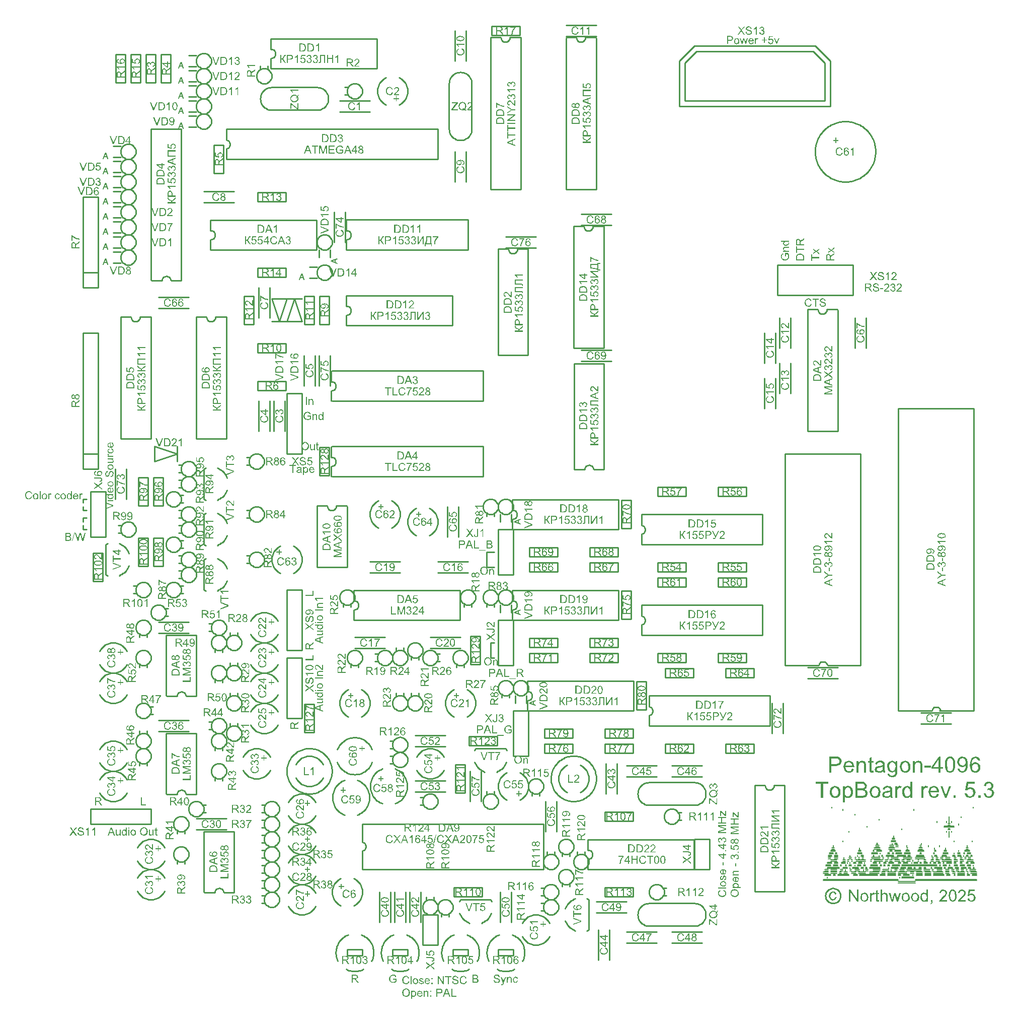
<source format=gto>
G04*
G04  File:            TOPBOARD-V5.3.1.GTO, Fri Oct 24 02:21:44 2025*
G04  Source:          P-CAD 2006 PCB, Version 19.02.958, (D:\PCAD-2006\Projects\Pentagon-4096\Hardware\TopBoard-v5.3.1.PCB)*
G04  Format:          Gerber Format (RS-274-D), ASCII*
G04*
G04  Format Options:  Absolute Positioning*
G04                   Leading-Zero Suppression*
G04                   Scale Factor 1:1*
G04                   NO Circular Interpolation*
G04                   Inch Units*
G04                   Numeric Format: 4.4 (XXXX.XXXX)*
G04                   G54 NOT Used for Aperture Change*
G04                   Apertures Embedded*
G04*
G04  File Options:    Offset = (0.0mil,0.0mil)*
G04                   Drill Symbol Size = 80.0mil*
G04                   No Pad/Via Holes*
G04*
G04  File Contents:   No Pads*
G04                   No Vias*
G04                   Designators*
G04                   Types*
G04                   Values*
G04                   No Drill Symbols*
G04                   Top Silk*
G04*
%INTOPBOARD-V5.3.1.GTO*%
%ICAS*%
%MOIN*%
G04*
G04  Aperture MACROs for general use --- invoked via D-code assignment *
G04*
G04  General MACRO for flashed round with rotation and/or offset hole *
%AMROTOFFROUND*
1,1,$1,0.0000,0.0000*
1,0,$2,$3,$4*%
G04*
G04  General MACRO for flashed oval (obround) with rotation and/or offset hole *
%AMROTOFFOVAL*
21,1,$1,$2,0.0000,0.0000,$3*
1,1,$4,$5,$6*
1,1,$4,0-$5,0-$6*
1,0,$7,$8,$9*%
G04*
G04  General MACRO for flashed oval (obround) with rotation and no hole *
%AMROTOVALNOHOLE*
21,1,$1,$2,0.0000,0.0000,$3*
1,1,$4,$5,$6*
1,1,$4,0-$5,0-$6*%
G04*
G04  General MACRO for flashed rectangle with rotation and/or offset hole *
%AMROTOFFRECT*
21,1,$1,$2,0.0000,0.0000,$3*
1,0,$4,$5,$6*%
G04*
G04  General MACRO for flashed rectangle with rotation and no hole *
%AMROTRECTNOHOLE*
21,1,$1,$2,0.0000,0.0000,$3*%
G04*
G04  General MACRO for flashed rounded-rectangle *
%AMROUNDRECT*
21,1,$1,$2-$4,0.0000,0.0000,$3*
21,1,$1-$4,$2,0.0000,0.0000,$3*
1,1,$4,$5,$6*
1,1,$4,$7,$8*
1,1,$4,0-$5,0-$6*
1,1,$4,0-$7,0-$8*
1,0,$9,$10,$11*%
G04*
G04  General MACRO for flashed rounded-rectangle with rotation and no hole *
%AMROUNDRECTNOHOLE*
21,1,$1,$2-$4,0.0000,0.0000,$3*
21,1,$1-$4,$2,0.0000,0.0000,$3*
1,1,$4,$5,$6*
1,1,$4,$7,$8*
1,1,$4,0-$5,0-$6*
1,1,$4,0-$7,0-$8*%
G04*
G04  General MACRO for flashed regular polygon *
%AMREGPOLY*
5,1,$1,0.0000,0.0000,$2,$3+$4*
1,0,$5,$6,$7*%
G04*
G04  General MACRO for flashed regular polygon with no hole *
%AMREGPOLYNOHOLE*
5,1,$1,0.0000,0.0000,$2,$3+$4*%
G04*
G04  General MACRO for target *
%AMTARGET*
6,0,0,$1,$2,$3,4,$4,$5,$6*%
G04*
G04  General MACRO for mounting hole *
%AMMTHOLE*
1,1,$1,0,0*
1,0,$2,0,0*
$1=$1-$2*
$1=$1/2*
21,1,$2+$1,$3,0,0,$4*
21,1,$3,$2+$1,0,0,$4*%
G04*
G04*
G04  D10 : "Ellipse X10.0mil Y10.0mil H0.0mil 0.0deg (0.0mil,0.0mil) Draw"*
G04  Disc: OuterDia=0.0100*
%ADD10C, 0.0100*%
G04  D11 : "Ellipse X15.0mil Y15.0mil H0.0mil 0.0deg (0.0mil,0.0mil) Draw"*
G04  Disc: OuterDia=0.0150*
%ADD11C, 0.0150*%
G04  D12 : "Ellipse X16.0mil Y16.0mil H0.0mil 0.0deg (0.0mil,0.0mil) Draw"*
G04  Disc: OuterDia=0.0160*
%ADD12C, 0.0160*%
G04  D13 : "Ellipse X20.0mil Y20.0mil H0.0mil 0.0deg (0.0mil,0.0mil) Draw"*
G04  Disc: OuterDia=0.0200*
%ADD13C, 0.0200*%
G04  D14 : "Ellipse X25.0mil Y25.0mil H0.0mil 0.0deg (0.0mil,0.0mil) Draw"*
G04  Disc: OuterDia=0.0250*
%ADD14C, 0.0250*%
G04  D15 : "Ellipse X30.0mil Y30.0mil H0.0mil 0.0deg (0.0mil,0.0mil) Draw"*
G04  Disc: OuterDia=0.0300*
%ADD15C, 0.0300*%
G04  D16 : "Ellipse X40.0mil Y40.0mil H0.0mil 0.0deg (0.0mil,0.0mil) Draw"*
G04  Disc: OuterDia=0.0400*
%ADD16C, 0.0400*%
G04  D17 : "Ellipse X5.0mil Y5.0mil H0.0mil 0.0deg (0.0mil,0.0mil) Draw"*
G04  Disc: OuterDia=0.0050*
%ADD17C, 0.0050*%
G04  D18 : "Ellipse X6.0mil Y6.0mil H0.0mil 0.0deg (0.0mil,0.0mil) Draw"*
G04  Disc: OuterDia=0.0060*
%ADD18C, 0.0060*%
G04  D19 : "Ellipse X8.0mil Y8.0mil H0.0mil 0.0deg (0.0mil,0.0mil) Draw"*
G04  Disc: OuterDia=0.0080*
%ADD19C, 0.0080*%
G04  D20 : "Ellipse X9.8mil Y9.8mil H0.0mil 0.0deg (0.0mil,0.0mil) Draw"*
G04  Disc: OuterDia=0.0098*
%ADD20C, 0.0098*%
G04  D21 : "Ellipse X9.8mil Y9.8mil H0.0mil 0.0deg (0.0mil,0.0mil) Draw"*
G04  Disc: OuterDia=0.0098*
%ADD21C, 0.0098*%
G04  D22 : "Ellipse X111.0mil Y111.0mil H0.0mil 0.0deg (0.0mil,0.0mil) Flash"*
G04  Disc: OuterDia=0.1110*
%ADD22C, 0.1110*%
G04  D23 : "Ellipse X128.0mil Y128.0mil H0.0mil 0.0deg (0.0mil,0.0mil) Flash"*
G04  Disc: OuterDia=0.1280*
%ADD23C, 0.1280*%
G04  D24 : "Ellipse X143.0mil Y143.0mil H0.0mil 0.0deg (0.0mil,0.0mil) Flash"*
G04  Disc: OuterDia=0.1430*
%ADD24C, 0.1430*%
G04  D25 : "Ellipse X200.0mil Y200.0mil H0.0mil 0.0deg (0.0mil,0.0mil) Flash"*
G04  Disc: OuterDia=0.2000*
%ADD25C, 0.2000*%
G04  D26 : "Ellipse X215.0mil Y215.0mil H0.0mil 0.0deg (0.0mil,0.0mil) Flash"*
G04  Disc: OuterDia=0.2150*
%ADD26C, 0.2150*%
G04  D27 : "Ellipse X50.0mil Y50.0mil H0.0mil 0.0deg (0.0mil,0.0mil) Flash"*
G04  Disc: OuterDia=0.0500*
%ADD27C, 0.0500*%
G04  D28 : "Ellipse X58.0mil Y58.0mil H0.0mil 0.0deg (0.0mil,0.0mil) Flash"*
G04  Disc: OuterDia=0.0580*
%ADD28C, 0.0580*%
G04  D29 : "Ellipse X60.0mil Y60.0mil H0.0mil 0.0deg (0.0mil,0.0mil) Flash"*
G04  Disc: OuterDia=0.0600*
%ADD29C, 0.0600*%
G04  D30 : "Ellipse X64.0mil Y64.0mil H0.0mil 0.0deg (0.0mil,0.0mil) Flash"*
G04  Disc: OuterDia=0.0640*
%ADD30C, 0.0640*%
G04  D31 : "Ellipse X65.0mil Y65.0mil H0.0mil 0.0deg (0.0mil,0.0mil) Flash"*
G04  Disc: OuterDia=0.0650*
%ADD31C, 0.0650*%
G04  D32 : "Ellipse X69.0mil Y69.0mil H0.0mil 0.0deg (0.0mil,0.0mil) Flash"*
G04  Disc: OuterDia=0.0690*
%ADD32C, 0.0690*%
G04  D33 : "Ellipse X73.0mil Y73.0mil H0.0mil 0.0deg (0.0mil,0.0mil) Flash"*
G04  Disc: OuterDia=0.0730*
%ADD33C, 0.0730*%
G04  D34 : "Ellipse X75.0mil Y75.0mil H0.0mil 0.0deg (0.0mil,0.0mil) Flash"*
G04  Disc: OuterDia=0.0750*
%ADD34C, 0.0750*%
G04  D35 : "Ellipse X79.0mil Y79.0mil H0.0mil 0.0deg (0.0mil,0.0mil) Flash"*
G04  Disc: OuterDia=0.0790*
%ADD35C, 0.0790*%
G04  D36 : "Ellipse X84.0mil Y84.0mil H0.0mil 0.0deg (0.0mil,0.0mil) Flash"*
G04  Disc: OuterDia=0.0840*
%ADD36C, 0.0840*%
G04  D37 : "Ellipse X90.0mil Y90.0mil H0.0mil 0.0deg (0.0mil,0.0mil) Flash"*
G04  Disc: OuterDia=0.0900*
%ADD37C, 0.0900*%
G04  D38 : "Ellipse X96.0mil Y96.0mil H0.0mil 0.0deg (0.0mil,0.0mil) Flash"*
G04  Disc: OuterDia=0.0960*
%ADD38C, 0.0960*%
G04  D39 : "Rectangle X114.0mil Y114.0mil H0.0mil 0.0deg (0.0mil,0.0mil) Flash"*
G04  Square: Side=0.1140, Rotation=0.0, OffsetX=0.0000, OffsetY=0.0000, HoleDia=0.0000*
%ADD39R, 0.1140 X0.1140*%
G04  D40 : "Rectangle X116.0mil Y116.0mil H0.0mil 0.0deg (0.0mil,0.0mil) Flash"*
G04  Square: Side=0.1160, Rotation=0.0, OffsetX=0.0000, OffsetY=0.0000, HoleDia=0.0000*
%ADD40R, 0.1160 X0.1160*%
G04  D41 : "Rectangle X131.0mil Y131.0mil H0.0mil 0.0deg (0.0mil,0.0mil) Flash"*
G04  Square: Side=0.1310, Rotation=0.0, OffsetX=0.0000, OffsetY=0.0000, HoleDia=0.0000*
%ADD41R, 0.1310 X0.1310*%
G04  D42 : "Rectangle X50.0mil Y50.0mil H0.0mil 0.0deg (0.0mil,0.0mil) Flash"*
G04  Square: Side=0.0500, Rotation=0.0, OffsetX=0.0000, OffsetY=0.0000, HoleDia=0.0000*
%ADD42R, 0.0500 X0.0500*%
G04  D43 : "Rectangle X60.0mil Y60.0mil H0.0mil 0.0deg (0.0mil,0.0mil) Flash"*
G04  Square: Side=0.0600, Rotation=0.0, OffsetX=0.0000, OffsetY=0.0000, HoleDia=0.0000*
%ADD43R, 0.0600 X0.0600*%
G04  D44 : "Rectangle X64.0mil Y64.0mil H0.0mil 0.0deg (0.0mil,0.0mil) Flash"*
G04  Square: Side=0.0640, Rotation=0.0, OffsetX=0.0000, OffsetY=0.0000, HoleDia=0.0000*
%ADD44R, 0.0640 X0.0640*%
G04  D45 : "Rectangle X65.0mil Y65.0mil H0.0mil 0.0deg (0.0mil,0.0mil) Flash"*
G04  Square: Side=0.0650, Rotation=0.0, OffsetX=0.0000, OffsetY=0.0000, HoleDia=0.0000*
%ADD45R, 0.0650 X0.0650*%
G04  D46 : "Rectangle X69.0mil Y69.0mil H0.0mil 0.0deg (0.0mil,0.0mil) Flash"*
G04  Square: Side=0.0690, Rotation=0.0, OffsetX=0.0000, OffsetY=0.0000, HoleDia=0.0000*
%ADD46R, 0.0690 X0.0690*%
G04  D47 : "Rectangle X75.0mil Y75.0mil H0.0mil 0.0deg (0.0mil,0.0mil) Flash"*
G04  Square: Side=0.0750, Rotation=0.0, OffsetX=0.0000, OffsetY=0.0000, HoleDia=0.0000*
%ADD47R, 0.0750 X0.0750*%
G04  D48 : "Rectangle X79.0mil Y79.0mil H0.0mil 0.0deg (0.0mil,0.0mil) Flash"*
G04  Square: Side=0.0790, Rotation=0.0, OffsetX=0.0000, OffsetY=0.0000, HoleDia=0.0000*
%ADD48R, 0.0790 X0.0790*%
G04  D49 : "Rectangle X84.0mil Y84.0mil H0.0mil 0.0deg (0.0mil,0.0mil) Flash"*
G04  Square: Side=0.0840, Rotation=0.0, OffsetX=0.0000, OffsetY=0.0000, HoleDia=0.0000*
%ADD49R, 0.0840 X0.0840*%
G04  D50 : "Rectangle X99.0mil Y99.0mil H0.0mil 0.0deg (0.0mil,0.0mil) Flash"*
G04  Square: Side=0.0990, Rotation=0.0, OffsetX=0.0000, OffsetY=0.0000, HoleDia=0.0000*
%ADD50R, 0.0990 X0.0990*%
G04  D51 : "Ellipse X30.0mil Y30.0mil H0.0mil 0.0deg (0.0mil,0.0mil) Flash"*
G04  Disc: OuterDia=0.0300*
%ADD51C, 0.0300*%
G04  D52 : "Ellipse X45.0mil Y45.0mil H0.0mil 0.0deg (0.0mil,0.0mil) Flash"*
G04  Disc: OuterDia=0.0450*
%ADD52C, 0.0450*%
G04*
%FSLAX44Y44*%
%SFA1B1*%
%OFA0.0000B0.0000*%
G04*
G70*
G90*
G01*
D2*
%LNTop Silk*%
%LPD*%
D10*
X106000Y185750*
X106250D1*
Y185250D2*
X106000D1*
Y185000*
Y184750D2*
Y184500D1*
X106250*
Y186500D2*
X106000D1*
Y186250*
X133000Y176000D2*
X133250D1*
X132750Y182000D2*
X133250D1*
D2*
D19*
X155290Y161500*
Y161420D1*
X155050Y161740D2*
X155370D1*
X155050Y161820D2*
X155370D1*
X155130Y161900D2*
X155370D1*
X155530Y161740D2*
X155930D1*
X155530Y161820D2*
X155930D1*
X155530Y161900D2*
X155930D1*
X155690Y161660D2*
X155850D1*
X155130D2*
X155530D1*
X155690Y161580D2*
X155850D1*
X155130D2*
X155530D1*
X155210Y162220D2*
X155530D1*
X155210Y162300D2*
X155530D1*
X155290Y162380D2*
X155610D1*
X155850Y163020D2*
X155930D1*
X155850Y163100D2*
X155930D1*
X155530Y162540D2*
X155930D1*
X155530Y162620D2*
X155930D1*
X155370Y162700D2*
X155530D1*
X155370Y162780D2*
X155530D1*
X155370Y162860D2*
X155610D1*
X155370Y162940D2*
X155610D1*
X155450Y163020D2*
X155690D1*
X155450Y163100D2*
X155690D1*
X155530Y163180D2*
X155850D1*
X155290Y162460D2*
X155610D1*
Y163340D2*
X155770D1*
X155610Y163420D2*
X155770D1*
X155690Y163500D2*
Y163580D1*
X155530Y163260D2*
X155850D1*
X155610Y166060D2*
Y166140D1*
D2*
D10*
D19*
X157370Y161740*
X157850D1*
X157370Y161820D2*
X157850D1*
X157130Y161900D2*
X157450D1*
X157850D2*
X158010D1*
X158090Y161740D2*
X158730D1*
X158090Y161820D2*
X158730D1*
X158330Y161900D2*
X158810D1*
X157050Y161660D2*
X157290D1*
X157450D2*
X158650D1*
X157050Y161580D2*
X157290D1*
X157450D2*
X158650D1*
X156890Y161740D2*
X157210D1*
X156890Y161820D2*
X157210D1*
X156810Y161900D2*
X156890D1*
X156410Y161740D2*
X156650D1*
X156410Y161820D2*
X156650D1*
X156090Y161740D2*
X156250D1*
X156090Y161820D2*
X156250D1*
X156170Y161900D2*
X156330D1*
X156490Y162220D2*
X156570D1*
X156490Y162300D2*
X156570D1*
X156810Y162140D2*
Y162060D1*
X156970D2*
X157370D1*
X156970Y162140D2*
X157370D1*
X157530Y162060D2*
X157690D1*
X157530Y162140D2*
X157690D1*
X157850Y162060D2*
X157930D1*
X157850Y162140D2*
X157930D1*
X157130Y162220D2*
Y162300D1*
X157290Y162220D2*
X157530D1*
X157290Y162300D2*
X157530D1*
X157690Y162220D2*
X157850D1*
X157690Y162300D2*
X157850D1*
X158810Y162220D2*
X158890D1*
X158810Y162300D2*
X158890D1*
X158090Y162060D2*
X158810D1*
X158090Y162140D2*
X158810D1*
X158170Y162220D2*
X158650D1*
X158170Y162300D2*
X158650D1*
X156730Y162220D2*
X156890D1*
X156730Y162300D2*
X156890D1*
X157050Y162380D2*
X157210D1*
X157370D2*
X157610D1*
X158730D2*
X158810D1*
X158330D2*
X158570D1*
X156330Y162060D2*
X156650D1*
X156330Y162140D2*
X156650D1*
X156330Y162540D2*
X156490D1*
X156330Y162620D2*
X156490D1*
X156410Y162700D2*
Y162780D1*
X156810Y162860D2*
Y162940D1*
X157210Y162540D2*
X157850D1*
X157210Y162620D2*
X157850D1*
X158170Y162540D2*
X158250D1*
X158170Y162620D2*
X158250D1*
X157130Y162700D2*
X157210D1*
X157130Y162780D2*
X157210D1*
X157370Y162700D2*
X157450D1*
X157370Y162780D2*
X157450D1*
X157610Y162700D2*
X157690D1*
X157610Y162780D2*
X157690D1*
X157290Y162860D2*
Y162940D1*
X157530Y162860D2*
X157690D1*
X157530Y162940D2*
X157690D1*
X158330Y162860D2*
X158410D1*
X158330Y162940D2*
X158410D1*
X157290Y163020D2*
X157610D1*
X157290Y163100D2*
X157610D1*
X157370Y163180D2*
X157530D1*
X158330D2*
X158410D1*
X158730Y162860D2*
Y162940D1*
X158810Y163020D2*
Y163100D1*
X158570Y163180D2*
X158890D1*
X158250Y162700D2*
X158810D1*
X158250Y162780D2*
X158810D1*
X158250Y163020D2*
X158650D1*
X158250Y163100D2*
X158650D1*
X156890Y162540D2*
X156970D1*
X156890Y162620D2*
X156970D1*
X156730Y162700D2*
X156890D1*
X156730Y162780D2*
X156890D1*
X156650Y162540D2*
X156730D1*
X156650Y162620D2*
X156730D1*
X157050Y162460D2*
X157210D1*
X157370D2*
X157610D1*
X158730D2*
X158810D1*
X158330D2*
X158570D1*
X156810Y162380D2*
Y162460D1*
X157770Y162380D2*
Y162460D1*
X156650Y162380D2*
Y162460D1*
X156170Y162220D2*
X156250D1*
X156170Y162300D2*
X156250D1*
Y162380D2*
X156490D1*
X156250Y162460D2*
X156490D1*
X156330Y163820D2*
Y163900D1*
X156730Y164460D2*
Y164540D1*
X157450Y163340D2*
Y163420D1*
X158570Y163660D2*
X158650D1*
X158570Y163740D2*
X158650D1*
X158410Y163340D2*
X158810D1*
X158410Y163420D2*
X158810D1*
X158490Y163500D2*
X158730D1*
X158490Y163580D2*
X158730D1*
X157930Y164780D2*
Y164860D1*
X157370Y163260D2*
X157530D1*
X158330D2*
X158410D1*
X158570D2*
X158890D1*
X158730Y165260D2*
Y165340D1*
X156330Y165900D2*
Y165980D1*
X157130Y165580D2*
Y165660D1*
X160010Y161100D2*
X161130D1*
X160010Y161180D2*
X161130D1*
X160090Y161500D2*
Y161420D1*
X160250D2*
X161050D1*
X160250Y161500D2*
X161050D1*
X160010Y161740D2*
X160570D1*
X160010Y161820D2*
X160570D1*
X160810Y161740D2*
X161050D1*
X160810Y161820D2*
X161050D1*
X160090Y161900D2*
X160410D1*
X161210Y161740D2*
X161610D1*
X161210Y161820D2*
X161610D1*
X160570Y161900D2*
X161530D1*
X160010Y161660D2*
X160170D1*
X160330D2*
X160730D1*
X161210D2*
X161610D1*
X160010Y161580D2*
X160170D1*
X160330D2*
X160730D1*
X161210D2*
X161610D1*
X160970Y161660D2*
Y161580D1*
X159770Y161900D2*
X159930D1*
X159290Y161740D2*
X159850D1*
X159290Y161820D2*
X159850D1*
X159290Y161660D2*
X159850D1*
X159290Y161580D2*
X159850D1*
X159050Y162220D2*
X159130D1*
X159050Y162300D2*
X159130D1*
X159370Y162060D2*
Y162140D1*
X159290Y162220D2*
X159450D1*
X159290Y162300D2*
X159450D1*
X160170Y162060D2*
X160490D1*
X160170Y162140D2*
X160490D1*
X160650Y162060D2*
X160890D1*
X160650Y162140D2*
X160890D1*
X161050Y162060D2*
X161130D1*
X161050Y162140D2*
X161130D1*
X161690Y162060D2*
X161850D1*
X161690Y162140D2*
X161850D1*
X161370Y162060D2*
X161530D1*
X161370Y162140D2*
X161530D1*
X160010Y162380D2*
X160170D1*
X160330D2*
X160650D1*
X161050D2*
X161290D1*
X161690D2*
X161930D1*
X161450D2*
X161530D1*
X159530Y162060D2*
X160010D1*
X159530Y162140D2*
X160010D1*
X159610Y162220D2*
X160090D1*
X159610Y162300D2*
X160090D1*
X159370Y162380D2*
X159690D1*
X159290Y162700D2*
X159370D1*
X159290Y162780D2*
X159370D1*
X159290Y163020D2*
X159450D1*
X159290Y163100D2*
X159450D1*
X160250Y162540D2*
X160410D1*
X160250Y162620D2*
X160410D1*
X160570Y162540D2*
X160810D1*
X160570Y162620D2*
X160810D1*
X160970Y162540D2*
Y162620D1*
X161290Y162540D2*
X161370D1*
X161290Y162620D2*
X161370D1*
X160330Y162700D2*
X160890D1*
X160330Y162780D2*
X160890D1*
X159930Y162860D2*
X160490D1*
X159930Y162940D2*
X160490D1*
X160650Y162860D2*
X160810D1*
X160650Y162940D2*
X160810D1*
X160410Y163020D2*
X160810D1*
X160410Y163100D2*
X160810D1*
X160490Y163180D2*
X160730D1*
X161690Y162540D2*
X161850D1*
X161690Y162620D2*
X161850D1*
X161130Y162700D2*
X161770D1*
X161130Y162780D2*
X161770D1*
X161210Y162860D2*
X161690D1*
X161210Y162940D2*
X161690D1*
X161450Y163020D2*
X161530D1*
X161450Y163100D2*
X161530D1*
X161290Y163180D2*
X161690D1*
X159850Y163020D2*
X160250D1*
X159850Y163100D2*
X160250D1*
X159770Y162540D2*
X160090D1*
X159770Y162620D2*
X160090D1*
X159770Y163180D2*
X160170D1*
X159450Y162540D2*
X159610D1*
X159450Y162620D2*
X159610D1*
Y163020D2*
X159690D1*
X159610Y163100D2*
X159690D1*
X159450Y163180D2*
X159610D1*
X159530Y162700D2*
X160010D1*
X159530Y162780D2*
X160010D1*
Y162460D2*
X160170D1*
X160330D2*
X160650D1*
X161050D2*
X161290D1*
X161690D2*
X161930D1*
X161450D2*
X161530D1*
X160890Y162380D2*
Y162460D1*
X159370D2*
X159690D1*
X159050Y162380D2*
X159210D1*
X159130Y162540D2*
X159290D1*
X159130Y162620D2*
X159290D1*
X159210Y162860D2*
X159690D1*
X159210Y162940D2*
X159690D1*
X159050Y162460D2*
X159210D1*
X159690Y164140D2*
Y164220D1*
X160570Y163340D2*
X160650D1*
X160570Y163420D2*
X160650D1*
X160570Y163500D2*
Y163580D1*
X161370Y163340D2*
X161610D1*
X161370Y163420D2*
X161610D1*
X161450Y163500D2*
X161530D1*
X161450Y163580D2*
X161530D1*
Y163660D2*
Y163740D1*
X160250Y164620D2*
Y164700D1*
X159850Y163500D2*
X160010D1*
X159850Y163580D2*
X160010D1*
X159770Y163660D2*
X159930D1*
X159770Y163740D2*
X159930D1*
X159450Y163500D2*
X159690D1*
X159450Y163580D2*
X159690D1*
X159610Y163660D2*
Y163740D1*
X159370Y163340D2*
X159770D1*
X159370Y163420D2*
X159770D1*
X159610Y163980D2*
X159770D1*
X159610Y164060D2*
X159770D1*
X159530Y163820D2*
X159850D1*
X159530Y163900D2*
X159850D1*
X160490Y163260D2*
X160730D1*
X161290D2*
X161690D1*
X159770D2*
X160170D1*
X159450D2*
X159610D1*
X161050Y165900D2*
Y165980D1*
X163130Y161740D2*
X163370D1*
X163130Y161820D2*
X163370D1*
X163610Y161740D2*
X163770D1*
X163610Y161820D2*
X163770D1*
X163930Y161740D2*
X164410D1*
X163930Y161820D2*
X164410D1*
X163130Y161900D2*
X163370D1*
X163530D2*
X163690D1*
X163850D2*
X164010D1*
X164170D2*
X164330D1*
X164570Y161740D2*
X164650D1*
X164570Y161820D2*
X164650D1*
X164490Y161900D2*
X164570D1*
X163210Y161660D2*
X163450D1*
X163690D2*
X163770D1*
X163930D2*
X164410D1*
X164570D2*
X164730D1*
X163210Y161580D2*
X163450D1*
X163690D2*
X163770D1*
X163930D2*
X164410D1*
X164570D2*
X164730D1*
X162330Y161740D2*
X162970D1*
X162330Y161820D2*
X162970D1*
X162570Y161900D2*
X162890D1*
X162330Y161660D2*
X163050D1*
X162330Y161580D2*
X163050D1*
X162250Y161900D2*
X162330D1*
X162090Y162380D2*
X162170D1*
X162330D2*
X162490D1*
X162730Y162220D2*
X162810D1*
X162730Y162300D2*
X162810D1*
X163050Y162060D2*
X163130D1*
X163050Y162140D2*
X163130D1*
X163290Y162060D2*
X163610D1*
X163290Y162140D2*
X163610D1*
X163770Y162060D2*
X164010D1*
X163770Y162140D2*
X164010D1*
X162970Y162220D2*
X163210D1*
X162970Y162300D2*
X163210D1*
X163370Y162220D2*
X163450D1*
X163370Y162300D2*
X163450D1*
X163690Y162220D2*
X163930D1*
X163690Y162300D2*
X163930D1*
X164090Y162220D2*
X164410D1*
X164090Y162300D2*
X164410D1*
X164650Y162060D2*
X164810D1*
X164650Y162140D2*
X164810D1*
X164570Y162220D2*
X164810D1*
X164570Y162300D2*
X164810D1*
X164170Y162060D2*
X164490D1*
X164170Y162140D2*
X164490D1*
X162970Y162380D2*
X163050D1*
X163210D2*
X163530D1*
X163690D2*
X163850D1*
X164090D2*
X164250D1*
X164490D2*
X164650D1*
X162410Y162060D2*
X162890D1*
X162410Y162140D2*
X162890D1*
X162650Y162380D2*
X162810D1*
X162410Y162860D2*
X162570D1*
X162410Y162940D2*
X162570D1*
X162330Y163020D2*
X162410D1*
X162330Y163100D2*
X162410D1*
Y163180D2*
X162490D1*
X163690Y162540D2*
X163930D1*
X163690Y162620D2*
X163930D1*
X164090Y162540D2*
X164330D1*
X164090Y162620D2*
X164330D1*
X163130Y162700D2*
X163450D1*
X163130Y162780D2*
X163450D1*
X163690Y162700D2*
X163850D1*
X163690Y162780D2*
X163850D1*
X164090Y162700D2*
X164250D1*
X164090Y162780D2*
X164250D1*
X163610Y162860D2*
X163770D1*
X163610Y162940D2*
X163770D1*
X163930Y162860D2*
X164170D1*
X163930Y162940D2*
X164170D1*
X164330Y162860D2*
Y162940D1*
X162970Y163020D2*
X163290D1*
X162970Y163100D2*
X163290D1*
X163690Y163020D2*
Y163100D1*
X163930Y163020D2*
X164090D1*
X163930Y163100D2*
X164090D1*
X164330Y163020D2*
X164410D1*
X164330Y163100D2*
X164410D1*
X163050Y163180D2*
X163210D1*
X164650Y162700D2*
X164810D1*
X164650Y162780D2*
X164810D1*
Y162860D2*
X164890D1*
X164810Y162940D2*
X164890D1*
X164570Y163020D2*
X164810D1*
X164570Y163100D2*
X164810D1*
X164410Y162700D2*
X164490D1*
X164410Y162780D2*
X164490D1*
Y162860D2*
X164650D1*
X164490Y162940D2*
X164650D1*
X164410Y163180D2*
X164730D1*
X162890Y162540D2*
X163530D1*
X162890Y162620D2*
X163530D1*
X162810Y162700D2*
X162970D1*
X162810Y162780D2*
X162970D1*
X162890Y162860D2*
X163210D1*
X162890Y162940D2*
X163210D1*
X162490Y162700D2*
X162650D1*
X162490Y162780D2*
X162650D1*
X162490Y162540D2*
X162730D1*
X162490Y162620D2*
X162730D1*
X162090Y162460D2*
X162170D1*
X162330D2*
X162490D1*
X162970D2*
X163050D1*
X163210D2*
X163530D1*
X163690D2*
X163850D1*
X164090D2*
X164250D1*
X164490D2*
X164650D1*
X162650D2*
X162810D1*
X162170Y162060D2*
X162250D1*
X162170Y162140D2*
X162250D1*
X162170Y162540D2*
X162330D1*
X162170Y162620D2*
X162330D1*
X162250Y162700D2*
X162330D1*
X162250Y162780D2*
X162330D1*
X162250Y162860D2*
Y162940D1*
X162410Y163340D2*
Y163420D1*
X162730Y163500D2*
Y163580D1*
X163130Y163340D2*
Y163420D1*
X163690Y163820D2*
Y163900D1*
X163370Y164140D2*
Y164540D1*
X163210Y164460D2*
Y164540D1*
X163530Y164460D2*
Y164540D1*
X164570Y163500D2*
Y163580D1*
X164890Y163820D2*
Y163900D1*
X164490Y163340D2*
X164650D1*
X164490Y163420D2*
X164650D1*
X163050Y164780D2*
X163690D1*
X163050Y164860D2*
X163690D1*
X163290Y164940D2*
X163450D1*
X163290Y164700D2*
X163450D1*
X163290Y164620D2*
X163450D1*
X162410Y163260D2*
X162490D1*
X163050D2*
X163210D1*
X164010Y163180D2*
Y163260D1*
X164410D2*
X164730D1*
X162570Y165100D2*
Y165180D1*
X163210Y165100D2*
Y165180D1*
X163530Y165100D2*
Y165180D1*
X163370Y165100D2*
Y165500D1*
X164170Y165420D2*
Y165500D1*
D2*
D10*
X106000Y186000*
Y185750D1*
X133000Y177000D2*
Y176000D1*
X133250Y177000D2*
X133000D1*
X133250Y183000D2*
X132750D1*
Y182000*
D2*
D19*
X155130Y161980*
X155370D1*
X155530D2*
X155930D1*
X156490D2*
Y161900D1*
X157130Y161980D2*
X157450D1*
X157690Y161900D2*
Y161980D1*
X157850D2*
X158010D1*
X158330D2*
X158810D1*
X156810D2*
X156890D1*
X156170D2*
X156330D1*
X159530Y161900D2*
Y161980D1*
X160090D2*
X160410D1*
X160570D2*
X161530D1*
X159770D2*
X159930D1*
X163130D2*
X163370D1*
X163530D2*
X163690D1*
X163850D2*
X164010D1*
X164170D2*
X164330D1*
X164490D2*
X164570D1*
X162570D2*
X162890D1*
X162250D2*
X162330D1*
X163290Y165020D2*
X163450D1*
X164010Y164940D2*
Y165020D1*
D2*
D10*
D19*
X156010Y161660*
X156730D1*
X156010Y161580D2*
X156730D1*
D2*
D10*
X155681Y159750*
X155778Y159759D1*
X155872Y159788*
X155959Y159834*
X156034Y159896*
X156097Y159972*
X156143Y160058*
X156171Y160152*
X156181Y160250*
X156171Y160347*
X156143Y160441*
X156097Y160527*
X156034Y160603*
X155959Y160665*
X155872Y160712*
X155778Y160740*
X155681Y160750*
X155583Y160740*
X155490Y160712*
X155403Y160665*
X155327Y160603*
X155265Y160527*
X155219Y160441*
X155190Y160347*
X155181Y160250*
X155190Y160152*
X155219Y160058*
X155265Y159972*
X155327Y159896*
X155403Y159834*
X155490Y159788*
X155583Y159759*
X155681Y159750*
D2*
D19*
X155690Y162220*
X156010D1*
X155690Y162300D2*
X156010D1*
X155290Y162060D2*
X156090D1*
X155290Y162140D2*
X156090D1*
X155770Y162380D2*
X156010D1*
X155770Y162700D2*
X156010D1*
X155770Y162780D2*
X156010D1*
X155770Y162860D2*
X156010D1*
X155770Y162940D2*
X156010D1*
X155770Y162460D2*
X156010D1*
X158890Y161740D2*
X159130D1*
X158890Y161820D2*
X159130D1*
X158810Y161660D2*
X159130D1*
X158810Y161580D2*
X159130D1*
X161770Y161740D2*
X162170D1*
X161770Y161820D2*
X162170D1*
X161690Y161900D2*
X162090D1*
X161770Y161660D2*
X162170D1*
X161770Y161580D2*
X162170D1*
X158970Y161900D2*
X159370D1*
X164730D2*
X165130D1*
X164810Y161740D2*
X165210D1*
X164810Y161820D2*
X165210D1*
X164890Y161660D2*
X165210D1*
X164890Y161580D2*
X165210D1*
X161130Y161260D2*
X165210D1*
X161130Y161340D2*
X165210D1*
X158970Y162700D2*
X159050D1*
X158970Y162780D2*
X159050D1*
X158890Y162860D2*
X158970D1*
X158890Y162940D2*
X158970D1*
X158410Y162540D2*
X158970D1*
X158410Y162620D2*
X158970D1*
X160250Y162220D2*
X162570D1*
X160250Y162300D2*
X162570D1*
X162010Y163500D2*
Y163580D1*
X164970Y162060D2*
X165050D1*
X164970Y162140D2*
X165050D1*
X164970Y162220D2*
Y162300D1*
X164810Y162380D2*
X165050D1*
X164570Y162540D2*
X164970D1*
X164570Y162620D2*
X164970D1*
X164810Y162460D2*
X165050D1*
X164970Y166060D2*
Y166140D1*
X161690Y161980D2*
X162090D1*
X158970D2*
X159370D1*
X164730D2*
X165130D1*
X155050Y161260D2*
X160010D1*
X155050Y161340D2*
X160010D1*
D2*
D10*
X109750Y175350*
Y175550D1*
X110250Y175350D2*
Y175550D1*
X110000Y175499D2*
X110097Y175509D1*
X110191Y175538*
X110277Y175584*
X110353Y175646*
X110415Y175722*
X110461Y175808*
X110490Y175902*
X110500Y176000*
X110490Y176097*
X110461Y176191*
X110415Y176277*
X110353Y176353*
X110277Y176415*
X110191Y176461*
X110097Y176490*
X110000Y176500*
X109902Y176490*
X109808Y176461*
X109722Y176415*
X109646Y176353*
X109584Y176277*
X109538Y176191*
X109509Y176097*
X109499Y176000*
X109509Y175902*
X109538Y175808*
X109584Y175722*
X109646Y175646*
X109722Y175584*
X109808Y175538*
X109902Y175509*
X110000Y175499*
X108125Y186500D2*
Y188500D1*
X108875D2*
Y186500D1*
X118375Y200500D2*
Y198500D1*
X117625D2*
Y200500D1*
X131500Y181625D2*
X129500D1*
Y182375D2*
X131500D1*
X130625Y207500D2*
Y209500D1*
X131375D2*
Y207500D1*
X151875Y194500D2*
Y192500D1*
X151125D2*
Y194500D1*
Y195500D2*
Y197500D1*
X151875D2*
Y195500D1*
X110250Y171150D2*
Y170950D1*
X109750Y171150D2*
Y170950D1*
X110000Y171000D2*
X109902Y170990D1*
X109808Y170961*
X109722Y170915*
X109646Y170853*
X109584Y170777*
X109538Y170691*
X109509Y170597*
X109499Y170500*
X109509Y170402*
X109538Y170308*
X109584Y170222*
X109646Y170146*
X109722Y170084*
X109808Y170038*
X109902Y170009*
X110000Y169999*
X110097Y170009*
X110191Y170038*
X110277Y170084*
X110353Y170146*
X110415Y170222*
X110461Y170308*
X110490Y170402*
X110500Y170500*
X110490Y170597*
X110461Y170691*
X110415Y170777*
X110353Y170853*
X110277Y170915*
X110191Y170961*
X110097Y170990*
X110000Y171000*
X109750Y177350D2*
Y177550D1*
X110250Y177350D2*
Y177550D1*
X110000Y177499D2*
X110097Y177509D1*
X110191Y177538*
X110277Y177584*
X110353Y177646*
X110415Y177722*
X110461Y177808*
X110490Y177902*
X110500Y178000*
X110490Y178097*
X110461Y178191*
X110415Y178277*
X110353Y178353*
X110277Y178415*
X110191Y178461*
X110097Y178490*
X110000Y178500*
X109902Y178490*
X109808Y178461*
X109722Y178415*
X109646Y178353*
X109584Y178277*
X109538Y178191*
X109509Y178097*
X109499Y178000*
X109509Y177902*
X109538Y177808*
X109584Y177722*
X109646Y177646*
X109722Y177584*
X109808Y177538*
X109902Y177509*
X110000Y177499*
X109350Y180750D2*
X109550D1*
X109350Y180250D2*
X109550D1*
X109499Y180500D2*
X109509Y180402D1*
X109538Y180308*
X109584Y180222*
X109646Y180146*
X109722Y180084*
X109808Y180038*
X109902Y180009*
X110000Y179999*
X110097Y180009*
X110191Y180038*
X110277Y180084*
X110353Y180146*
X110415Y180222*
X110461Y180308*
X110490Y180402*
X110500Y180500*
X110490Y180597*
X110461Y180691*
X110415Y180777*
X110353Y180853*
X110277Y180915*
X110191Y180961*
X110097Y180990*
X110000Y181000*
X109902Y180990*
X109808Y180961*
X109722Y180915*
X109646Y180853*
X109584Y180777*
X109538Y180691*
X109509Y180597*
X109499Y180500*
X110312Y187937D2*
X109687D1*
X110312Y186062D2*
X109687D1*
Y187937*
X110312D2*
Y186062D1*
X109812Y215937D2*
X109187D1*
X109812Y214062D2*
X109187D1*
Y215937*
X109812D2*
Y214062D1*
X108812Y215937D2*
X108187D1*
X108812Y214062D2*
X108187D1*
Y215937*
X108812D2*
Y214062D1*
X112250Y162350D2*
Y162550D1*
X112750Y162350D2*
Y162550D1*
X112500Y162499D2*
X112597Y162509D1*
X112691Y162538*
X112777Y162584*
X112853Y162646*
X112915Y162722*
X112961Y162808*
X112990Y162902*
X113000Y163000*
X112990Y163097*
X112961Y163191*
X112915Y163277*
X112853Y163353*
X112777Y163415*
X112691Y163461*
X112597Y163490*
X112500Y163500*
X112402Y163490*
X112308Y163461*
X112222Y163415*
X112146Y163353*
X112084Y163277*
X112038Y163191*
X112009Y163097*
X111999Y163000*
X112009Y162902*
X112038Y162808*
X112084Y162722*
X112146Y162646*
X112222Y162584*
X112308Y162538*
X112402Y162509*
X112500Y162499*
X112250Y164350D2*
Y164550D1*
X112750Y164350D2*
Y164550D1*
X112500Y164499D2*
X112597Y164509D1*
X112691Y164538*
X112777Y164584*
X112853Y164646*
X112915Y164722*
X112961Y164808*
X112990Y164902*
X113000Y165000*
X112990Y165097*
X112961Y165191*
X112915Y165277*
X112853Y165353*
X112777Y165415*
X112691Y165461*
X112597Y165490*
X112500Y165500*
X112402Y165490*
X112308Y165461*
X112222Y165415*
X112146Y165353*
X112084Y165277*
X112038Y165191*
X112009Y165097*
X111999Y165000*
X112009Y164902*
X112038Y164808*
X112084Y164722*
X112146Y164646*
X112222Y164584*
X112308Y164538*
X112402Y164509*
X112500Y164499*
X111812Y215937D2*
X111187D1*
X111812Y214062D2*
X111187D1*
Y215937*
X111812D2*
Y214062D1*
X114750Y167850D2*
Y168050D1*
X115250Y167850D2*
Y168050D1*
X115000Y167999D2*
X115097Y168009D1*
X115191Y168038*
X115277Y168084*
X115353Y168146*
X115415Y168222*
X115461Y168308*
X115490Y168402*
X115500Y168500*
X115490Y168597*
X115461Y168691*
X115415Y168777*
X115353Y168853*
X115277Y168915*
X115191Y168961*
X115097Y168990*
X115000Y169000*
X114902Y168990*
X114808Y168961*
X114722Y168915*
X114646Y168853*
X114584Y168777*
X114538Y168691*
X114509Y168597*
X114499Y168500*
X114509Y168402*
X114538Y168308*
X114584Y168222*
X114646Y168146*
X114722Y168084*
X114808Y168038*
X114902Y168009*
X115000Y167999*
X114750Y174350D2*
Y174550D1*
X115250Y174350D2*
Y174550D1*
X115000Y174499D2*
X115097Y174509D1*
X115191Y174538*
X115277Y174584*
X115353Y174646*
X115415Y174722*
X115461Y174808*
X115490Y174902*
X115500Y175000*
X115490Y175097*
X115461Y175191*
X115415Y175277*
X115353Y175353*
X115277Y175415*
X115191Y175461*
X115097Y175490*
X115000Y175500*
X114902Y175490*
X114808Y175461*
X114722Y175415*
X114646Y175353*
X114584Y175277*
X114538Y175191*
X114509Y175097*
X114499Y175000*
X114509Y174902*
X114538Y174808*
X114584Y174722*
X114646Y174646*
X114722Y174584*
X114808Y174538*
X114902Y174509*
X115000Y174499*
X115312Y209937D2*
X114687D1*
X115312Y208062D2*
X114687D1*
Y209937*
X115312D2*
Y208062D1*
X118625Y191000D2*
Y193000D1*
X119375D2*
Y191000D1*
X117625D2*
Y193000D1*
X118375D2*
Y191000D1*
X119500Y199750D2*
X118500D1*
X119500Y198250D2*
X118500D1*
X119500Y199750D2*
X119000Y198250D1*
X118500Y199750*
X120687Y171062D2*
X121312D1*
X120687Y172937D2*
X121312D1*
Y171062*
X120687D2*
Y172937D1*
X121687Y188062D2*
X122312D1*
X121687Y189937D2*
X122312D1*
Y188062*
X121687D2*
Y189937D1*
X122312Y199937D2*
X121687D1*
X122312Y198062D2*
X121687D1*
Y199937*
X122312D2*
Y198062D1*
X120687D2*
X121312D1*
X120687Y199937D2*
X121312D1*
Y198062*
X120687D2*
Y199937D1*
X121375Y196000D2*
Y194000D1*
X120625D2*
Y196000D1*
X122375D2*
Y194000D1*
X121625D2*
Y196000D1*
X127375Y160500D2*
Y158500D1*
X126625D2*
Y160500D1*
X128375D2*
Y158500D1*
X127625D2*
Y160500D1*
X127250Y176650D2*
Y176450D1*
X126750Y176650D2*
Y176450D1*
X127000Y176500D2*
X126902Y176490D1*
X126808Y176461*
X126722Y176415*
X126646Y176353*
X126584Y176277*
X126538Y176191*
X126509Y176097*
X126499Y176000*
X126509Y175902*
X126538Y175808*
X126584Y175722*
X126646Y175646*
X126722Y175584*
X126808Y175538*
X126902Y175509*
X127000Y175499*
X127097Y175509*
X127191Y175538*
X127277Y175584*
X127353Y175646*
X127415Y175722*
X127461Y175808*
X127490Y175902*
X127500Y176000*
X127490Y176097*
X127461Y176191*
X127415Y176277*
X127353Y176353*
X127277Y176415*
X127191Y176461*
X127097Y176490*
X127000Y176500*
X129750Y158850D2*
Y159050D1*
X130250Y158850D2*
Y159050D1*
X130000Y158999D2*
X130097Y159009D1*
X130191Y159038*
X130277Y159084*
X130353Y159146*
X130415Y159222*
X130461Y159308*
X130490Y159402*
X130500Y159500*
X130490Y159597*
X130461Y159691*
X130415Y159777*
X130353Y159853*
X130277Y159915*
X130191Y159961*
X130097Y159990*
X130000Y160000*
X129902Y159990*
X129808Y159961*
X129722Y159915*
X129646Y159853*
X129584Y159777*
X129538Y159691*
X129509Y159597*
X129499Y159500*
X129509Y159402*
X129538Y159308*
X129584Y159222*
X129646Y159146*
X129722Y159084*
X129808Y159038*
X129902Y159009*
X130000Y158999*
X130125Y184000D2*
Y186000D1*
X130875D2*
Y184000D1*
X130250Y211000D2*
X130256Y210902D1*
X130275Y210805*
X130307Y210712*
X130350Y210625*
X130404Y210543*
X130469Y210469*
X130543Y210404*
X130625Y210350*
X130712Y210307*
X130805Y210275*
X130902Y210256*
X131000Y210250*
X131097Y210256*
X131194Y210275*
X131287Y210307*
X131375Y210350*
X131456Y210404*
X131530Y210469*
X131595Y210543*
X131649Y210625*
X131692Y210712*
X131724Y210805*
X131743Y210902*
X131750Y211000*
Y214000D2*
X131743Y214097D1*
X131724Y214194*
X131692Y214287*
X131649Y214375*
X131595Y214456*
X131530Y214530*
X131456Y214595*
X131375Y214649*
X131287Y214692*
X131194Y214724*
X131097Y214743*
X131000Y214750*
X130902Y214743*
X130805Y214724*
X130712Y214692*
X130625Y214649*
X130543Y214595*
X130469Y214530*
X130404Y214456*
X130350Y214375*
X130307Y214287*
X130275Y214194*
X130256Y214097*
X130250Y214000*
X131750Y211000D2*
Y214000D1*
X130250Y211000D2*
Y214000D1*
X134375Y160500D2*
Y158500D1*
X133625D2*
Y160500D1*
X133250Y167150D2*
Y166950D1*
X132750Y167150D2*
Y166950D1*
X133000Y167000D2*
X132902Y166990D1*
X132808Y166961*
X132722Y166915*
X132646Y166853*
X132584Y166777*
X132538Y166691*
X132509Y166597*
X132499Y166500*
X132509Y166402*
X132538Y166308*
X132584Y166222*
X132646Y166146*
X132722Y166084*
X132808Y166038*
X132902Y166009*
X133000Y165999*
X133097Y166009*
X133191Y166038*
X133277Y166084*
X133353Y166146*
X133415Y166222*
X133461Y166308*
X133490Y166402*
X133500Y166500*
X133490Y166597*
X133461Y166691*
X133415Y166777*
X133353Y166853*
X133277Y166915*
X133191Y166961*
X133097Y166990*
X133000Y167000*
X132750Y179350D2*
Y179550D1*
X133250Y179350D2*
Y179550D1*
X133000Y179499D2*
X133097Y179509D1*
X133191Y179538*
X133277Y179584*
X133353Y179646*
X133415Y179722*
X133461Y179808*
X133490Y179902*
X133500Y180000*
X133490Y180097*
X133461Y180191*
X133415Y180277*
X133353Y180353*
X133277Y180415*
X133191Y180461*
X133097Y180490*
X133000Y180500*
X132902Y180490*
X132808Y180461*
X132722Y180415*
X132646Y180353*
X132584Y180277*
X132538Y180191*
X132509Y180097*
X132499Y180000*
X132509Y179902*
X132538Y179808*
X132584Y179722*
X132646Y179646*
X132722Y179584*
X132808Y179538*
X132902Y179509*
X133000Y179499*
X133750Y173350D2*
Y173550D1*
X134250Y173350D2*
Y173550D1*
X134000Y173499D2*
X134097Y173509D1*
X134191Y173538*
X134277Y173584*
X134353Y173646*
X134415Y173722*
X134461Y173808*
X134490Y173902*
X134500Y174000*
X134490Y174097*
X134461Y174191*
X134415Y174277*
X134353Y174353*
X134277Y174415*
X134191Y174461*
X134097Y174490*
X134000Y174500*
X133902Y174490*
X133808Y174461*
X133722Y174415*
X133646Y174353*
X133584Y174277*
X133538Y174191*
X133509Y174097*
X133499Y174000*
X133509Y173902*
X133538Y173808*
X133584Y173722*
X133646Y173646*
X133722Y173584*
X133808Y173538*
X133902Y173509*
X134000Y173499*
X137375Y166500D2*
Y164500D1*
X136625D2*
Y166500D1*
X135750Y166850D2*
Y167050D1*
X136250Y166850D2*
Y167050D1*
X136000Y166999D2*
X136097Y167009D1*
X136191Y167038*
X136277Y167084*
X136353Y167146*
X136415Y167222*
X136461Y167308*
X136490Y167402*
X136500Y167500*
X136490Y167597*
X136461Y167691*
X136415Y167777*
X136353Y167853*
X136277Y167915*
X136191Y167961*
X136097Y167990*
X136000Y168000*
X135902Y167990*
X135808Y167961*
X135722Y167915*
X135646Y167853*
X135584Y167777*
X135538Y167691*
X135509Y167597*
X135499Y167500*
X135509Y167402*
X135538Y167308*
X135584Y167222*
X135646Y167146*
X135722Y167084*
X135808Y167038*
X135902Y167009*
X136000Y166999*
X137250Y163150D2*
Y162950D1*
X136750Y163150D2*
Y162950D1*
X137000Y163000D2*
X136902Y162990D1*
X136808Y162961*
X136722Y162915*
X136646Y162853*
X136584Y162777*
X136538Y162691*
X136509Y162597*
X136499Y162500*
X136509Y162402*
X136538Y162308*
X136584Y162222*
X136646Y162146*
X136722Y162084*
X136808Y162038*
X136902Y162009*
X137000Y161999*
X137097Y162009*
X137191Y162038*
X137277Y162084*
X137353Y162146*
X137415Y162222*
X137461Y162308*
X137490Y162402*
X137500Y162500*
X137490Y162597*
X137461Y162691*
X137415Y162777*
X137353Y162853*
X137277Y162915*
X137191Y162961*
X137097Y162990*
X137000Y163000*
X139250Y163150D2*
Y162950D1*
X138750Y163150D2*
Y162950D1*
X139000Y163000D2*
X138902Y162990D1*
X138808Y162961*
X138722Y162915*
X138646Y162853*
X138584Y162777*
X138538Y162691*
X138509Y162597*
X138499Y162500*
X138509Y162402*
X138538Y162308*
X138584Y162222*
X138646Y162146*
X138722Y162084*
X138808Y162038*
X138902Y162009*
X139000Y161999*
X139097Y162009*
X139191Y162038*
X139277Y162084*
X139353Y162146*
X139415Y162222*
X139461Y162308*
X139490Y162402*
X139500Y162500*
X139490Y162597*
X139461Y162691*
X139415Y162777*
X139353Y162853*
X139277Y162915*
X139191Y162961*
X139097Y162990*
X139000Y163000*
X141687Y178562D2*
X142312D1*
X141687Y180437D2*
X142312D1*
Y178562*
X141687D2*
Y180437D1*
X142687Y172562D2*
X143312D1*
X142687Y174437D2*
X143312D1*
Y172562*
X142687D2*
Y174437D1*
X141687Y184562D2*
X142312D1*
X141687Y186437D2*
X142312D1*
Y184562*
X141687D2*
Y186437D1*
X152375Y173000D2*
Y171000D1*
X151625D2*
Y173000D1*
X157875Y198500D2*
Y196500D1*
X157125D2*
Y198500D1*
X106000Y188500D2*
X107000D1*
Y189500D2*
X106000D1*
Y197500D2*
X107000D1*
X106000Y188500D2*
Y197500D1*
X107000D2*
Y188500D1*
X106687Y181062D2*
X107312D1*
X106687Y182937D2*
X107312D1*
Y181062*
X106687D2*
Y182937D1*
X106000Y200500D2*
X107000D1*
Y201500D2*
X106000D1*
Y206500D2*
X107000D1*
X106000Y200500D2*
Y206500D1*
X107000D2*
Y200500D1*
X109750Y168850D2*
Y169050D1*
X110250Y168850D2*
Y169050D1*
X110000Y168999D2*
X110097Y169009D1*
X110191Y169038*
X110277Y169084*
X110353Y169146*
X110415Y169222*
X110461Y169308*
X110490Y169402*
X110500Y169500*
X110490Y169597*
X110461Y169691*
X110415Y169777*
X110353Y169853*
X110277Y169915*
X110191Y169961*
X110097Y169990*
X110000Y170000*
X109902Y169990*
X109808Y169961*
X109722Y169915*
X109646Y169853*
X109584Y169777*
X109538Y169691*
X109509Y169597*
X109499Y169500*
X109509Y169402*
X109538Y169308*
X109584Y169222*
X109646Y169146*
X109722Y169084*
X109808Y169038*
X109902Y169009*
X110000Y168999*
X109687Y182062D2*
X110312D1*
X109687Y183937D2*
X110312D1*
Y182062*
X109687D2*
Y183937D1*
X114750Y169850D2*
Y170050D1*
X115250Y169850D2*
Y170050D1*
X115000Y169999D2*
X115097Y170009D1*
X115191Y170038*
X115277Y170084*
X115353Y170146*
X115415Y170222*
X115461Y170308*
X115490Y170402*
X115500Y170500*
X115490Y170597*
X115461Y170691*
X115415Y170777*
X115353Y170853*
X115277Y170915*
X115191Y170961*
X115097Y170990*
X115000Y171000*
X114902Y170990*
X114808Y170961*
X114722Y170915*
X114646Y170853*
X114584Y170777*
X114538Y170691*
X114509Y170597*
X114499Y170500*
X114509Y170402*
X114538Y170308*
X114584Y170222*
X114646Y170146*
X114722Y170084*
X114808Y170038*
X114902Y170009*
X115000Y169999*
X130687Y167062D2*
X131312D1*
X130687Y168937D2*
X131312D1*
Y167062*
X130687D2*
Y168937D1*
X131375Y217500D2*
Y215500D1*
X130625D2*
Y217500D1*
X108906Y169922D2*
X108860Y170009D1*
X108805Y170092*
X108743Y170168*
X108674Y170238*
X108598Y170301*
X108516Y170356*
X108429Y170403*
X108338Y170440*
X108244Y170469*
X108147Y170489*
X108049Y170498*
X107950*
X107852Y170489*
X107755Y170469*
X107661Y170440*
X107570Y170403*
X107483Y170356*
X107401Y170301*
X107325Y170238*
X107256Y170168*
X107194Y170092*
X107139Y170009*
X107093Y169922*
Y169077D2*
X107139Y168990D1*
X107194Y168907*
X107256Y168831*
X107325Y168761*
X107401Y168698*
X107483Y168643*
X107570Y168596*
X107661Y168559*
X107755Y168530*
X107852Y168510*
X107950Y168501*
X108049*
X108147Y168510*
X108244Y168530*
X108338Y168559*
X108429Y168596*
X108516Y168643*
X108598Y168698*
X108674Y168761*
X108743Y168831*
X108805Y168907*
X108860Y168990*
X108906Y169077*
X117850Y160250D2*
X118050D1*
X117850Y159750D2*
X118050D1*
X117999Y160000D2*
X118009Y159902D1*
X118038Y159808*
X118084Y159722*
X118146Y159646*
X118222Y159584*
X118308Y159538*
X118402Y159509*
X118500Y159499*
X118597Y159509*
X118691Y159538*
X118777Y159584*
X118853Y159646*
X118915Y159722*
X118961Y159808*
X118990Y159902*
X119000Y160000*
X118990Y160097*
X118961Y160191*
X118915Y160277*
X118853Y160353*
X118777Y160415*
X118691Y160461*
X118597Y160490*
X118500Y160500*
X118402Y160490*
X118308Y160461*
X118222Y160415*
X118146Y160353*
X118084Y160277*
X118038Y160191*
X118009Y160097*
X117999Y160000*
X117850Y164250D2*
X118050D1*
X117850Y163750D2*
X118050D1*
X117999Y164000D2*
X118009Y163902D1*
X118038Y163808*
X118084Y163722*
X118146Y163646*
X118222Y163584*
X118308Y163538*
X118402Y163509*
X118500Y163499*
X118597Y163509*
X118691Y163538*
X118777Y163584*
X118853Y163646*
X118915Y163722*
X118961Y163808*
X118990Y163902*
X119000Y164000*
X118990Y164097*
X118961Y164191*
X118915Y164277*
X118853Y164353*
X118777Y164415*
X118691Y164461*
X118597Y164490*
X118500Y164500*
X118402Y164490*
X118308Y164461*
X118222Y164415*
X118146Y164353*
X118084Y164277*
X118038Y164191*
X118009Y164097*
X117999Y164000*
X117850Y166250D2*
X118050D1*
X117850Y165750D2*
X118050D1*
X117999Y166000D2*
X118009Y165902D1*
X118038Y165808*
X118084Y165722*
X118146Y165646*
X118222Y165584*
X118308Y165538*
X118402Y165509*
X118500Y165499*
X118597Y165509*
X118691Y165538*
X118777Y165584*
X118853Y165646*
X118915Y165722*
X118961Y165808*
X118990Y165902*
X119000Y166000*
X118990Y166097*
X118961Y166191*
X118915Y166277*
X118853Y166353*
X118777Y166415*
X118691Y166461*
X118597Y166490*
X118500Y166500*
X118402Y166490*
X118308Y166461*
X118222Y166415*
X118146Y166353*
X118084Y166277*
X118038Y166191*
X118009Y166097*
X117999Y166000*
X114150Y165750D2*
X113950D1*
X114150Y166250D2*
X113950D1*
X114000Y166000D2*
X113990Y166097D1*
X113961Y166191*
X113915Y166277*
X113853Y166353*
X113777Y166415*
X113691Y166461*
X113597Y166490*
X113500Y166500*
X113402Y166490*
X113308Y166461*
X113222Y166415*
X113146Y166353*
X113084Y166277*
X113038Y166191*
X113009Y166097*
X112999Y166000*
X113009Y165902*
X113038Y165808*
X113084Y165722*
X113146Y165646*
X113222Y165584*
X113308Y165538*
X113402Y165509*
X113500Y165499*
X113597Y165509*
X113691Y165538*
X113777Y165584*
X113853Y165646*
X113915Y165722*
X113961Y165808*
X113990Y165902*
X114000Y166000*
X113000Y171125D2*
X111000D1*
Y171875D2*
X113000D1*
X116250Y175650D2*
Y175450D1*
X115750Y175650D2*
Y175450D1*
X116000Y175500D2*
X115902Y175490D1*
X115808Y175461*
X115722Y175415*
X115646Y175353*
X115584Y175277*
X115538Y175191*
X115509Y175097*
X115499Y175000*
X115509Y174902*
X115538Y174808*
X115584Y174722*
X115646Y174646*
X115722Y174584*
X115808Y174538*
X115902Y174509*
X116000Y174499*
X116097Y174509*
X116191Y174538*
X116277Y174584*
X116353Y174646*
X116415Y174722*
X116461Y174808*
X116490Y174902*
X116500Y175000*
X116490Y175097*
X116461Y175191*
X116415Y175277*
X116353Y175353*
X116277Y175415*
X116191Y175461*
X116097Y175490*
X116000Y175500*
X114350Y178250D2*
X114550D1*
X114350Y177750D2*
X114550D1*
X114499Y178000D2*
X114509Y177902D1*
X114538Y177808*
X114584Y177722*
X114646Y177646*
X114722Y177584*
X114808Y177538*
X114902Y177509*
X115000Y177499*
X115097Y177509*
X115191Y177538*
X115277Y177584*
X115353Y177646*
X115415Y177722*
X115461Y177808*
X115490Y177902*
X115500Y178000*
X115490Y178097*
X115461Y178191*
X115415Y178277*
X115353Y178353*
X115277Y178415*
X115191Y178461*
X115097Y178490*
X115000Y178500*
X114902Y178490*
X114808Y178461*
X114722Y178415*
X114646Y178353*
X114584Y178277*
X114538Y178191*
X114509Y178097*
X114499Y178000*
X111000Y178375D2*
X113000D1*
Y177625D2*
X111000D1*
X112350Y181750D2*
X112550D1*
X112350Y181250D2*
X112550D1*
X112499Y181500D2*
X112509Y181402D1*
X112538Y181308*
X112584Y181222*
X112646Y181146*
X112722Y181084*
X112808Y181038*
X112902Y181009*
X113000Y180999*
X113097Y181009*
X113191Y181038*
X113277Y181084*
X113353Y181146*
X113415Y181222*
X113461Y181308*
X113490Y181402*
X113500Y181500*
X113490Y181597*
X113461Y181691*
X113415Y181777*
X113353Y181853*
X113277Y181915*
X113191Y181961*
X113097Y181990*
X113000Y182000*
X112902Y181990*
X112808Y181961*
X112722Y181915*
X112646Y181853*
X112584Y181777*
X112538Y181691*
X112509Y181597*
X112499Y181500*
X112350Y184750D2*
X112550D1*
X112350Y184250D2*
X112550D1*
X112499Y184500D2*
X112509Y184402D1*
X112538Y184308*
X112584Y184222*
X112646Y184146*
X112722Y184084*
X112808Y184038*
X112902Y184009*
X113000Y183999*
X113097Y184009*
X113191Y184038*
X113277Y184084*
X113353Y184146*
X113415Y184222*
X113461Y184308*
X113490Y184402*
X113500Y184500*
X113490Y184597*
X113461Y184691*
X113415Y184777*
X113353Y184853*
X113277Y184915*
X113191Y184961*
X113097Y184990*
X113000Y185000*
X112902Y184990*
X112808Y184961*
X112722Y184915*
X112646Y184853*
X112584Y184777*
X112538Y184691*
X112509Y184597*
X112499Y184500*
X112350Y187750D2*
X112550D1*
X112350Y187250D2*
X112550D1*
X112499Y187500D2*
X112509Y187402D1*
X112538Y187308*
X112584Y187222*
X112646Y187146*
X112722Y187084*
X112808Y187038*
X112902Y187009*
X113000Y186999*
X113097Y187009*
X113191Y187038*
X113277Y187084*
X113353Y187146*
X113415Y187222*
X113461Y187308*
X113490Y187402*
X113500Y187500*
X113490Y187597*
X113461Y187691*
X113415Y187777*
X113353Y187853*
X113277Y187915*
X113191Y187961*
X113097Y187990*
X113000Y188000*
X112902Y187990*
X112808Y187961*
X112722Y187915*
X112646Y187853*
X112584Y187777*
X112538Y187691*
X112509Y187597*
X112499Y187500*
X119437Y193687D2*
Y194312D1*
X117562Y193687D2*
Y194312D1*
X119437*
Y193687D2*
X117562D1*
Y196812D2*
Y196187D1*
X119437Y196812D2*
Y196187D1*
X117562*
Y196812D2*
X119437D1*
X113000Y199125D2*
X111000D1*
Y199875D2*
X113000D1*
X117562Y201812D2*
Y201187D1*
X119437Y201812D2*
Y201187D1*
X117562*
Y201812D2*
X119437D1*
X113500Y211125D2*
X113000D1*
X113500Y211875D2*
X113000D1*
X114000Y210999D2*
X114097Y211009D1*
X114191Y211038*
X114277Y211084*
X114353Y211146*
X114415Y211222*
X114461Y211308*
X114490Y211402*
X114500Y211500*
X114490Y211597*
X114461Y211691*
X114415Y211777*
X114353Y211853*
X114277Y211915*
X114191Y211961*
X114097Y211990*
X114000Y212000*
X113902Y211990*
X113808Y211961*
X113722Y211915*
X113646Y211853*
X113584Y211777*
X113538Y211691*
X113509Y211597*
X113499Y211500*
X113509Y211402*
X113538Y211308*
X113584Y211222*
X113646Y211146*
X113722Y211084*
X113808Y211038*
X113902Y211009*
X114000Y210999*
D2*
D18*
X112650Y211043*
X112500Y211437D1*
X112350Y211043*
X112406Y211175D2*
X112593D1*
D2*
D10*
X118250Y215150*
Y214950D1*
X117750Y215150D2*
Y214950D1*
X118000Y215000D2*
X117902Y214990D1*
X117808Y214961*
X117722Y214915*
X117646Y214853*
X117584Y214777*
X117538Y214691*
X117509Y214597*
X117499Y214500*
X117509Y214402*
X117538Y214308*
X117584Y214222*
X117646Y214146*
X117722Y214084*
X117808Y214038*
X117902Y214009*
X118000Y213999*
X118097Y214009*
X118191Y214038*
X118277Y214084*
X118353Y214146*
X118415Y214222*
X118461Y214308*
X118490Y214402*
X118500Y214500*
X118490Y214597*
X118461Y214691*
X118415Y214777*
X118353Y214853*
X118277Y214915*
X118191Y214961*
X118097Y214990*
X118000Y215000*
X113500Y214125D2*
X113000D1*
X113500Y214875D2*
X113000D1*
X114000Y213999D2*
X114097Y214009D1*
X114191Y214038*
X114277Y214084*
X114353Y214146*
X114415Y214222*
X114461Y214308*
X114490Y214402*
X114500Y214500*
X114490Y214597*
X114461Y214691*
X114415Y214777*
X114353Y214853*
X114277Y214915*
X114191Y214961*
X114097Y214990*
X114000Y215000*
X113902Y214990*
X113808Y214961*
X113722Y214915*
X113646Y214853*
X113584Y214777*
X113538Y214691*
X113509Y214597*
X113499Y214500*
X113509Y214402*
X113538Y214308*
X113584Y214222*
X113646Y214146*
X113722Y214084*
X113808Y214038*
X113902Y214009*
X114000Y213999*
D2*
D18*
X112650Y214043*
X112500Y214437D1*
X112350Y214043*
X112406Y214175D2*
X112593D1*
D2*
D10*
X132437Y160187*
Y160812D1*
X130562Y160187D2*
Y160812D1*
X132437*
Y160187D2*
X130562D1*
X123077Y159593D2*
X122990Y159639D1*
X122907Y159694*
X122831Y159756*
X122761Y159825*
X122698Y159901*
X122643Y159983*
X122596Y160070*
X122559Y160161*
X122530Y160255*
X122510Y160352*
X122501Y160450*
Y160549*
X122510Y160647*
X122530Y160744*
X122559Y160838*
X122596Y160929*
X122643Y161016*
X122698Y161098*
X122761Y161174*
X122831Y161243*
X122907Y161305*
X122990Y161360*
X123077Y161406*
X123922D2*
X124009Y161360D1*
X124092Y161305*
X124168Y161243*
X124238Y161174*
X124301Y161098*
X124356Y161016*
X124403Y160929*
X124440Y160838*
X124469Y160744*
X124489Y160647*
X124498Y160549*
Y160450*
X124489Y160352*
X124469Y160255*
X124440Y160161*
X124403Y160070*
X124356Y159983*
X124301Y159901*
X124238Y159825*
X124168Y159756*
X124092Y159694*
X124009Y159639*
X123922Y159593*
X122849Y169918D2*
X122887Y170010D1*
X122932Y170099*
X122985Y170184*
X123044Y170264*
X123109Y170339*
X123180Y170409*
X123257Y170473*
X123339Y170530*
X123425Y170580*
X123515Y170623*
X123608Y170659*
X123703Y170687*
X123801Y170707*
X123900Y170719*
X124000Y170723*
X124099Y170719*
X124198Y170707*
X124296Y170687*
X124391Y170659*
X124484Y170623*
X124574Y170580*
X124660Y170530*
X124742Y170473*
X124819Y170409*
X124890Y170339*
X124955Y170264*
X125014Y170184*
X125067Y170099*
X125112Y170010*
X125150Y169918*
Y169081D2*
X125112Y168989D1*
X125067Y168900*
X125014Y168815*
X124955Y168735*
X124890Y168660*
X124819Y168590*
X124742Y168526*
X124660Y168469*
X124574Y168419*
X124484Y168376*
X124391Y168340*
X124296Y168312*
X124198Y168292*
X124099Y168280*
X124000Y168276*
X123900Y168280*
X123801Y168292*
X123703Y168312*
X123608Y168340*
X123515Y168376*
X123425Y168419*
X123339Y168469*
X123257Y168526*
X123180Y168590*
X123109Y168660*
X123044Y168735*
X122985Y168815*
X122932Y168900*
X122887Y168989*
X122849Y169081*
X125350Y176250D2*
X125550D1*
X125350Y175750D2*
X125550D1*
X125499Y176000D2*
X125509Y175902D1*
X125538Y175808*
X125584Y175722*
X125646Y175646*
X125722Y175584*
X125808Y175538*
X125902Y175509*
X126000Y175499*
X126097Y175509*
X126191Y175538*
X126277Y175584*
X126353Y175646*
X126415Y175722*
X126461Y175808*
X126490Y175902*
X126500Y176000*
X126490Y176097*
X126461Y176191*
X126415Y176277*
X126353Y176353*
X126277Y176415*
X126191Y176461*
X126097Y176490*
X126000Y176500*
X125902Y176490*
X125808Y176461*
X125722Y176415*
X125646Y176353*
X125584Y176277*
X125538Y176191*
X125509Y176097*
X125499Y176000*
X123750Y175350D2*
Y175550D1*
X124250Y175350D2*
Y175550D1*
X124000Y175499D2*
X124097Y175509D1*
X124191Y175538*
X124277Y175584*
X124353Y175646*
X124415Y175722*
X124461Y175808*
X124490Y175902*
X124500Y176000*
X124490Y176097*
X124461Y176191*
X124415Y176277*
X124353Y176353*
X124277Y176415*
X124191Y176461*
X124097Y176490*
X124000Y176500*
X123902Y176490*
X123808Y176461*
X123722Y176415*
X123646Y176353*
X123584Y176277*
X123538Y176191*
X123509Y176097*
X123499Y176000*
X123509Y175902*
X123538Y175808*
X123584Y175722*
X123646Y175646*
X123722Y175584*
X123808Y175538*
X123902Y175509*
X124000Y175499*
X129650Y175750D2*
X129450D1*
X129650Y176250D2*
X129450D1*
X129500Y176000D2*
X129490Y176097D1*
X129461Y176191*
X129415Y176277*
X129353Y176353*
X129277Y176415*
X129191Y176461*
X129097Y176490*
X129000Y176500*
X128902Y176490*
X128808Y176461*
X128722Y176415*
X128646Y176353*
X128584Y176277*
X128538Y176191*
X128509Y176097*
X128499Y176000*
X128509Y175902*
X128538Y175808*
X128584Y175722*
X128646Y175646*
X128722Y175584*
X128808Y175538*
X128902Y175509*
X129000Y175499*
X129097Y175509*
X129191Y175538*
X129277Y175584*
X129353Y175646*
X129415Y175722*
X129461Y175808*
X129490Y175902*
X129500Y176000*
X125000Y182375D2*
X127000D1*
Y181625D2*
X125000D1*
X144000Y157125D2*
X142000D1*
Y157875D2*
X144000D1*
X142000Y159125D2*
X140000D1*
Y159875D2*
X142000D1*
X142437Y160187D2*
Y160812D1*
X140562Y160187D2*
Y160812D1*
X142437*
Y160187D2*
X140562D1*
X136350Y160750D2*
X136550D1*
X136350Y160250D2*
X136550D1*
X136499Y160500D2*
X136509Y160402D1*
X136538Y160308*
X136584Y160222*
X136646Y160146*
X136722Y160084*
X136808Y160038*
X136902Y160009*
X137000Y159999*
X137097Y160009*
X137191Y160038*
X137277Y160084*
X137353Y160146*
X137415Y160222*
X137461Y160308*
X137490Y160402*
X137500Y160500*
X137490Y160597*
X137461Y160691*
X137415Y160777*
X137353Y160853*
X137277Y160915*
X137191Y160961*
X137097Y160990*
X137000Y161000*
X136902Y160990*
X136808Y160961*
X136722Y160915*
X136646Y160853*
X136584Y160777*
X136538Y160691*
X136509Y160597*
X136499Y160500*
X142437Y165187D2*
Y165812D1*
X140562Y165187D2*
Y165812D1*
X142437*
Y165187D2*
X140562D1*
X144000Y168125D2*
X142000D1*
Y168875D2*
X144000D1*
X142437Y169687D2*
Y170312D1*
X140562Y169687D2*
Y170312D1*
X142437*
Y169687D2*
X140562D1*
X138437D2*
Y170312D1*
X136562Y169687D2*
Y170312D1*
X138437*
Y169687D2*
X136562D1*
X141437Y175687D2*
Y176312D1*
X139562Y175687D2*
Y176312D1*
X141437*
Y175687D2*
X139562D1*
X137437D2*
Y176312D1*
X135562Y175687D2*
Y176312D1*
X137437*
Y175687D2*
X135562D1*
X141437Y181687D2*
Y182312D1*
X139562Y181687D2*
Y182312D1*
X141437*
Y181687D2*
X139562D1*
X137437D2*
Y182312D1*
X135562Y181687D2*
Y182312D1*
X137437*
Y181687D2*
X135562D1*
X139000Y196375D2*
X141000D1*
Y195625D2*
X139000D1*
X141000Y204625D2*
X139000D1*
Y205375D2*
X141000D1*
X140000Y217125D2*
X138000D1*
Y217875D2*
X140000D1*
X148562Y170312D2*
Y169687D1*
X150437Y170312D2*
Y169687D1*
X148562*
Y170312D2*
X150437D1*
X148562Y175312D2*
Y174687D1*
X150437Y175312D2*
Y174687D1*
X148562*
Y175312D2*
X150437D1*
X148062Y176312D2*
Y175687D1*
X149937Y176312D2*
Y175687D1*
X148062*
Y176312D2*
X149937D1*
X154000Y175375D2*
X156000D1*
Y174625D2*
X154000D1*
X148062Y182312D2*
Y181687D1*
X149937Y182312D2*
Y181687D1*
X148062*
Y182312D2*
X149937D1*
X148062Y181312D2*
Y180687D1*
X149937Y181312D2*
Y180687D1*
X148062*
Y181312D2*
X149937D1*
X148062Y187312D2*
Y186687D1*
X149937Y187312D2*
Y186687D1*
X148062*
Y187312D2*
X149937D1*
X161500Y172375D2*
X163500D1*
Y171625D2*
X161500D1*
X108906Y167922D2*
X108860Y168009D1*
X108805Y168092*
X108743Y168168*
X108674Y168238*
X108598Y168301*
X108516Y168356*
X108429Y168403*
X108338Y168440*
X108244Y168469*
X108147Y168489*
X108049Y168498*
X107950*
X107852Y168489*
X107755Y168469*
X107661Y168440*
X107570Y168403*
X107483Y168356*
X107401Y168301*
X107325Y168238*
X107256Y168168*
X107194Y168092*
X107139Y168009*
X107093Y167922*
Y167077D2*
X107139Y166990D1*
X107194Y166907*
X107256Y166831*
X107325Y166761*
X107401Y166698*
X107483Y166643*
X107570Y166596*
X107661Y166559*
X107755Y166530*
X107852Y166510*
X107950Y166501*
X108049*
X108147Y166510*
X108244Y166530*
X108338Y166559*
X108429Y166596*
X108516Y166643*
X108598Y166698*
X108674Y166761*
X108743Y166831*
X108805Y166907*
X108860Y166990*
X108906Y167077*
Y174422D2*
X108860Y174509D1*
X108805Y174592*
X108743Y174668*
X108674Y174738*
X108598Y174801*
X108516Y174856*
X108429Y174903*
X108338Y174940*
X108244Y174969*
X108147Y174989*
X108049Y174998*
X107950*
X107852Y174989*
X107755Y174969*
X107661Y174940*
X107570Y174903*
X107483Y174856*
X107401Y174801*
X107325Y174738*
X107256Y174668*
X107194Y174592*
X107139Y174509*
X107093Y174422*
Y173577D2*
X107139Y173490D1*
X107194Y173407*
X107256Y173331*
X107325Y173261*
X107401Y173198*
X107483Y173143*
X107570Y173096*
X107661Y173059*
X107755Y173030*
X107852Y173010*
X107950Y173001*
X108049*
X108147Y173010*
X108244Y173030*
X108338Y173059*
X108429Y173096*
X108516Y173143*
X108598Y173198*
X108674Y173261*
X108743Y173331*
X108805Y173407*
X108860Y173490*
X108906Y173577*
Y176422D2*
X108860Y176509D1*
X108805Y176592*
X108743Y176668*
X108674Y176738*
X108598Y176801*
X108516Y176856*
X108429Y176903*
X108338Y176940*
X108244Y176969*
X108147Y176989*
X108049Y176998*
X107950*
X107852Y176989*
X107755Y176969*
X107661Y176940*
X107570Y176903*
X107483Y176856*
X107401Y176801*
X107325Y176738*
X107256Y176668*
X107194Y176592*
X107139Y176509*
X107093Y176422*
Y175577D2*
X107139Y175490D1*
X107194Y175407*
X107256Y175331*
X107325Y175261*
X107401Y175198*
X107483Y175143*
X107570Y175096*
X107661Y175059*
X107755Y175030*
X107852Y175010*
X107950Y175001*
X108049*
X108147Y175010*
X108244Y175030*
X108338Y175059*
X108429Y175096*
X108516Y175143*
X108598Y175198*
X108674Y175261*
X108743Y175331*
X108805Y175407*
X108860Y175490*
X108906Y175577*
X106500Y187000D2*
X107500D1*
Y184000D2*
X106500D1*
X107500Y187000D2*
Y184000D1*
X106500D2*
Y187000D1*
X117850Y162250D2*
X118050D1*
X117850Y161750D2*
X118050D1*
X117999Y162000D2*
X118009Y161902D1*
X118038Y161808*
X118084Y161722*
X118146Y161646*
X118222Y161584*
X118308Y161538*
X118402Y161509*
X118500Y161499*
X118597Y161509*
X118691Y161538*
X118777Y161584*
X118853Y161646*
X118915Y161722*
X118961Y161808*
X118990Y161902*
X119000Y162000*
X118990Y162097*
X118961Y162191*
X118915Y162277*
X118853Y162353*
X118777Y162415*
X118691Y162461*
X118597Y162490*
X118500Y162500*
X118402Y162490*
X118308Y162461*
X118222Y162415*
X118146Y162353*
X118084Y162277*
X118038Y162191*
X118009Y162097*
X117999Y162000*
X117850Y165250D2*
X118050D1*
X117850Y164750D2*
X118050D1*
X117999Y165000D2*
X118009Y164902D1*
X118038Y164808*
X118084Y164722*
X118146Y164646*
X118222Y164584*
X118308Y164538*
X118402Y164509*
X118500Y164499*
X118597Y164509*
X118691Y164538*
X118777Y164584*
X118853Y164646*
X118915Y164722*
X118961Y164808*
X118990Y164902*
X119000Y165000*
X118990Y165097*
X118961Y165191*
X118915Y165277*
X118853Y165353*
X118777Y165415*
X118691Y165461*
X118597Y165490*
X118500Y165500*
X118402Y165490*
X118308Y165461*
X118222Y165415*
X118146Y165353*
X118084Y165277*
X118038Y165191*
X118009Y165097*
X117999Y165000*
X113500Y165375D2*
X115500D1*
Y164625D2*
X113500D1*
D2*
D21*
X114723Y160448*
X114738Y160541D1*
X114780Y160625*
X114847Y160691*
X114930Y160734*
X115023Y160748*
X115116Y160734*
X115199Y160691*
X115266Y160625*
X115308Y160541*
X115323Y160448*
X114723D2*
X114039D1*
X116000Y164500D2*
X116007Y160448D1*
X114000Y160500D2*
Y164500D1*
X116007Y160448D2*
X115323D1*
X114000Y164500D2*
X116000D1*
D2*
D10*
X116250Y177650*
Y177450D1*
X115750Y177650D2*
Y177450D1*
X116000Y177500D2*
X115902Y177490D1*
X115808Y177461*
X115722Y177415*
X115646Y177353*
X115584Y177277*
X115538Y177191*
X115509Y177097*
X115499Y177000*
X115509Y176902*
X115538Y176808*
X115584Y176722*
X115646Y176646*
X115722Y176584*
X115808Y176538*
X115902Y176509*
X116000Y176499*
X116097Y176509*
X116191Y176538*
X116277Y176584*
X116353Y176646*
X116415Y176722*
X116461Y176808*
X116490Y176902*
X116500Y177000*
X116490Y177097*
X116461Y177191*
X116415Y177277*
X116353Y177353*
X116277Y177415*
X116191Y177461*
X116097Y177490*
X116000Y177500*
X116250Y173650D2*
Y173450D1*
X115750Y173650D2*
Y173450D1*
X116000Y173500D2*
X115902Y173490D1*
X115808Y173461*
X115722Y173415*
X115646Y173353*
X115584Y173277*
X115538Y173191*
X115509Y173097*
X115499Y173000*
X115509Y172902*
X115538Y172808*
X115584Y172722*
X115646Y172646*
X115722Y172584*
X115808Y172538*
X115902Y172509*
X116000Y172499*
X116097Y172509*
X116191Y172538*
X116277Y172584*
X116353Y172646*
X116415Y172722*
X116461Y172808*
X116490Y172902*
X116500Y173000*
X116490Y173097*
X116461Y173191*
X116415Y173277*
X116353Y173353*
X116277Y173415*
X116191Y173461*
X116097Y173490*
X116000Y173500*
X116250Y171650D2*
Y171450D1*
X115750Y171650D2*
Y171450D1*
X116000Y171500D2*
X115902Y171490D1*
X115808Y171461*
X115722Y171415*
X115646Y171353*
X115584Y171277*
X115538Y171191*
X115509Y171097*
X115499Y171000*
X115509Y170902*
X115538Y170808*
X115584Y170722*
X115646Y170646*
X115722Y170584*
X115808Y170538*
X115902Y170509*
X116000Y170499*
X116097Y170509*
X116191Y170538*
X116277Y170584*
X116353Y170646*
X116415Y170722*
X116461Y170808*
X116490Y170902*
X116500Y171000*
X116490Y171097*
X116461Y171191*
X116415Y171277*
X116353Y171353*
X116277Y171415*
X116191Y171461*
X116097Y171490*
X116000Y171500*
X114350Y171750D2*
X114550D1*
X114350Y171250D2*
X114550D1*
X114499Y171500D2*
X114509Y171402D1*
X114538Y171308*
X114584Y171222*
X114646Y171146*
X114722Y171084*
X114808Y171038*
X114902Y171009*
X115000Y170999*
X115097Y171009*
X115191Y171038*
X115277Y171084*
X115353Y171146*
X115415Y171222*
X115461Y171308*
X115490Y171402*
X115500Y171500*
X115490Y171597*
X115461Y171691*
X115415Y171777*
X115353Y171853*
X115277Y171915*
X115191Y171961*
X115097Y171990*
X115000Y172000*
X114902Y171990*
X114808Y171961*
X114722Y171915*
X114646Y171853*
X114584Y171777*
X114538Y171691*
X114509Y171597*
X114499Y171500*
X114750Y176350D2*
Y176550D1*
X115250Y176350D2*
Y176550D1*
X115000Y176499D2*
X115097Y176509D1*
X115191Y176538*
X115277Y176584*
X115353Y176646*
X115415Y176722*
X115461Y176808*
X115490Y176902*
X115500Y177000*
X115490Y177097*
X115461Y177191*
X115415Y177277*
X115353Y177353*
X115277Y177415*
X115191Y177461*
X115097Y177490*
X115000Y177500*
X114902Y177490*
X114808Y177461*
X114722Y177415*
X114646Y177353*
X114584Y177277*
X114538Y177191*
X114509Y177097*
X114499Y177000*
X114509Y176902*
X114538Y176808*
X114584Y176722*
X114646Y176646*
X114722Y176584*
X114808Y176538*
X114902Y176509*
X115000Y176499*
X111650Y178750D2*
X111450D1*
X111650Y179250D2*
X111450D1*
X111500Y179000D2*
X111490Y179097D1*
X111461Y179191*
X111415Y179277*
X111353Y179353*
X111277Y179415*
X111191Y179461*
X111097Y179490*
X111000Y179500*
X110902Y179490*
X110808Y179461*
X110722Y179415*
X110646Y179353*
X110584Y179277*
X110538Y179191*
X110509Y179097*
X110499Y179000*
X110509Y178902*
X110538Y178808*
X110584Y178722*
X110646Y178646*
X110722Y178584*
X110808Y178538*
X110902Y178509*
X111000Y178499*
X111097Y178509*
X111191Y178538*
X111277Y178584*
X111353Y178646*
X111415Y178722*
X111461Y178808*
X111490Y178902*
X111500Y179000*
X112650Y180250D2*
X112450D1*
X112650Y180750D2*
X112450D1*
X112500Y180500D2*
X112490Y180597D1*
X112461Y180691*
X112415Y180777*
X112353Y180853*
X112277Y180915*
X112191Y180961*
X112097Y180990*
X112000Y181000*
X111902Y180990*
X111808Y180961*
X111722Y180915*
X111646Y180853*
X111584Y180777*
X111538Y180691*
X111509Y180597*
X111499Y180500*
X111509Y180402*
X111538Y180308*
X111584Y180222*
X111646Y180146*
X111722Y180084*
X111808Y180038*
X111902Y180009*
X112000Y179999*
X112097Y180009*
X112191Y180038*
X112277Y180084*
X112353Y180146*
X112415Y180222*
X112461Y180308*
X112490Y180402*
X112500Y180500*
X117093Y178422D2*
X117139Y178509D1*
X117194Y178592*
X117256Y178668*
X117325Y178738*
X117401Y178801*
X117483Y178856*
X117570Y178903*
X117661Y178940*
X117755Y178969*
X117852Y178989*
X117950Y178998*
X118049*
X118147Y178989*
X118244Y178969*
X118338Y178940*
X118429Y178903*
X118516Y178856*
X118598Y178801*
X118674Y178738*
X118743Y178668*
X118805Y178592*
X118860Y178509*
X118906Y178422*
Y177577D2*
X118860Y177490D1*
X118805Y177407*
X118743Y177331*
X118674Y177261*
X118598Y177198*
X118516Y177143*
X118429Y177096*
X118338Y177059*
X118244Y177030*
X118147Y177010*
X118049Y177001*
X117950*
X117852Y177010*
X117755Y177030*
X117661Y177059*
X117570Y177096*
X117483Y177143*
X117401Y177198*
X117325Y177261*
X117256Y177331*
X117194Y177407*
X117139Y177490*
X117093Y177577*
Y176422D2*
X117139Y176509D1*
X117194Y176592*
X117256Y176668*
X117325Y176738*
X117401Y176801*
X117483Y176856*
X117570Y176903*
X117661Y176940*
X117755Y176969*
X117852Y176989*
X117950Y176998*
X118049*
X118147Y176989*
X118244Y176969*
X118338Y176940*
X118429Y176903*
X118516Y176856*
X118598Y176801*
X118674Y176738*
X118743Y176668*
X118805Y176592*
X118860Y176509*
X118906Y176422*
Y175577D2*
X118860Y175490D1*
X118805Y175407*
X118743Y175331*
X118674Y175261*
X118598Y175198*
X118516Y175143*
X118429Y175096*
X118338Y175059*
X118244Y175030*
X118147Y175010*
X118049Y175001*
X117950*
X117852Y175010*
X117755Y175030*
X117661Y175059*
X117570Y175096*
X117483Y175143*
X117401Y175198*
X117325Y175261*
X117256Y175331*
X117194Y175407*
X117139Y175490*
X117093Y175577*
Y174422D2*
X117139Y174509D1*
X117194Y174592*
X117256Y174668*
X117325Y174738*
X117401Y174801*
X117483Y174856*
X117570Y174903*
X117661Y174940*
X117755Y174969*
X117852Y174989*
X117950Y174998*
X118049*
X118147Y174989*
X118244Y174969*
X118338Y174940*
X118429Y174903*
X118516Y174856*
X118598Y174801*
X118674Y174738*
X118743Y174668*
X118805Y174592*
X118860Y174509*
X118906Y174422*
Y173577D2*
X118860Y173490D1*
X118805Y173407*
X118743Y173331*
X118674Y173261*
X118598Y173198*
X118516Y173143*
X118429Y173096*
X118338Y173059*
X118244Y173030*
X118147Y173010*
X118049Y173001*
X117950*
X117852Y173010*
X117755Y173030*
X117661Y173059*
X117570Y173096*
X117483Y173143*
X117401Y173198*
X117325Y173261*
X117256Y173331*
X117194Y173407*
X117139Y173490*
X117093Y173577*
Y172422D2*
X117139Y172509D1*
X117194Y172592*
X117256Y172668*
X117325Y172738*
X117401Y172801*
X117483Y172856*
X117570Y172903*
X117661Y172940*
X117755Y172969*
X117852Y172989*
X117950Y172998*
X118049*
X118147Y172989*
X118244Y172969*
X118338Y172940*
X118429Y172903*
X118516Y172856*
X118598Y172801*
X118674Y172738*
X118743Y172668*
X118805Y172592*
X118860Y172509*
X118906Y172422*
Y171577D2*
X118860Y171490D1*
X118805Y171407*
X118743Y171331*
X118674Y171261*
X118598Y171198*
X118516Y171143*
X118429Y171096*
X118338Y171059*
X118244Y171030*
X118147Y171010*
X118049Y171001*
X117950*
X117852Y171010*
X117755Y171030*
X117661Y171059*
X117570Y171096*
X117483Y171143*
X117401Y171198*
X117325Y171261*
X117256Y171331*
X117194Y171407*
X117139Y171490*
X117093Y171577*
D2*
D21*
X112823Y173448*
X112808Y173541D1*
X112766Y173625*
X112699Y173691*
X112616Y173734*
X112523Y173748*
X112430Y173734*
X112347Y173691*
X112280Y173625*
X112238Y173541*
X112223Y173448*
X111539*
X113500Y177500D2*
X113507Y173448D1*
X111500Y173500D2*
Y177500D1*
X113507Y173448D2*
X112823D1*
X111500Y177500D2*
X113500D1*
D2*
D10*
X113996Y185505*
X114060Y185535D1*
X114126Y185561*
X113996Y183494D2*
X114060Y183464D1*
X114126Y183438*
X114000Y183500D2*
Y185500D1*
X114895Y185553D2*
X114983Y185515D1*
X115068Y185470*
X115149Y185418*
X115224Y185360*
X115295Y185295*
X115360Y185224*
X115418Y185149*
X115470Y185068*
X115515Y184983*
X115553Y184895*
Y184104D2*
X115515Y184016D1*
X115470Y183931*
X115418Y183850*
X115360Y183775*
X115295Y183704*
X115224Y183639*
X115149Y183581*
X115068Y183529*
X114983Y183484*
X114895Y183446*
X113996Y188505D2*
X114060Y188535D1*
X114126Y188561*
X113996Y186494D2*
X114060Y186464D1*
X114126Y186438*
X114000Y186500D2*
Y188500D1*
X114895Y188553D2*
X114983Y188515D1*
X115068Y188470*
X115149Y188418*
X115224Y188360*
X115295Y188295*
X115360Y188224*
X115418Y188149*
X115470Y188068*
X115515Y187983*
X115553Y187895*
Y187104D2*
X115515Y187016D1*
X115470Y186931*
X115418Y186850*
X115360Y186775*
X115295Y186704*
X115224Y186639*
X115149Y186581*
X115068Y186529*
X114983Y186484*
X114895Y186446*
X112650Y183250D2*
X112450D1*
X112650Y183750D2*
X112450D1*
X112500Y183500D2*
X112490Y183597D1*
X112461Y183691*
X112415Y183777*
X112353Y183853*
X112277Y183915*
X112191Y183961*
X112097Y183990*
X112000Y184000*
X111902Y183990*
X111808Y183961*
X111722Y183915*
X111646Y183853*
X111584Y183777*
X111538Y183691*
X111509Y183597*
X111499Y183500*
X111509Y183402*
X111538Y183308*
X111584Y183222*
X111646Y183146*
X111722Y183084*
X111808Y183038*
X111902Y183009*
X112000Y182999*
X112097Y183009*
X112191Y183038*
X112277Y183084*
X112353Y183146*
X112415Y183222*
X112461Y183308*
X112490Y183402*
X112500Y183500*
X112350Y185750D2*
X112550D1*
X112350Y185250D2*
X112550D1*
X112499Y185500D2*
X112509Y185402D1*
X112538Y185308*
X112584Y185222*
X112646Y185146*
X112722Y185084*
X112808Y185038*
X112902Y185009*
X113000Y184999*
X113097Y185009*
X113191Y185038*
X113277Y185084*
X113353Y185146*
X113415Y185222*
X113461Y185308*
X113490Y185402*
X113500Y185500*
X113490Y185597*
X113461Y185691*
X113415Y185777*
X113353Y185853*
X113277Y185915*
X113191Y185961*
X113097Y185990*
X113000Y186000*
X112902Y185990*
X112808Y185961*
X112722Y185915*
X112646Y185853*
X112584Y185777*
X112538Y185691*
X112509Y185597*
X112499Y185500*
X112650Y186250D2*
X112450D1*
X112650Y186750D2*
X112450D1*
X112500Y186500D2*
X112490Y186597D1*
X112461Y186691*
X112415Y186777*
X112353Y186853*
X112277Y186915*
X112191Y186961*
X112097Y186990*
X112000Y187000*
X111902Y186990*
X111808Y186961*
X111722Y186915*
X111646Y186853*
X111584Y186777*
X111538Y186691*
X111509Y186597*
X111499Y186500*
X111509Y186402*
X111538Y186308*
X111584Y186222*
X111646Y186146*
X111722Y186084*
X111808Y186038*
X111902Y186009*
X112000Y185999*
X112097Y186009*
X112191Y186038*
X112277Y186084*
X112353Y186146*
X112415Y186222*
X112461Y186308*
X112490Y186402*
X112500Y186500*
X112350Y188750D2*
X112550D1*
X112350Y188250D2*
X112550D1*
X112499Y188500D2*
X112509Y188402D1*
X112538Y188308*
X112584Y188222*
X112646Y188146*
X112722Y188084*
X112808Y188038*
X112902Y188009*
X113000Y187999*
X113097Y188009*
X113191Y188038*
X113277Y188084*
X113353Y188146*
X113415Y188222*
X113461Y188308*
X113490Y188402*
X113500Y188500*
X113490Y188597*
X113461Y188691*
X113415Y188777*
X113353Y188853*
X113277Y188915*
X113191Y188961*
X113097Y188990*
X113000Y189000*
X112902Y188990*
X112808Y188961*
X112722Y188915*
X112646Y188853*
X112584Y188777*
X112538Y188691*
X112509Y188597*
X112499Y188500*
X111312Y187937D2*
X110687D1*
X111312Y186062D2*
X110687D1*
Y187937*
X111312D2*
Y186062D1*
X116850Y182750D2*
X117050D1*
X116850Y182250D2*
X117050D1*
X116999Y182500D2*
X117009Y182402D1*
X117038Y182308*
X117084Y182222*
X117146Y182146*
X117222Y182084*
X117308Y182038*
X117402Y182009*
X117500Y181999*
X117597Y182009*
X117691Y182038*
X117777Y182084*
X117853Y182146*
X117915Y182222*
X117961Y182308*
X117990Y182402*
X118000Y182500*
X117990Y182597*
X117961Y182691*
X117915Y182777*
X117853Y182853*
X117777Y182915*
X117691Y182961*
X117597Y182990*
X117500Y183000*
X117402Y182990*
X117308Y182961*
X117222Y182915*
X117146Y182853*
X117084Y182777*
X117038Y182691*
X117009Y182597*
X116999Y182500*
X116850Y185750D2*
X117050D1*
X116850Y185250D2*
X117050D1*
X116999Y185500D2*
X117009Y185402D1*
X117038Y185308*
X117084Y185222*
X117146Y185146*
X117222Y185084*
X117308Y185038*
X117402Y185009*
X117500Y184999*
X117597Y185009*
X117691Y185038*
X117777Y185084*
X117853Y185146*
X117915Y185222*
X117961Y185308*
X117990Y185402*
X118000Y185500*
X117990Y185597*
X117961Y185691*
X117915Y185777*
X117853Y185853*
X117777Y185915*
X117691Y185961*
X117597Y185990*
X117500Y186000*
X117402Y185990*
X117308Y185961*
X117222Y185915*
X117146Y185853*
X117084Y185777*
X117038Y185691*
X117009Y185597*
X116999Y185500*
X116850Y189250D2*
X117050D1*
X116850Y188750D2*
X117050D1*
X116999Y189000D2*
X117009Y188902D1*
X117038Y188808*
X117084Y188722*
X117146Y188646*
X117222Y188584*
X117308Y188538*
X117402Y188509*
X117500Y188499*
X117597Y188509*
X117691Y188538*
X117777Y188584*
X117853Y188646*
X117915Y188722*
X117961Y188808*
X117990Y188902*
X118000Y189000*
X117990Y189097*
X117961Y189191*
X117915Y189277*
X117853Y189353*
X117777Y189415*
X117691Y189461*
X117597Y189490*
X117500Y189500*
X117402Y189490*
X117308Y189461*
X117222Y189415*
X117146Y189353*
X117084Y189277*
X117038Y189191*
X117009Y189097*
X116999Y189000*
X110750Y190000D2*
Y189000D1*
X112250Y190000D2*
Y189000D1*
X110750Y190000D2*
X112250Y189500D1*
X110750Y189000*
X116687Y198062D2*
X117312D1*
X116687Y199937D2*
X117312D1*
Y198062*
X116687D2*
Y199937D1*
X119500Y198250D2*
X120500D1*
X119500Y199750D2*
X120500D1*
X119500Y198250D2*
X120000Y199750D1*
X120500Y198250*
X110812Y215937D2*
X110187D1*
X110812Y214062D2*
X110187D1*
Y215937*
X110812D2*
Y214062D1*
X119437Y206187D2*
Y206812D1*
X117562Y206187D2*
Y206812D1*
X119437*
Y206187D2*
X117562D1*
X114000Y206875D2*
X116000D1*
Y206125D2*
X114000D1*
X113500Y212125D2*
X113000D1*
X113500Y212875D2*
X113000D1*
X114000Y211999D2*
X114097Y212009D1*
X114191Y212038*
X114277Y212084*
X114353Y212146*
X114415Y212222*
X114461Y212308*
X114490Y212402*
X114500Y212500*
X114490Y212597*
X114461Y212691*
X114415Y212777*
X114353Y212853*
X114277Y212915*
X114191Y212961*
X114097Y212990*
X114000Y213000*
X113902Y212990*
X113808Y212961*
X113722Y212915*
X113646Y212853*
X113584Y212777*
X113538Y212691*
X113509Y212597*
X113499Y212500*
X113509Y212402*
X113538Y212308*
X113584Y212222*
X113646Y212146*
X113722Y212084*
X113808Y212038*
X113902Y212009*
X114000Y211999*
D2*
D18*
X112650Y212043*
X112500Y212437D1*
X112350Y212043*
X112406Y212175D2*
X112593D1*
D2*
D10*
X113500Y213125*
X113000D1*
X113500Y213875D2*
X113000D1*
X114000Y212999D2*
X114097Y213009D1*
X114191Y213038*
X114277Y213084*
X114353Y213146*
X114415Y213222*
X114461Y213308*
X114490Y213402*
X114500Y213500*
X114490Y213597*
X114461Y213691*
X114415Y213777*
X114353Y213853*
X114277Y213915*
X114191Y213961*
X114097Y213990*
X114000Y214000*
X113902Y213990*
X113808Y213961*
X113722Y213915*
X113646Y213853*
X113584Y213777*
X113538Y213691*
X113509Y213597*
X113499Y213500*
X113509Y213402*
X113538Y213308*
X113584Y213222*
X113646Y213146*
X113722Y213084*
X113808Y213038*
X113902Y213009*
X114000Y212999*
D2*
D18*
X112650Y213043*
X112500Y213437D1*
X112350Y213043*
X112406Y213175D2*
X112593D1*
D2*
D10*
X113500Y215125*
X113000D1*
X113500Y215875D2*
X113000D1*
X114000Y214999D2*
X114097Y215009D1*
X114191Y215038*
X114277Y215084*
X114353Y215146*
X114415Y215222*
X114461Y215308*
X114490Y215402*
X114500Y215500*
X114490Y215597*
X114461Y215691*
X114415Y215777*
X114353Y215853*
X114277Y215915*
X114191Y215961*
X114097Y215990*
X114000Y216000*
X113902Y215990*
X113808Y215961*
X113722Y215915*
X113646Y215853*
X113584Y215777*
X113538Y215691*
X113509Y215597*
X113499Y215500*
X113509Y215402*
X113538Y215308*
X113584Y215222*
X113646Y215146*
X113722Y215084*
X113808Y215038*
X113902Y215009*
X114000Y214999*
D2*
D18*
X112650Y215043*
X112500Y215437D1*
X112350Y215043*
X112406Y215175D2*
X112593D1*
D2*
D10*
X133053Y159104*
X133015Y159016D1*
X132970Y158931*
X132918Y158850*
X132860Y158775*
X132795Y158704*
X132724Y158639*
X132649Y158581*
X132568Y158529*
X132483Y158484*
X132395Y158446*
X133061Y159873D2*
X133035Y159939D1*
X133005Y160003*
X131604Y158446D2*
X131516Y158484D1*
X131431Y158529*
X131350Y158581*
X131275Y158639*
X131204Y158704*
X131139Y158775*
X131081Y158850*
X131029Y158931*
X130984Y159016*
X130946Y159104*
X131000Y160000D2*
X133000D1*
X130994Y160003D2*
X130964Y159939D1*
X130938Y159873*
X126375Y160500D2*
Y158500D1*
X125625D2*
Y160500D1*
X130000Y167125D2*
X128000D1*
Y167875D2*
X130000D1*
X131625Y166500D2*
Y168500D1*
X132375D2*
Y166500D1*
X125831Y166349D2*
X125739Y166387D1*
X125650Y166432*
X125565Y166485*
X125485Y166544*
X125410Y166609*
X125340Y166680*
X125276Y166757*
X125219Y166839*
X125169Y166925*
X125126Y167015*
X125090Y167108*
X125062Y167203*
X125042Y167301*
X125030Y167400*
X125026Y167500*
X125030Y167599*
X125042Y167698*
X125062Y167796*
X125090Y167891*
X125126Y167984*
X125169Y168074*
X125219Y168160*
X125276Y168242*
X125340Y168319*
X125410Y168390*
X125485Y168455*
X125565Y168514*
X125650Y168567*
X125739Y168612*
X125831Y168650*
X126668D2*
X126760Y168612D1*
X126849Y168567*
X126934Y168514*
X127014Y168455*
X127089Y168390*
X127159Y168319*
X127223Y168242*
X127280Y168160*
X127330Y168074*
X127373Y167984*
X127409Y167891*
X127437Y167796*
X127457Y167698*
X127469Y167599*
X127473Y167500*
X127469Y167400*
X127457Y167301*
X127437Y167203*
X127409Y167108*
X127373Y167015*
X127330Y166925*
X127280Y166839*
X127223Y166757*
X127159Y166680*
X127089Y166609*
X127014Y166544*
X126934Y166485*
X126849Y166432*
X126760Y166387*
X126668Y166349*
X123331Y165599D2*
X123239Y165637D1*
X123150Y165682*
X123065Y165735*
X122985Y165794*
X122910Y165859*
X122840Y165930*
X122776Y166007*
X122719Y166089*
X122669Y166175*
X122626Y166265*
X122590Y166358*
X122562Y166453*
X122542Y166551*
X122530Y166650*
X122526Y166750*
X122530Y166849*
X122542Y166948*
X122562Y167046*
X122590Y167141*
X122626Y167234*
X122669Y167324*
X122719Y167410*
X122776Y167492*
X122840Y167569*
X122910Y167640*
X122985Y167705*
X123065Y167764*
X123150Y167817*
X123239Y167862*
X123331Y167900*
X124168D2*
X124260Y167862D1*
X124349Y167817*
X124434Y167764*
X124514Y167705*
X124589Y167640*
X124659Y167569*
X124723Y167492*
X124780Y167410*
X124830Y167324*
X124873Y167234*
X124909Y167141*
X124937Y167046*
X124957Y166948*
X124969Y166849*
X124973Y166750*
X124969Y166650*
X124957Y166551*
X124937Y166453*
X124909Y166358*
X124873Y166265*
X124830Y166175*
X124780Y166089*
X124723Y166007*
X124659Y165930*
X124589Y165859*
X124514Y165794*
X124434Y165735*
X124349Y165682*
X124260Y165637*
X124168Y165599*
X129250Y160150D2*
Y159950D1*
X128750Y160150D2*
Y159950D1*
X129000Y160000D2*
X128902Y159990D1*
X128808Y159961*
X128722Y159915*
X128646Y159853*
X128584Y159777*
X128538Y159691*
X128509Y159597*
X128499Y159500*
X128509Y159402*
X128538Y159308*
X128584Y159222*
X128646Y159146*
X128722Y159084*
X128808Y159038*
X128902Y159009*
X129000Y158999*
X129097Y159009*
X129191Y159038*
X129277Y159084*
X129353Y159146*
X129415Y159222*
X129461Y159308*
X129490Y159402*
X129500Y159500*
X129490Y159597*
X129461Y159691*
X129415Y159777*
X129353Y159853*
X129277Y159915*
X129191Y159961*
X129097Y159990*
X129000Y160000*
X128350Y166750D2*
X128550D1*
X128350Y166250D2*
X128550D1*
X128499Y166500D2*
X128509Y166402D1*
X128538Y166308*
X128584Y166222*
X128646Y166146*
X128722Y166084*
X128808Y166038*
X128902Y166009*
X129000Y165999*
X129097Y166009*
X129191Y166038*
X129277Y166084*
X129353Y166146*
X129415Y166222*
X129461Y166308*
X129490Y166402*
X129500Y166500*
X129490Y166597*
X129461Y166691*
X129415Y166777*
X129353Y166853*
X129277Y166915*
X129191Y166961*
X129097Y166990*
X129000Y167000*
X128902Y166990*
X128808Y166961*
X128722Y166915*
X128646Y166853*
X128584Y166777*
X128538Y166691*
X128509Y166597*
X128499Y166500*
X128250Y173650D2*
Y173450D1*
X127750Y173650D2*
Y173450D1*
X128000Y173500D2*
X127902Y173490D1*
X127808Y173461*
X127722Y173415*
X127646Y173353*
X127584Y173277*
X127538Y173191*
X127509Y173097*
X127499Y173000*
X127509Y172902*
X127538Y172808*
X127584Y172722*
X127646Y172646*
X127722Y172584*
X127808Y172538*
X127902Y172509*
X128000Y172499*
X128097Y172509*
X128191Y172538*
X128277Y172584*
X128353Y172646*
X128415Y172722*
X128461Y172808*
X128490Y172902*
X128500Y173000*
X128490Y173097*
X128461Y173191*
X128415Y173277*
X128353Y173353*
X128277Y173415*
X128191Y173461*
X128097Y173490*
X128000Y173500*
X127750Y175850D2*
Y176050D1*
X128250Y175850D2*
Y176050D1*
X128000Y175999D2*
X128097Y176009D1*
X128191Y176038*
X128277Y176084*
X128353Y176146*
X128415Y176222*
X128461Y176308*
X128490Y176402*
X128500Y176500*
X128490Y176597*
X128461Y176691*
X128415Y176777*
X128353Y176853*
X128277Y176915*
X128191Y176961*
X128097Y176990*
X128000Y177000*
X127902Y176990*
X127808Y176961*
X127722Y176915*
X127646Y176853*
X127584Y176777*
X127538Y176691*
X127509Y176597*
X127499Y176500*
X127509Y176402*
X127538Y176308*
X127584Y176222*
X127646Y176146*
X127722Y176084*
X127808Y176038*
X127902Y176009*
X128000Y175999*
X127250Y173650D2*
Y173450D1*
X126750Y173650D2*
Y173450D1*
X127000Y173500D2*
X126902Y173490D1*
X126808Y173461*
X126722Y173415*
X126646Y173353*
X126584Y173277*
X126538Y173191*
X126509Y173097*
X126499Y173000*
X126509Y172902*
X126538Y172808*
X126584Y172722*
X126646Y172646*
X126722Y172584*
X126808Y172538*
X126902Y172509*
X127000Y172499*
X127097Y172509*
X127191Y172538*
X127277Y172584*
X127353Y172646*
X127415Y172722*
X127461Y172808*
X127490Y172902*
X127500Y173000*
X127490Y173097*
X127461Y173191*
X127415Y173277*
X127353Y173353*
X127277Y173415*
X127191Y173461*
X127097Y173490*
X127000Y173500*
X124000Y177375D2*
X126000D1*
Y176625D2*
X124000D1*
X123577Y173906D2*
X123490Y173860D1*
X123407Y173805*
X123331Y173743*
X123261Y173674*
X123198Y173598*
X123143Y173516*
X123096Y173429*
X123059Y173338*
X123030Y173244*
X123010Y173147*
X123001Y173049*
Y172950*
X123010Y172852*
X123030Y172755*
X123059Y172661*
X123096Y172570*
X123143Y172483*
X123198Y172401*
X123261Y172325*
X123331Y172256*
X123407Y172194*
X123490Y172139*
X123577Y172093*
X124422D2*
X124509Y172139D1*
X124592Y172194*
X124668Y172256*
X124738Y172325*
X124801Y172401*
X124856Y172483*
X124903Y172570*
X124940Y172661*
X124969Y172755*
X124989Y172852*
X124998Y172950*
Y173049*
X124989Y173147*
X124969Y173244*
X124940Y173338*
X124903Y173429*
X124856Y173516*
X124801Y173598*
X124738Y173674*
X124668Y173743*
X124592Y173805*
X124509Y173860*
X124422Y173906*
X131000Y176625D2*
X129000D1*
Y177375D2*
X131000D1*
X130577Y173906D2*
X130490Y173860D1*
X130407Y173805*
X130331Y173743*
X130261Y173674*
X130198Y173598*
X130143Y173516*
X130096Y173429*
X130059Y173338*
X130030Y173244*
X130010Y173147*
X130001Y173049*
Y172950*
X130010Y172852*
X130030Y172755*
X130059Y172661*
X130096Y172570*
X130143Y172483*
X130198Y172401*
X130261Y172325*
X130331Y172256*
X130407Y172194*
X130490Y172139*
X130577Y172093*
X131422D2*
X131509Y172139D1*
X131592Y172194*
X131668Y172256*
X131738Y172325*
X131801Y172401*
X131856Y172483*
X131903Y172570*
X131940Y172661*
X131969Y172755*
X131989Y172852*
X131998Y172950*
Y173049*
X131989Y173147*
X131969Y173244*
X131940Y173338*
X131903Y173429*
X131856Y173516*
X131801Y173598*
X131738Y173674*
X131668Y173743*
X131592Y173805*
X131509Y173860*
X131422Y173906*
X130000Y170125D2*
X128000D1*
Y170875D2*
X130000D1*
X123250Y179350D2*
Y179550D1*
X123750Y179350D2*
Y179550D1*
X123500Y179499D2*
X123597Y179509D1*
X123691Y179538*
X123777Y179584*
X123853Y179646*
X123915Y179722*
X123961Y179808*
X123990Y179902*
X124000Y180000*
X123990Y180097*
X123961Y180191*
X123915Y180277*
X123853Y180353*
X123777Y180415*
X123691Y180461*
X123597Y180490*
X123500Y180500*
X123402Y180490*
X123308Y180461*
X123222Y180415*
X123146Y180353*
X123084Y180277*
X123038Y180191*
X123009Y180097*
X122999Y180000*
X123009Y179902*
X123038Y179808*
X123084Y179722*
X123146Y179646*
X123222Y179584*
X123308Y179538*
X123402Y179509*
X123500Y179499*
X126350Y170500D2*
X126550D1*
X126350Y170000D2*
X126550D1*
X126499Y170250D2*
X126509Y170152D1*
X126538Y170058*
X126584Y169972*
X126646Y169896*
X126722Y169834*
X126808Y169788*
X126902Y169759*
X127000Y169749*
X127097Y169759*
X127191Y169788*
X127277Y169834*
X127353Y169896*
X127415Y169972*
X127461Y170058*
X127490Y170152*
X127500Y170250*
X127490Y170347*
X127461Y170441*
X127415Y170527*
X127353Y170603*
X127277Y170665*
X127191Y170711*
X127097Y170740*
X127000Y170750*
X126902Y170740*
X126808Y170711*
X126722Y170665*
X126646Y170603*
X126584Y170527*
X126538Y170441*
X126509Y170347*
X126499Y170250*
X131687Y175562D2*
X132312D1*
X131687Y177437D2*
X132312D1*
Y175562*
X131687D2*
Y177437D1*
X130750Y175350D2*
Y175550D1*
X131250Y175350D2*
Y175550D1*
X131000Y175499D2*
X131097Y175509D1*
X131191Y175538*
X131277Y175584*
X131353Y175646*
X131415Y175722*
X131461Y175808*
X131490Y175902*
X131500Y176000*
X131490Y176097*
X131461Y176191*
X131415Y176277*
X131353Y176353*
X131277Y176415*
X131191Y176461*
X131097Y176490*
X131000Y176500*
X130902Y176490*
X130808Y176461*
X130722Y176415*
X130646Y176353*
X130584Y176277*
X130538Y176191*
X130509Y176097*
X130499Y176000*
X130509Y175902*
X130538Y175808*
X130584Y175722*
X130646Y175646*
X130722Y175584*
X130808Y175538*
X130902Y175509*
X131000Y175499*
D2*
D21*
X123948Y179176*
X124041Y179191D1*
X124125Y179233*
X124191Y179300*
X124234Y179383*
X124248Y179476*
X124234Y179569*
X124191Y179652*
X124125Y179719*
X124041Y179761*
X123948Y179776*
Y180460*
X130956Y178492D2*
X123948D1*
Y180460D2*
X130956D1*
X123948Y178492D2*
Y179176D1*
X130956Y180460D2*
Y178492D1*
D2*
D10*
X125577Y184593*
X125490Y184639D1*
X125407Y184694*
X125331Y184756*
X125261Y184825*
X125198Y184901*
X125143Y184983*
X125096Y185070*
X125059Y185161*
X125030Y185255*
X125010Y185352*
X125001Y185450*
Y185549*
X125010Y185647*
X125030Y185744*
X125059Y185838*
X125096Y185929*
X125143Y186016*
X125198Y186098*
X125261Y186174*
X125331Y186243*
X125407Y186305*
X125490Y186360*
X125577Y186406*
X126422D2*
X126509Y186360D1*
X126592Y186305*
X126668Y186243*
X126738Y186174*
X126801Y186098*
X126856Y186016*
X126903Y185929*
X126940Y185838*
X126969Y185744*
X126989Y185647*
X126998Y185549*
Y185450*
X126989Y185352*
X126969Y185255*
X126940Y185161*
X126903Y185070*
X126856Y184983*
X126801Y184901*
X126738Y184825*
X126668Y184756*
X126592Y184694*
X126509Y184639*
X126422Y184593*
X128077Y184093D2*
X127990Y184139D1*
X127907Y184194*
X127831Y184256*
X127761Y184325*
X127698Y184401*
X127643Y184483*
X127596Y184570*
X127559Y184661*
X127530Y184755*
X127510Y184852*
X127501Y184950*
Y185049*
X127510Y185147*
X127530Y185244*
X127559Y185338*
X127596Y185429*
X127643Y185516*
X127698Y185598*
X127761Y185674*
X127831Y185743*
X127907Y185805*
X127990Y185860*
X128077Y185906*
X128922D2*
X129009Y185860D1*
X129092Y185805*
X129168Y185743*
X129238Y185674*
X129301Y185598*
X129356Y185516*
X129403Y185429*
X129440Y185338*
X129469Y185244*
X129489Y185147*
X129498Y185049*
Y184950*
X129489Y184852*
X129469Y184755*
X129440Y184661*
X129403Y184570*
X129356Y184483*
X129301Y184401*
X129238Y184325*
X129168Y184256*
X129092Y184194*
X129009Y184139*
X128922Y184093*
D2*
D21*
X122448Y188676*
X122541Y188691D1*
X122625Y188733*
X122691Y188800*
X122734Y188883*
X122748Y188976*
X122734Y189069*
X122691Y189152*
X122625Y189219*
X122541Y189261*
X122448Y189276*
Y189960*
X132500Y188000D2*
X122500D1*
Y190000D2*
X132500D1*
X122448Y187992D2*
Y188676D1*
X132500Y190000D2*
Y188000D1*
D2*
D10*
D21*
X123448Y198676*
X123541Y198691D1*
X123625Y198733*
X123691Y198800*
X123734Y198883*
X123748Y198976*
X123734Y199069*
X123691Y199152*
X123625Y199219*
X123541Y199261*
X123448Y199276*
Y199960*
X130456Y197992D2*
X123448D1*
Y199960D2*
X130456D1*
X123448Y197992D2*
Y198676D1*
X130456Y199960D2*
Y197992D1*
D2*
D10*
X123350Y213750*
X123550D1*
X123350Y213250D2*
X123550D1*
X123499Y213500D2*
X123509Y213402D1*
X123538Y213308*
X123584Y213222*
X123646Y213146*
X123722Y213084*
X123808Y213038*
X123902Y213009*
X124000Y212999*
X124097Y213009*
X124191Y213038*
X124277Y213084*
X124353Y213146*
X124415Y213222*
X124461Y213308*
X124490Y213402*
X124500Y213500*
X124490Y213597*
X124461Y213691*
X124415Y213777*
X124353Y213853*
X124277Y213915*
X124191Y213961*
X124097Y213990*
X124000Y214000*
X123902Y213990*
X123808Y213961*
X123722Y213915*
X123646Y213853*
X123584Y213777*
X123538Y213691*
X123509Y213597*
X123499Y213500*
X123000Y212875D2*
X125000D1*
Y212125D2*
X123000D1*
X126922Y212593D2*
X127009Y212639D1*
X127092Y212694*
X127168Y212756*
X127238Y212825*
X127301Y212901*
X127356Y212983*
X127403Y213070*
X127440Y213161*
X127469Y213255*
X127489Y213352*
X127498Y213450*
Y213549*
X127489Y213647*
X127469Y213744*
X127440Y213838*
X127403Y213929*
X127356Y214016*
X127301Y214098*
X127238Y214174*
X127168Y214243*
X127092Y214305*
X127009Y214360*
X126922Y214406*
X126077D2*
X125990Y214360D1*
X125907Y214305*
X125831Y214243*
X125761Y214174*
X125698Y214098*
X125643Y214016*
X125596Y213929*
X125559Y213838*
X125530Y213744*
X125510Y213647*
X125501Y213549*
Y213450*
X125510Y213352*
X125530Y213255*
X125559Y213161*
X125596Y213070*
X125643Y212983*
X125698Y212901*
X125761Y212825*
X125831Y212756*
X125907Y212694*
X125990Y212639*
X126077Y212593*
X137946Y158604D2*
X137984Y158516D1*
X138029Y158431*
X138081Y158350*
X138139Y158275*
X138204Y158204*
X138275Y158139*
X138350Y158081*
X138431Y158029*
X138516Y157984*
X138604Y157946*
X139373Y157938D2*
X139439Y157964D1*
X139503Y157994*
X137946Y159395D2*
X137984Y159483D1*
X138029Y159568*
X138081Y159649*
X138139Y159724*
X138204Y159795*
X138275Y159860*
X138350Y159918*
X138431Y159970*
X138516Y160015*
X138604Y160053*
X139500Y160000D2*
Y158000D1*
X139503Y160005D2*
X139439Y160035D1*
X139373Y160061*
X140625Y167000D2*
Y169000D1*
X141375D2*
Y167000D1*
X136350Y159750D2*
X136550D1*
X136350Y159250D2*
X136550D1*
X136499Y159500D2*
X136509Y159402D1*
X136538Y159308*
X136584Y159222*
X136646Y159146*
X136722Y159084*
X136808Y159038*
X136902Y159009*
X137000Y158999*
X137097Y159009*
X137191Y159038*
X137277Y159084*
X137353Y159146*
X137415Y159222*
X137461Y159308*
X137490Y159402*
X137500Y159500*
X137490Y159597*
X137461Y159691*
X137415Y159777*
X137353Y159853*
X137277Y159915*
X137191Y159961*
X137097Y159990*
X137000Y160000*
X136902Y159990*
X136808Y159961*
X136722Y159915*
X136646Y159853*
X136584Y159777*
X136538Y159691*
X136509Y159597*
X136499Y159500*
X137750Y160850D2*
Y161050D1*
X138250Y160850D2*
Y161050D1*
X138000Y160999D2*
X138097Y161009D1*
X138191Y161038*
X138277Y161084*
X138353Y161146*
X138415Y161222*
X138461Y161308*
X138490Y161402*
X138500Y161500*
X138490Y161597*
X138461Y161691*
X138415Y161777*
X138353Y161853*
X138277Y161915*
X138191Y161961*
X138097Y161990*
X138000Y162000*
X137902Y161990*
X137808Y161961*
X137722Y161915*
X137646Y161853*
X137584Y161777*
X137538Y161691*
X137509Y161597*
X137499Y161500*
X137509Y161402*
X137538Y161308*
X137584Y161222*
X137646Y161146*
X137722Y161084*
X137808Y161038*
X137902Y161009*
X138000Y160999*
X137750Y162850D2*
Y163050D1*
X138250Y162850D2*
Y163050D1*
X138000Y162999D2*
X138097Y163009D1*
X138191Y163038*
X138277Y163084*
X138353Y163146*
X138415Y163222*
X138461Y163308*
X138490Y163402*
X138500Y163500*
X138490Y163597*
X138461Y163691*
X138415Y163777*
X138353Y163853*
X138277Y163915*
X138191Y163961*
X138097Y163990*
X138000Y164000*
X137902Y163990*
X137808Y163961*
X137722Y163915*
X137646Y163853*
X137584Y163777*
X137538Y163691*
X137509Y163597*
X137499Y163500*
X137509Y163402*
X137538Y163308*
X137584Y163222*
X137646Y163146*
X137722Y163084*
X137808Y163038*
X137902Y163009*
X138000Y162999*
X142437Y170687D2*
Y171312D1*
X140562Y170687D2*
Y171312D1*
X142437*
Y170687D2*
X140562D1*
X138437D2*
Y171312D1*
X136562Y170687D2*
Y171312D1*
X138437*
Y170687D2*
X136562D1*
X141437Y176687D2*
Y177312D1*
X139562Y176687D2*
Y177312D1*
X141437*
Y176687D2*
X139562D1*
X137437D2*
Y177312D1*
X135562Y176687D2*
Y177312D1*
X137437*
Y176687D2*
X135562D1*
X135375Y173500D2*
Y173000D1*
X134625Y173500D2*
Y173000D1*
X135500Y174000D2*
X135490Y174097D1*
X135461Y174191*
X135415Y174277*
X135353Y174353*
X135277Y174415*
X135191Y174461*
X135097Y174490*
X135000Y174500*
X134902Y174490*
X134808Y174461*
X134722Y174415*
X134646Y174353*
X134584Y174277*
X134538Y174191*
X134509Y174097*
X134499Y174000*
X134509Y173902*
X134538Y173808*
X134584Y173722*
X134646Y173646*
X134722Y173584*
X134808Y173538*
X134902Y173509*
X135000Y173499*
X135097Y173509*
X135191Y173538*
X135277Y173584*
X135353Y173646*
X135415Y173722*
X135461Y173808*
X135490Y173902*
X135500Y174000*
D2*
D18*
X135956Y173150*
X135562Y173000D1*
X135956Y172850*
X135825Y172906D2*
Y173093D1*
D2*
D10*
D21*
X134448Y179176*
X134541Y179191D1*
X134625Y179233*
X134691Y179300*
X134734Y179383*
X134748Y179476*
X134734Y179569*
X134691Y179652*
X134625Y179719*
X134541Y179761*
X134448Y179776*
Y180460*
X141456Y178492D2*
X134448D1*
Y180460D2*
X141456D1*
X134448Y178492D2*
Y179176D1*
X141456Y180460D2*
Y178492D1*
D2*
D10*
D21*
X135448Y173776*
X135541Y173761D1*
X135625Y173719*
X135691Y173652*
X135734Y173569*
X135748Y173476*
X135734Y173383*
X135691Y173300*
X135625Y173233*
X135541Y173191*
X135448Y173176*
Y173776D2*
Y174460D1*
X142456Y172492D2*
X135448D1*
Y174460D2*
X142456D1*
X135448Y172492D2*
Y173176D1*
X142456Y174460D2*
Y172492D1*
D2*
D10*
X141437Y182687*
Y183312D1*
X139562Y182687D2*
Y183312D1*
X141437*
Y182687D2*
X139562D1*
X137437D2*
Y183312D1*
X135562Y182687D2*
Y183312D1*
X137437*
Y182687D2*
X135562D1*
D2*
D21*
X134448Y185176*
X134541Y185191D1*
X134625Y185233*
X134691Y185300*
X134734Y185383*
X134748Y185476*
X134734Y185569*
X134691Y185652*
X134625Y185719*
X134541Y185761*
X134448Y185776*
Y186460*
X141456Y184492D2*
X134448D1*
Y186460D2*
X141456D1*
X134448Y184492D2*
Y185176D1*
X141456Y186460D2*
Y184492D1*
D2*
D10*
X136000Y203125*
X134000D1*
Y203875D2*
X136000D1*
D2*
D21*
X139176Y204551*
X139191Y204458D1*
X139233Y204374*
X139300Y204308*
X139383Y204265*
X139476Y204251*
X139569Y204265*
X139652Y204308*
X139719Y204374*
X139761Y204458*
X139776Y204551*
X140500*
X138492Y196500D2*
Y204551D1*
X140500D2*
Y196500D1*
X138492Y204551D2*
X139176D1*
X140500Y196500D2*
X138500D1*
D2*
D10*
D21*
X138676Y217051*
X138691Y216958D1*
X138733Y216874*
X138800Y216808*
X138883Y216765*
X138976Y216751*
X139069Y216765*
X139152Y216808*
X139219Y216874*
X139261Y216958*
X139276Y217051*
X139960*
X138000Y207000D2*
Y217000D1*
X140000D2*
Y207000D1*
X137992Y217051D2*
X138676D1*
X140000Y207000D2*
X138000D1*
D2*
D10*
D21*
X151176Y167551*
X151191Y167458D1*
X151233Y167374*
X151300Y167308*
X151383Y167265*
X151476Y167251*
X151569Y167265*
X151652Y167308*
X151719Y167374*
X151761Y167458*
X151776Y167551*
X152460*
X150492Y160543D2*
Y167551D1*
X152460D2*
Y160543D1*
X150492Y167551D2*
X151176D1*
X152460Y160543D2*
X150492D1*
D2*
D10*
X147500Y162000*
X146500D1*
Y164000D2*
X147500D1*
Y162000*
X146500D2*
Y164000D1*
X152875Y198500D2*
Y196500D1*
X152125D2*
Y198500D1*
X114126Y182561D2*
X114060Y182535D1*
X113996Y182505*
Y180494D2*
X114060Y180464D1*
X114126Y180438*
X114000Y180500D2*
Y182500D1*
X114895Y182553D2*
X114983Y182515D1*
X115068Y182470*
X115149Y182418*
X115224Y182360*
X115295Y182295*
X115360Y182224*
X115418Y182149*
X115470Y182068*
X115515Y181983*
X115553Y181895*
Y181104D2*
X115515Y181016D1*
X115470Y180931*
X115418Y180850*
X115360Y180775*
X115295Y180704*
X115224Y180639*
X115149Y180581*
X115068Y180529*
X114983Y180484*
X114895Y180446*
X112350Y182750D2*
X112550D1*
X112350Y182250D2*
X112550D1*
X112499Y182500D2*
X112509Y182402D1*
X112538Y182308*
X112584Y182222*
X112646Y182146*
X112722Y182084*
X112808Y182038*
X112902Y182009*
X113000Y181999*
X113097Y182009*
X113191Y182038*
X113277Y182084*
X113353Y182146*
X113415Y182222*
X113461Y182308*
X113490Y182402*
X113500Y182500*
X113490Y182597*
X113461Y182691*
X113415Y182777*
X113353Y182853*
X113277Y182915*
X113191Y182961*
X113097Y182990*
X113000Y183000*
X112902Y182990*
X112808Y182961*
X112722Y182915*
X112646Y182853*
X112584Y182777*
X112538Y182691*
X112509Y182597*
X112499Y182500*
X111312Y183937D2*
X110687D1*
X111312Y182062D2*
X110687D1*
Y183937*
X111312D2*
Y182062D1*
X119077Y181593D2*
X118990Y181639D1*
X118907Y181694*
X118831Y181756*
X118761Y181825*
X118698Y181901*
X118643Y181983*
X118596Y182070*
X118559Y182161*
X118530Y182255*
X118510Y182352*
X118501Y182450*
Y182549*
X118510Y182647*
X118530Y182744*
X118559Y182838*
X118596Y182929*
X118643Y183016*
X118698Y183098*
X118761Y183174*
X118831Y183243*
X118907Y183305*
X118990Y183360*
X119077Y183406*
X119922D2*
X120009Y183360D1*
X120092Y183305*
X120168Y183243*
X120238Y183174*
X120301Y183098*
X120356Y183016*
X120403Y182929*
X120440Y182838*
X120469Y182744*
X120489Y182647*
X120498Y182549*
Y182450*
X120489Y182352*
X120469Y182255*
X120440Y182161*
X120403Y182070*
X120356Y181983*
X120301Y181901*
X120238Y181825*
X120168Y181756*
X120092Y181694*
X120009Y181639*
X119922Y181593*
X118406Y169422D2*
X118360Y169509D1*
X118305Y169592*
X118243Y169668*
X118174Y169738*
X118098Y169801*
X118016Y169856*
X117929Y169903*
X117838Y169940*
X117744Y169969*
X117647Y169989*
X117549Y169998*
X117450*
X117352Y169989*
X117255Y169969*
X117161Y169940*
X117070Y169903*
X116983Y169856*
X116901Y169801*
X116825Y169738*
X116756Y169668*
X116694Y169592*
X116639Y169509*
X116593Y169422*
Y168577D2*
X116639Y168490D1*
X116694Y168407*
X116756Y168331*
X116825Y168261*
X116901Y168198*
X116983Y168143*
X117070Y168096*
X117161Y168059*
X117255Y168030*
X117352Y168010*
X117450Y168001*
X117549*
X117647Y168010*
X117744Y168030*
X117838Y168059*
X117929Y168096*
X118016Y168143*
X118098Y168198*
X118174Y168261*
X118243Y168331*
X118305Y168407*
X118360Y168490*
X118406Y168577*
X120500Y193500D2*
X119500D1*
Y189500D2*
X120500D1*
X119500Y193500D2*
Y189500D1*
X120500D2*
Y193500D1*
D2*
D21*
X114776Y198551*
X114761Y198458D1*
X114719Y198374*
X114652Y198308*
X114569Y198265*
X114476Y198251*
X114383Y198265*
X114300Y198308*
X114233Y198374*
X114191Y198458*
X114176Y198551*
X114776D2*
X115500D1*
X113492Y190500D2*
Y198551D1*
X115500D2*
Y190500D1*
X113492Y198551D2*
X114176D1*
X115500Y190500D2*
X113500D1*
D2*
D10*
D21*
X112823Y166948*
X112808Y167041D1*
X112766Y167125*
X112699Y167191*
X112616Y167234*
X112523Y167248*
X112430Y167234*
X112347Y167191*
X112280Y167125*
X112238Y167041*
X112223Y166948*
X111539*
X113500Y171000D2*
X113507Y166948D1*
X111500Y167000D2*
Y171000D1*
X113507Y166948D2*
X112823D1*
X111500Y171000D2*
X113500D1*
D2*
D10*
D21*
X111823Y200948*
X111808Y201041D1*
X111766Y201125*
X111699Y201191*
X111616Y201234*
X111523Y201248*
X111430Y201234*
X111347Y201191*
X111280Y201125*
X111238Y201041*
X111223Y200948*
X110539*
X112500Y211000D2*
Y201000D1*
X110500D2*
Y211000D1*
X112507Y200948D2*
X111823D1*
X110500Y211000D2*
X112500D1*
D2*
D10*
X131500Y156687*
X130500D1*
Y156312D2*
X131500D1*
X131559Y155382D2*
X131471Y155342D1*
X131380Y155309*
X131287Y155283*
X131192Y155264*
X131096Y155253*
X131000Y155250*
X130903Y155253*
X130807Y155264*
X130712Y155283*
X130619Y155309*
X130528Y155342*
X130440Y155382*
X130500Y156687D2*
Y156312D1*
X129882Y155940D2*
X129841Y156031D1*
X129807Y156125*
X129781Y156221*
X129763Y156319*
X129752Y156418*
X129750Y156518*
X129755Y156617*
X129768Y156716*
X129790Y156813*
X129818Y156909*
X129855Y157002*
X129898Y157091*
X129949Y157177*
X130006Y157259*
X130070Y157335*
X130140Y157407*
X130215Y157473*
X130295Y157532*
X130379Y157585*
X130468Y157631*
X130560Y157670*
X131500Y156312D2*
Y156687D1*
X132117Y155940D2*
X132157Y156027D1*
X132189Y156117*
X132215Y156209*
X132234Y156302*
X132245Y156397*
X132249Y156493*
X132246Y156588*
X132236Y156683*
X132218Y156777*
X132193Y156870*
X132162Y156960*
X132123Y157047*
X132078Y157131*
X132027Y157212*
X131969Y157288*
X131906Y157360*
X131838Y157427*
X131764Y157488*
X131687Y157544*
X131605Y157593*
X131519Y157636*
X131431Y157673*
X126350Y169500D2*
X126550D1*
X126350Y169000D2*
X126550D1*
X126499Y169250D2*
X126509Y169152D1*
X126538Y169058*
X126584Y168972*
X126646Y168896*
X126722Y168834*
X126808Y168788*
X126902Y168759*
X127000Y168749*
X127097Y168759*
X127191Y168788*
X127277Y168834*
X127353Y168896*
X127415Y168972*
X127461Y169058*
X127490Y169152*
X127500Y169250*
X127490Y169347*
X127461Y169441*
X127415Y169527*
X127353Y169603*
X127277Y169665*
X127191Y169711*
X127097Y169740*
X127000Y169750*
X126902Y169740*
X126808Y169711*
X126722Y169665*
X126646Y169603*
X126584Y169527*
X126538Y169441*
X126509Y169347*
X126499Y169250*
X127500Y156687D2*
X126500D1*
Y156312D2*
X127500D1*
X127559Y155382D2*
X127471Y155342D1*
X127380Y155309*
X127287Y155283*
X127192Y155264*
X127096Y155253*
X127000Y155250*
X126903Y155253*
X126807Y155264*
X126712Y155283*
X126619Y155309*
X126528Y155342*
X126440Y155382*
X126500Y156687D2*
Y156312D1*
X125882Y155940D2*
X125841Y156031D1*
X125807Y156125*
X125781Y156221*
X125763Y156319*
X125752Y156418*
X125750Y156518*
X125755Y156617*
X125768Y156716*
X125790Y156813*
X125818Y156909*
X125855Y157002*
X125898Y157091*
X125949Y157177*
X126006Y157259*
X126070Y157335*
X126140Y157407*
X126215Y157473*
X126295Y157532*
X126379Y157585*
X126468Y157631*
X126560Y157670*
X127500Y156312D2*
Y156687D1*
X128117Y155940D2*
X128157Y156027D1*
X128189Y156117*
X128215Y156209*
X128234Y156302*
X128245Y156397*
X128249Y156493*
X128246Y156588*
X128236Y156683*
X128218Y156777*
X128193Y156870*
X128162Y156960*
X128123Y157047*
X128078Y157131*
X128027Y157212*
X127969Y157288*
X127906Y157360*
X127838Y157427*
X127764Y157488*
X127687Y157544*
X127605Y157593*
X127519Y157636*
X127431Y157673*
X124500Y156687D2*
X123500D1*
Y156312D2*
X124500D1*
X124559Y155382D2*
X124471Y155342D1*
X124380Y155309*
X124287Y155283*
X124192Y155264*
X124096Y155253*
X124000Y155250*
X123903Y155253*
X123807Y155264*
X123712Y155283*
X123619Y155309*
X123528Y155342*
X123440Y155382*
X123500Y156687D2*
Y156312D1*
X122882Y155940D2*
X122841Y156031D1*
X122807Y156125*
X122781Y156221*
X122763Y156319*
X122752Y156418*
X122750Y156518*
X122755Y156617*
X122768Y156716*
X122790Y156813*
X122818Y156909*
X122855Y157002*
X122898Y157091*
X122949Y157177*
X123006Y157259*
X123070Y157335*
X123140Y157407*
X123215Y157473*
X123295Y157532*
X123379Y157585*
X123468Y157631*
X123560Y157670*
X124500Y156312D2*
Y156687D1*
X125117Y155940D2*
X125157Y156027D1*
X125189Y156117*
X125215Y156209*
X125234Y156302*
X125245Y156397*
X125249Y156493*
X125246Y156588*
X125236Y156683*
X125218Y156777*
X125193Y156870*
X125162Y156960*
X125123Y157047*
X125078Y157131*
X125027Y157212*
X124969Y157288*
X124906Y157360*
X124838Y157427*
X124764Y157488*
X124687Y157544*
X124605Y157593*
X124519Y157636*
X124431Y157673*
X131250Y179350D2*
Y179550D1*
X131750Y179350D2*
Y179550D1*
X131500Y179499D2*
X131597Y179509D1*
X131691Y179538*
X131777Y179584*
X131853Y179646*
X131915Y179722*
X131961Y179808*
X131990Y179902*
X132000Y180000*
X131990Y180097*
X131961Y180191*
X131915Y180277*
X131853Y180353*
X131777Y180415*
X131691Y180461*
X131597Y180490*
X131500Y180500*
X131402Y180490*
X131308Y180461*
X131222Y180415*
X131146Y180353*
X131084Y180277*
X131038Y180191*
X131009Y180097*
X130999Y180000*
X131009Y179902*
X131038Y179808*
X131084Y179722*
X131146Y179646*
X131222Y179584*
X131308Y179538*
X131402Y179509*
X131500Y179499*
X129906Y169422D2*
X129860Y169509D1*
X129805Y169592*
X129743Y169668*
X129674Y169738*
X129598Y169801*
X129516Y169856*
X129429Y169903*
X129338Y169940*
X129244Y169969*
X129147Y169989*
X129049Y169998*
X128950*
X128852Y169989*
X128755Y169969*
X128661Y169940*
X128570Y169903*
X128483Y169856*
X128401Y169801*
X128325Y169738*
X128256Y169668*
X128194Y169592*
X128139Y169509*
X128093Y169422*
Y168577D2*
X128139Y168490D1*
X128194Y168407*
X128256Y168331*
X128325Y168261*
X128401Y168198*
X128483Y168143*
X128570Y168096*
X128661Y168059*
X128755Y168030*
X128852Y168010*
X128950Y168001*
X129049*
X129147Y168010*
X129244Y168030*
X129338Y168059*
X129429Y168096*
X129516Y168143*
X129598Y168198*
X129674Y168261*
X129743Y168331*
X129805Y168407*
X129860Y168490*
X129906Y168577*
D2*
D21*
X122448Y193676*
X122541Y193691D1*
X122625Y193733*
X122691Y193800*
X122734Y193883*
X122748Y193976*
X122734Y194069*
X122691Y194152*
X122625Y194219*
X122541Y194261*
X122448Y194276*
Y194960*
X132500Y193000D2*
X122500D1*
Y195000D2*
X132500D1*
X122448Y192992D2*
Y193676D1*
X132500Y195000D2*
Y193000D1*
D2*
D10*
X129500Y157000*
X128500D1*
Y159000D2*
X129500D1*
Y157000*
X128500D2*
Y159000D1*
X123375Y205500D2*
Y203500D1*
X122625D2*
Y205500D1*
D2*
D21*
X123448Y204276*
X123541Y204261D1*
X123625Y204219*
X123691Y204152*
X123734Y204069*
X123748Y203976*
X123734Y203883*
X123691Y203800*
X123625Y203733*
X123541Y203691*
X123448Y203676*
Y204276D2*
Y205000D1*
X131500Y202992D2*
X123449D1*
Y205000D2*
X131500D1*
X123448Y202992D2*
Y203676D1*
X131500Y205000D2*
Y203000D1*
D2*
D10*
X138077Y168906*
X137990Y168860D1*
X137907Y168805*
X137831Y168743*
X137761Y168674*
X137698Y168598*
X137643Y168516*
X137596Y168429*
X137559Y168338*
X137530Y168244*
X137510Y168147*
X137501Y168049*
Y167950*
X137510Y167852*
X137530Y167755*
X137559Y167661*
X137596Y167570*
X137643Y167483*
X137698Y167401*
X137761Y167325*
X137831Y167256*
X137907Y167194*
X137990Y167139*
X138077Y167093*
X138922D2*
X139009Y167139D1*
X139092Y167194*
X139168Y167256*
X139238Y167325*
X139301Y167401*
X139356Y167483*
X139403Y167570*
X139440Y167661*
X139469Y167755*
X139489Y167852*
X139498Y167950*
Y168049*
X139489Y168147*
X139469Y168244*
X139440Y168338*
X139403Y168429*
X139356Y168516*
X139301Y168598*
X139238Y168674*
X139168Y168743*
X139092Y168805*
X139009Y168860*
X138922Y168906*
X138500Y169500D2*
X138400Y169496D1*
X138302Y169486*
X138204Y169470*
X138107Y169447*
X138012Y169418*
X137920Y169383*
X137830Y169342*
X137742Y169294*
X137658Y169242*
X137578Y169183*
X137502Y169120*
X137430Y169051*
X137363Y168978*
X137301Y168901*
X137244Y168820*
X137192Y168735*
X137147Y168647*
X137107Y168556*
X137073Y168463*
X137045Y168368*
X137024Y168271*
X137010Y168173*
X137001Y168074*
X137000Y167975*
X137005Y167876*
X137016Y167777*
X137034Y167680*
X137058Y167583*
X137089Y167489*
X137126Y167397*
X137169Y167307*
X137217Y167221*
X137272Y167138*
X137331Y167059*
X137396Y166984*
X137465Y166913*
X137540Y166847*
X137618Y166786*
X137700Y166730*
X137786Y166680*
X137874Y166636*
X137966Y166598*
X138060Y166565*
X138155Y166540*
X138253Y166520*
X138351Y166507*
X138450Y166500*
X138549*
X138648Y166507*
X138746Y166520*
X138844Y166540*
X138939Y166565*
X139033Y166598*
X139125Y166636*
X139213Y166680*
X139299Y166730*
X139381Y166786*
X139459Y166847*
X139534Y166913*
X139603Y166984*
X139668Y167059*
X139727Y167138*
X139782Y167221*
X139830Y167307*
X139873Y167397*
X139910Y167489*
X139941Y167583*
X139965Y167680*
X139983Y167777*
X139994Y167876*
X139999Y167975*
X139998Y168074*
X139989Y168173*
X139975Y168271*
X139954Y168368*
X139926Y168463*
X139892Y168556*
X139852Y168647*
X139807Y168735*
X139755Y168820*
X139698Y168901*
X139636Y168978*
X139569Y169051*
X139497Y169120*
X139421Y169183*
X139341Y169242*
X139257Y169294*
X139169Y169342*
X139079Y169383*
X138987Y169418*
X138892Y169447*
X138795Y169470*
X138697Y169486*
X138599Y169496*
X138500Y169500*
X140125Y156000D2*
Y158000D1*
X140875D2*
Y156000D1*
X136906Y158422D2*
X136860Y158509D1*
X136805Y158592*
X136743Y158668*
X136674Y158738*
X136598Y158801*
X136516Y158856*
X136429Y158903*
X136338Y158940*
X136244Y158969*
X136147Y158989*
X136049Y158998*
X135950*
X135852Y158989*
X135755Y158969*
X135661Y158940*
X135570Y158903*
X135483Y158856*
X135401Y158801*
X135325Y158738*
X135256Y158668*
X135194Y158592*
X135139Y158509*
X135093Y158422*
Y157577D2*
X135139Y157490D1*
X135194Y157407*
X135256Y157331*
X135325Y157261*
X135401Y157198*
X135483Y157143*
X135570Y157096*
X135661Y157059*
X135755Y157030*
X135852Y157010*
X135950Y157001*
X136049*
X136147Y157010*
X136244Y157030*
X136338Y157059*
X136429Y157096*
X136516Y157143*
X136598Y157198*
X136674Y157261*
X136743Y157331*
X136805Y157407*
X136860Y157490*
X136906Y157577*
D2*
D21*
X139223Y188448*
X139238Y188541D1*
X139280Y188625*
X139347Y188691*
X139430Y188734*
X139523Y188748*
X139616Y188734*
X139699Y188691*
X139766Y188625*
X139808Y188541*
X139823Y188448*
X139223D2*
X138539D1*
X140507Y195456D2*
Y188448D1*
X138539D2*
Y195456D1*
X140507Y188448D2*
X139823D1*
X138539Y195456D2*
X140507D1*
D2*
D10*
X152875Y195500*
Y193500D1*
X152125D2*
Y195500D1*
D2*
D21*
X154676Y199051*
X154691Y198958D1*
X154733Y198874*
X154800Y198808*
X154883Y198765*
X154976Y198751*
X155069Y198765*
X155152Y198808*
X155219Y198874*
X155261Y198958*
X155276Y199051*
X155960*
X154000Y191000D2*
X153992Y199051D1*
X156000Y199000D2*
Y191000D1*
X153992Y199051D2*
X154676D1*
X156000Y191000D2*
X154000D1*
D2*
D10*
D21*
X165000Y172500*
X162750D1*
X162250D2*
X160000D1*
X165000Y192500D2*
Y172500D1*
X160000D2*
Y192500D1*
X162228Y172504D2*
X162258Y172589D1*
X162313Y172662*
X162386Y172715*
X162472Y172744*
X162563Y172746*
X162650Y172720*
X162726Y172670*
X162783Y172599*
X162816Y172514*
X160000Y192500D2*
X165000D1*
D2*
D10*
X145000Y157875*
X147000D1*
Y157125D2*
X145000D1*
X117850Y161250D2*
X118050D1*
X117850Y160750D2*
X118050D1*
X117999Y161000D2*
X118009Y160902D1*
X118038Y160808*
X118084Y160722*
X118146Y160646*
X118222Y160584*
X118308Y160538*
X118402Y160509*
X118500Y160499*
X118597Y160509*
X118691Y160538*
X118777Y160584*
X118853Y160646*
X118915Y160722*
X118961Y160808*
X118990Y160902*
X119000Y161000*
X118990Y161097*
X118961Y161191*
X118915Y161277*
X118853Y161353*
X118777Y161415*
X118691Y161461*
X118597Y161490*
X118500Y161500*
X118402Y161490*
X118308Y161461*
X118222Y161415*
X118146Y161353*
X118084Y161277*
X118038Y161191*
X118009Y161097*
X117999Y161000*
X144650Y160250D2*
X144450D1*
X144650Y160750D2*
X144450D1*
X144500Y160500D2*
X144490Y160597D1*
X144461Y160691*
X144415Y160777*
X144353Y160853*
X144277Y160915*
X144191Y160961*
X144097Y160990*
X144000Y161000*
X143902Y160990*
X143808Y160961*
X143722Y160915*
X143646Y160853*
X143584Y160777*
X143538Y160691*
X143509Y160597*
X143499Y160500*
X143509Y160402*
X143538Y160308*
X143584Y160222*
X143646Y160146*
X143722Y160084*
X143808Y160038*
X143902Y160009*
X144000Y159999*
X144097Y160009*
X144191Y160038*
X144277Y160084*
X144353Y160146*
X144415Y160222*
X144461Y160308*
X144490Y160402*
X144500Y160500*
X117850Y163250D2*
X118050D1*
X117850Y162750D2*
X118050D1*
X117999Y163000D2*
X118009Y162902D1*
X118038Y162808*
X118084Y162722*
X118146Y162646*
X118222Y162584*
X118308Y162538*
X118402Y162509*
X118500Y162499*
X118597Y162509*
X118691Y162538*
X118777Y162584*
X118853Y162646*
X118915Y162722*
X118961Y162808*
X118990Y162902*
X119000Y163000*
X118990Y163097*
X118961Y163191*
X118915Y163277*
X118853Y163353*
X118777Y163415*
X118691Y163461*
X118597Y163490*
X118500Y163500*
X118402Y163490*
X118308Y163461*
X118222Y163415*
X118146Y163353*
X118084Y163277*
X118038Y163191*
X118009Y163097*
X117999Y163000*
X143500Y166250D2*
X143402Y166256D1*
X143305Y166275*
X143212Y166307*
X143125Y166350*
X143043Y166404*
X142969Y166469*
X142904Y166543*
X142850Y166625*
X142807Y166712*
X142775Y166805*
X142756Y166902*
X142750Y167000*
X142756Y167097*
X142775Y167194*
X142807Y167287*
X142850Y167375*
X142904Y167456*
X142969Y167530*
X143043Y167595*
X143125Y167649*
X143212Y167692*
X143305Y167724*
X143402Y167743*
X143500Y167750*
X146500D2*
X146597Y167743D1*
X146694Y167724*
X146787Y167692*
X146875Y167649*
X146956Y167595*
X147030Y167530*
X147095Y167456*
X147149Y167375*
X147192Y167287*
X147224Y167194*
X147243Y167097*
X147250Y167000*
X147243Y166902*
X147224Y166805*
X147192Y166712*
X147149Y166625*
X147095Y166543*
X147030Y166469*
X146956Y166404*
X146875Y166350*
X146787Y166307*
X146694Y166275*
X146597Y166256*
X146500Y166250*
X143500D2*
X146500D1*
X143500Y167750D2*
X146500D1*
X134053Y169104D2*
X134015Y169016D1*
X133970Y168931*
X133918Y168850*
X133860Y168775*
X133795Y168704*
X133724Y168639*
X133649Y168581*
X133568Y168529*
X133483Y168484*
X133395Y168446*
X134061Y169873D2*
X134035Y169939D1*
X134005Y170003*
X132604Y168446D2*
X132516Y168484D1*
X132431Y168529*
X132350Y168581*
X132275Y168639*
X132204Y168704*
X132139Y168775*
X132081Y168850*
X132029Y168931*
X131984Y169016*
X131946Y169104*
X132000Y170000D2*
X134000D1*
X131994Y170003D2*
X131964Y169939D1*
X131938Y169873*
X145000Y168875D2*
X147000D1*
Y168125D2*
X145000D1*
X144562Y170312D2*
Y169687D1*
X146437Y170312D2*
Y169687D1*
X144562*
Y170312D2*
X146437D1*
X110650Y172250D2*
X110450D1*
X110650Y172750D2*
X110450D1*
X110500Y172500D2*
X110490Y172597D1*
X110461Y172691*
X110415Y172777*
X110353Y172853*
X110277Y172915*
X110191Y172961*
X110097Y172990*
X110000Y173000*
X109902Y172990*
X109808Y172961*
X109722Y172915*
X109646Y172853*
X109584Y172777*
X109538Y172691*
X109509Y172597*
X109499Y172500*
X109509Y172402*
X109538Y172308*
X109584Y172222*
X109646Y172146*
X109722Y172084*
X109808Y172038*
X109902Y172009*
X110000Y171999*
X110097Y172009*
X110191Y172038*
X110277Y172084*
X110353Y172146*
X110415Y172222*
X110461Y172308*
X110490Y172402*
X110500Y172500*
X144562Y175312D2*
Y174687D1*
X146437Y175312D2*
Y174687D1*
X144562*
Y175312D2*
X146437D1*
X144062Y176312D2*
Y175687D1*
X145937Y176312D2*
Y175687D1*
X144062*
Y176312D2*
X145937D1*
X144062Y182312D2*
Y181687D1*
X145937Y182312D2*
Y181687D1*
X144062*
Y182312D2*
X145937D1*
X144062Y181312D2*
Y180687D1*
X145937Y181312D2*
Y180687D1*
X144062*
Y181312D2*
X145937D1*
X108350Y184750D2*
X108550D1*
X108350Y184250D2*
X108550D1*
X108499Y184500D2*
X108509Y184402D1*
X108538Y184308*
X108584Y184222*
X108646Y184146*
X108722Y184084*
X108808Y184038*
X108902Y184009*
X109000Y183999*
X109097Y184009*
X109191Y184038*
X109277Y184084*
X109353Y184146*
X109415Y184222*
X109461Y184308*
X109490Y184402*
X109500Y184500*
X109490Y184597*
X109461Y184691*
X109415Y184777*
X109353Y184853*
X109277Y184915*
X109191Y184961*
X109097Y184990*
X109000Y185000*
X108902Y184990*
X108808Y184961*
X108722Y184915*
X108646Y184853*
X108584Y184777*
X108538Y184691*
X108509Y184597*
X108499Y184500*
X144062Y187312D2*
Y186687D1*
X145937Y187312D2*
Y186687D1*
X144062*
Y187312D2*
X145937D1*
X108500Y202125D2*
X108000D1*
X108500Y202875D2*
X108000D1*
X109000Y201999D2*
X109097Y202009D1*
X109191Y202038*
X109277Y202084*
X109353Y202146*
X109415Y202222*
X109461Y202308*
X109490Y202402*
X109500Y202500*
X109490Y202597*
X109461Y202691*
X109415Y202777*
X109353Y202853*
X109277Y202915*
X109191Y202961*
X109097Y202990*
X109000Y203000*
X108902Y202990*
X108808Y202961*
X108722Y202915*
X108646Y202853*
X108584Y202777*
X108538Y202691*
X108509Y202597*
X108499Y202500*
X108509Y202402*
X108538Y202308*
X108584Y202222*
X108646Y202146*
X108722Y202084*
X108808Y202038*
X108902Y202009*
X109000Y201999*
D2*
D18*
X107650Y202043*
X107500Y202437D1*
X107350Y202043*
X107406Y202175D2*
X107593D1*
D2*
D10*
X108500Y205125*
X108000D1*
X108500Y205875D2*
X108000D1*
X109000Y204999D2*
X109097Y205009D1*
X109191Y205038*
X109277Y205084*
X109353Y205146*
X109415Y205222*
X109461Y205308*
X109490Y205402*
X109500Y205500*
X109490Y205597*
X109461Y205691*
X109415Y205777*
X109353Y205853*
X109277Y205915*
X109191Y205961*
X109097Y205990*
X109000Y206000*
X108902Y205990*
X108808Y205961*
X108722Y205915*
X108646Y205853*
X108584Y205777*
X108538Y205691*
X108509Y205597*
X108499Y205500*
X108509Y205402*
X108538Y205308*
X108584Y205222*
X108646Y205146*
X108722Y205084*
X108808Y205038*
X108902Y205009*
X109000Y204999*
D2*
D18*
X107650Y205043*
X107500Y205437D1*
X107350Y205043*
X107406Y205175D2*
X107593D1*
D2*
D10*
X108500Y208125*
X108000D1*
X108500Y208875D2*
X108000D1*
X109000Y207999D2*
X109097Y208009D1*
X109191Y208038*
X109277Y208084*
X109353Y208146*
X109415Y208222*
X109461Y208308*
X109490Y208402*
X109500Y208500*
X109490Y208597*
X109461Y208691*
X109415Y208777*
X109353Y208853*
X109277Y208915*
X109191Y208961*
X109097Y208990*
X109000Y209000*
X108902Y208990*
X108808Y208961*
X108722Y208915*
X108646Y208853*
X108584Y208777*
X108538Y208691*
X108509Y208597*
X108499Y208500*
X108509Y208402*
X108538Y208308*
X108584Y208222*
X108646Y208146*
X108722Y208084*
X108808Y208038*
X108902Y208009*
X109000Y207999*
D2*
D18*
X107650Y208043*
X107500Y208437D1*
X107350Y208043*
X107406Y208175D2*
X107593D1*
D2*
D10*
X133062Y217812*
Y217187D1*
X134937Y217812D2*
Y217187D1*
X133062*
Y217812D2*
X134937D1*
X143500Y159750D2*
X143402Y159743D1*
X143305Y159724*
X143212Y159692*
X143125Y159649*
X143043Y159595*
X142969Y159530*
X142904Y159456*
X142850Y159375*
X142807Y159287*
X142775Y159194*
X142756Y159097*
X142750Y159000*
X142756Y158902*
X142775Y158805*
X142807Y158712*
X142850Y158625*
X142904Y158543*
X142969Y158469*
X143043Y158404*
X143125Y158350*
X143212Y158307*
X143305Y158275*
X143402Y158256*
X143500Y158250*
X146500D2*
X146597Y158256D1*
X146694Y158275*
X146787Y158307*
X146875Y158350*
X146956Y158404*
X147030Y158469*
X147095Y158543*
X147149Y158625*
X147192Y158712*
X147224Y158805*
X147243Y158902*
X147250Y159000*
X147243Y159097*
X147224Y159194*
X147192Y159287*
X147149Y159375*
X147095Y159456*
X147030Y159530*
X146956Y159595*
X146875Y159649*
X146787Y159692*
X146694Y159724*
X146597Y159743*
X146500Y159750*
X143500Y158250D2*
X146500D1*
X143500Y159750D2*
X146500D1*
X121406Y166422D2*
X121360Y166509D1*
X121305Y166592*
X121243Y166668*
X121174Y166738*
X121098Y166801*
X121016Y166856*
X120929Y166903*
X120838Y166940*
X120744Y166969*
X120647Y166989*
X120549Y166998*
X120450*
X120352Y166989*
X120255Y166969*
X120161Y166940*
X120070Y166903*
X119983Y166856*
X119901Y166801*
X119825Y166738*
X119756Y166668*
X119694Y166592*
X119639Y166509*
X119593Y166422*
Y165577D2*
X119639Y165490D1*
X119694Y165407*
X119756Y165331*
X119825Y165261*
X119901Y165198*
X119983Y165143*
X120070Y165096*
X120161Y165059*
X120255Y165030*
X120352Y165010*
X120450Y165001*
X120549*
X120647Y165010*
X120744Y165030*
X120838Y165059*
X120929Y165096*
X121016Y165143*
X121098Y165198*
X121174Y165261*
X121243Y165331*
X121305Y165407*
X121360Y165490*
X121406Y165577*
Y160422D2*
X121360Y160509D1*
X121305Y160592*
X121243Y160668*
X121174Y160738*
X121098Y160801*
X121016Y160856*
X120929Y160903*
X120838Y160940*
X120744Y160969*
X120647Y160989*
X120549Y160998*
X120450*
X120352Y160989*
X120255Y160969*
X120161Y160940*
X120070Y160903*
X119983Y160856*
X119901Y160801*
X119825Y160738*
X119756Y160668*
X119694Y160592*
X119639Y160509*
X119593Y160422*
Y159577D2*
X119639Y159490D1*
X119694Y159407*
X119756Y159331*
X119825Y159261*
X119901Y159198*
X119983Y159143*
X120070Y159096*
X120161Y159059*
X120255Y159030*
X120352Y159010*
X120450Y159001*
X120549*
X120647Y159010*
X120744Y159030*
X120838Y159059*
X120929Y159096*
X121016Y159143*
X121098Y159198*
X121174Y159261*
X121243Y159331*
X121305Y159407*
X121360Y159490*
X121406Y159577*
Y162422D2*
X121360Y162509D1*
X121305Y162592*
X121243Y162668*
X121174Y162738*
X121098Y162801*
X121016Y162856*
X120929Y162903*
X120838Y162940*
X120744Y162969*
X120647Y162989*
X120549Y162998*
X120450*
X120352Y162989*
X120255Y162969*
X120161Y162940*
X120070Y162903*
X119983Y162856*
X119901Y162801*
X119825Y162738*
X119756Y162668*
X119694Y162592*
X119639Y162509*
X119593Y162422*
Y161577D2*
X119639Y161490D1*
X119694Y161407*
X119756Y161331*
X119825Y161261*
X119901Y161198*
X119983Y161143*
X120070Y161096*
X120161Y161059*
X120255Y161030*
X120352Y161010*
X120450Y161001*
X120549*
X120647Y161010*
X120744Y161030*
X120838Y161059*
X120929Y161096*
X121016Y161143*
X121098Y161198*
X121174Y161261*
X121243Y161331*
X121305Y161407*
X121360Y161490*
X121406Y161577*
Y164422D2*
X121360Y164509D1*
X121305Y164592*
X121243Y164668*
X121174Y164738*
X121098Y164801*
X121016Y164856*
X120929Y164903*
X120838Y164940*
X120744Y164969*
X120647Y164989*
X120549Y164998*
X120450*
X120352Y164989*
X120255Y164969*
X120161Y164940*
X120070Y164903*
X119983Y164856*
X119901Y164801*
X119825Y164738*
X119756Y164668*
X119694Y164592*
X119639Y164509*
X119593Y164422*
Y163577D2*
X119639Y163490D1*
X119694Y163407*
X119756Y163331*
X119825Y163261*
X119901Y163198*
X119983Y163143*
X120070Y163096*
X120161Y163059*
X120255Y163030*
X120352Y163010*
X120450Y163001*
X120549*
X120647Y163010*
X120744Y163030*
X120838Y163059*
X120929Y163096*
X121016Y163143*
X121098Y163198*
X121174Y163261*
X121243Y163331*
X121305Y163407*
X121360Y163490*
X121406Y163577*
X111406Y161422D2*
X111360Y161509D1*
X111305Y161592*
X111243Y161668*
X111174Y161738*
X111098Y161801*
X111016Y161856*
X110929Y161903*
X110838Y161940*
X110744Y161969*
X110647Y161989*
X110549Y161998*
X110450*
X110352Y161989*
X110255Y161969*
X110161Y161940*
X110070Y161903*
X109983Y161856*
X109901Y161801*
X109825Y161738*
X109756Y161668*
X109694Y161592*
X109639Y161509*
X109593Y161422*
Y160577D2*
X109639Y160490D1*
X109694Y160407*
X109756Y160331*
X109825Y160261*
X109901Y160198*
X109983Y160143*
X110070Y160096*
X110161Y160059*
X110255Y160030*
X110352Y160010*
X110450Y160001*
X110549*
X110647Y160010*
X110744Y160030*
X110838Y160059*
X110929Y160096*
X111016Y160143*
X111098Y160198*
X111174Y160261*
X111243Y160331*
X111305Y160407*
X111360Y160490*
X111406Y160577*
Y163422D2*
X111360Y163509D1*
X111305Y163592*
X111243Y163668*
X111174Y163738*
X111098Y163801*
X111016Y163856*
X110929Y163903*
X110838Y163940*
X110744Y163969*
X110647Y163989*
X110549Y163998*
X110450*
X110352Y163989*
X110255Y163969*
X110161Y163940*
X110070Y163903*
X109983Y163856*
X109901Y163801*
X109825Y163738*
X109756Y163668*
X109694Y163592*
X109639Y163509*
X109593Y163422*
Y162577D2*
X109639Y162490D1*
X109694Y162407*
X109756Y162331*
X109825Y162261*
X109901Y162198*
X109983Y162143*
X110070Y162096*
X110161Y162059*
X110255Y162030*
X110352Y162010*
X110450Y162001*
X110549*
X110647Y162010*
X110744Y162030*
X110838Y162059*
X110929Y162096*
X111016Y162143*
X111098Y162198*
X111174Y162261*
X111243Y162331*
X111305Y162407*
X111360Y162490*
X111406Y162577*
X134922Y166593D2*
X135009Y166639D1*
X135092Y166694*
X135168Y166756*
X135238Y166825*
X135301Y166901*
X135356Y166983*
X135403Y167070*
X135440Y167161*
X135469Y167255*
X135489Y167352*
X135498Y167450*
Y167549*
X135489Y167647*
X135469Y167744*
X135440Y167838*
X135403Y167929*
X135356Y168016*
X135301Y168098*
X135238Y168174*
X135168Y168243*
X135092Y168305*
X135009Y168360*
X134922Y168406*
X134077D2*
X133990Y168360D1*
X133907Y168305*
X133831Y168243*
X133761Y168174*
X133698Y168098*
X133643Y168016*
X133596Y167929*
X133559Y167838*
X133530Y167744*
X133510Y167647*
X133501Y167549*
Y167450*
X133510Y167352*
X133530Y167255*
X133559Y167161*
X133596Y167070*
X133643Y166983*
X133698Y166901*
X133761Y166825*
X133831Y166756*
X133907Y166694*
X133990Y166639*
X134077Y166593*
X110500Y165000D2*
Y166000D1*
X106500D2*
Y165000D1*
X110500Y166000D2*
X106500D1*
Y165000D2*
X110500D1*
X145650Y165250D2*
X145450D1*
X145650Y165750D2*
X145450D1*
X145500Y165500D2*
X145490Y165597D1*
X145461Y165691*
X145415Y165777*
X145353Y165853*
X145277Y165915*
X145191Y165961*
X145097Y165990*
X145000Y166000*
X144902Y165990*
X144808Y165961*
X144722Y165915*
X144646Y165853*
X144584Y165777*
X144538Y165691*
X144509Y165597*
X144499Y165500*
X144509Y165402*
X144538Y165308*
X144584Y165222*
X144646Y165146*
X144722Y165084*
X144808Y165038*
X144902Y165009*
X145000Y164999*
X145097Y165009*
X145191Y165038*
X145277Y165084*
X145353Y165146*
X145415Y165222*
X145461Y165308*
X145490Y165402*
X145500Y165500*
D2*
D21*
X139448Y163276*
X139541Y163261D1*
X139625Y163219*
X139691Y163152*
X139734Y163069*
X139748Y162976*
X139734Y162883*
X139691Y162800*
X139625Y162733*
X139541Y162691*
X139448Y162676*
Y163276D2*
Y163960D1*
X146456Y161992D2*
X139448D1*
Y163960D2*
X146456D1*
X139448Y161992D2*
Y162676D1*
X146456Y163960D2*
Y161992D1*
D2*
D10*
D21*
X124500Y162000*
Y163187D1*
Y163812D2*
Y165000D1*
X136500Y162000D2*
X124500D1*
Y165000D2*
X136500D1*
X124504Y163802D2*
X124589Y163772D1*
X124662Y163718*
X124715Y163644*
X124744Y163558*
X124746Y163467*
X124720Y163380*
X124670Y163305*
X124599Y163248*
X124514Y163214*
X136500Y165000D2*
Y162000D1*
D2*
D10*
X120500Y180500*
X119500D1*
Y176500D2*
X120500D1*
X119500Y180500D2*
Y176500D1*
X120500D2*
Y180500D1*
Y176000D2*
X119500D1*
Y172000D2*
X120500D1*
X119500Y176000D2*
Y172000D1*
X120500D2*
Y176000D1*
X133437Y170187D2*
Y170812D1*
X131562Y170187D2*
Y170812D1*
X133437*
Y170187D2*
X131562D1*
X134375Y179500D2*
Y179000D1*
X133625Y179500D2*
Y179000D1*
X134500Y180000D2*
X134490Y180097D1*
X134461Y180191*
X134415Y180277*
X134353Y180353*
X134277Y180415*
X134191Y180461*
X134097Y180490*
X134000Y180500*
X133902Y180490*
X133808Y180461*
X133722Y180415*
X133646Y180353*
X133584Y180277*
X133538Y180191*
X133509Y180097*
X133499Y180000*
X133509Y179902*
X133538Y179808*
X133584Y179722*
X133646Y179646*
X133722Y179584*
X133808Y179538*
X133902Y179509*
X134000Y179499*
X134097Y179509*
X134191Y179538*
X134277Y179584*
X134353Y179646*
X134415Y179722*
X134461Y179808*
X134490Y179902*
X134500Y180000*
D2*
D18*
X134956Y179150*
X134562Y179000D1*
X134956Y178850*
X134825Y178906D2*
Y179093D1*
D2*
D10*
X134500Y175500*
X133500D1*
Y178500D2*
X134500D1*
X133500Y175500D2*
Y178500D1*
X134500D2*
Y175500D1*
D2*
D21*
X143014Y178183*
X143099Y178216D1*
X143170Y178273*
X143220Y178349*
X143246Y178436*
X143244Y178527*
X143215Y178613*
X143162Y178686*
X143089Y178741*
X143004Y178771*
X143000Y178776D2*
Y179500D1*
X151000Y177500D2*
X143000D1*
Y179500D2*
X151000D1*
X143000Y177500D2*
Y178176D1*
X151000Y179500D2*
Y177500D1*
D2*
D10*
X132750Y185350*
Y185550D1*
X133250Y185350D2*
Y185550D1*
X133000Y185499D2*
X133097Y185509D1*
X133191Y185538*
X133277Y185584*
X133353Y185646*
X133415Y185722*
X133461Y185808*
X133490Y185902*
X133500Y186000*
X133490Y186097*
X133461Y186191*
X133415Y186277*
X133353Y186353*
X133277Y186415*
X133191Y186461*
X133097Y186490*
X133000Y186500*
X132902Y186490*
X132808Y186461*
X132722Y186415*
X132646Y186353*
X132584Y186277*
X132538Y186191*
X132509Y186097*
X132499Y186000*
X132509Y185902*
X132538Y185808*
X132584Y185722*
X132646Y185646*
X132722Y185584*
X132808Y185538*
X132902Y185509*
X133000Y185499*
X134375Y185500D2*
Y185000D1*
X133625Y185500D2*
Y185000D1*
X134500Y186000D2*
X134490Y186097D1*
X134461Y186191*
X134415Y186277*
X134353Y186353*
X134277Y186415*
X134191Y186461*
X134097Y186490*
X134000Y186500*
X133902Y186490*
X133808Y186461*
X133722Y186415*
X133646Y186353*
X133584Y186277*
X133538Y186191*
X133509Y186097*
X133499Y186000*
X133509Y185902*
X133538Y185808*
X133584Y185722*
X133646Y185646*
X133722Y185584*
X133808Y185538*
X133902Y185509*
X134000Y185499*
X134097Y185509*
X134191Y185538*
X134277Y185584*
X134353Y185646*
X134415Y185722*
X134461Y185808*
X134490Y185902*
X134500Y186000*
D2*
D18*
X134956Y185150*
X134562Y185000D1*
X134956Y184850*
X134825Y184906D2*
Y185093D1*
D2*
D10*
D21*
X143004Y184771*
X143089Y184741D1*
X143162Y184686*
X143215Y184613*
X143244Y184527*
X143246Y184436*
X143220Y184349*
X143170Y184273*
X143099Y184216*
X143014Y184183*
X143000Y184776D2*
Y185500D1*
X151000Y183500D2*
X143000D1*
Y185500D2*
X151000D1*
X143000Y183500D2*
Y184176D1*
X151000Y185500D2*
Y183500D1*
D2*
D10*
D21*
X122776Y186051*
X122761Y185958D1*
X122719Y185874*
X122652Y185808*
X122569Y185765*
X122476Y185751*
X122383Y185765*
X122300Y185808*
X122233Y185874*
X122191Y185958*
X122176Y186051*
X122776D2*
X123460D1*
X121500Y182000D2*
X121492Y186051D1*
X123500Y186000D2*
Y182000D1*
X121492Y186051D2*
X122176D1*
X123500Y182000D2*
X121500D1*
D2*
D10*
X108500Y203125*
X108000D1*
X108500Y203875D2*
X108000D1*
X109000Y202999D2*
X109097Y203009D1*
X109191Y203038*
X109277Y203084*
X109353Y203146*
X109415Y203222*
X109461Y203308*
X109490Y203402*
X109500Y203500*
X109490Y203597*
X109461Y203691*
X109415Y203777*
X109353Y203853*
X109277Y203915*
X109191Y203961*
X109097Y203990*
X109000Y204000*
X108902Y203990*
X108808Y203961*
X108722Y203915*
X108646Y203853*
X108584Y203777*
X108538Y203691*
X108509Y203597*
X108499Y203500*
X108509Y203402*
X108538Y203308*
X108584Y203222*
X108646Y203146*
X108722Y203084*
X108808Y203038*
X108902Y203009*
X109000Y202999*
D2*
D18*
X107650Y203043*
X107500Y203437D1*
X107350Y203043*
X107406Y203175D2*
X107593D1*
D2*
D10*
X108500Y204125*
X108000D1*
X108500Y204875D2*
X108000D1*
X109000Y203999D2*
X109097Y204009D1*
X109191Y204038*
X109277Y204084*
X109353Y204146*
X109415Y204222*
X109461Y204308*
X109490Y204402*
X109500Y204500*
X109490Y204597*
X109461Y204691*
X109415Y204777*
X109353Y204853*
X109277Y204915*
X109191Y204961*
X109097Y204990*
X109000Y205000*
X108902Y204990*
X108808Y204961*
X108722Y204915*
X108646Y204853*
X108584Y204777*
X108538Y204691*
X108509Y204597*
X108499Y204500*
X108509Y204402*
X108538Y204308*
X108584Y204222*
X108646Y204146*
X108722Y204084*
X108808Y204038*
X108902Y204009*
X109000Y203999*
D2*
D18*
X107650Y204043*
X107500Y204437D1*
X107350Y204043*
X107406Y204175D2*
X107593D1*
D2*
D10*
X121500Y201125*
X121000D1*
X121500Y201875D2*
X121000D1*
X122000Y200999D2*
X122097Y201009D1*
X122191Y201038*
X122277Y201084*
X122353Y201146*
X122415Y201222*
X122461Y201308*
X122490Y201402*
X122500Y201500*
X122490Y201597*
X122461Y201691*
X122415Y201777*
X122353Y201853*
X122277Y201915*
X122191Y201961*
X122097Y201990*
X122000Y202000*
X121902Y201990*
X121808Y201961*
X121722Y201915*
X121646Y201853*
X121584Y201777*
X121538Y201691*
X121509Y201597*
X121499Y201500*
X121509Y201402*
X121538Y201308*
X121584Y201222*
X121646Y201146*
X121722Y201084*
X121808Y201038*
X121902Y201009*
X122000Y200999*
D2*
D18*
X120650Y201043*
X120500Y201437D1*
X120350Y201043*
X120406Y201175D2*
X120593D1*
D2*
D10*
D21*
X134176Y203051*
X134191Y202958D1*
X134233Y202874*
X134300Y202808*
X134383Y202765*
X134476Y202751*
X134569Y202765*
X134652Y202808*
X134719Y202874*
X134761Y202958*
X134776Y203051*
X135460*
X133492Y196043D2*
Y203051D1*
X135460D2*
Y196043D1*
X133492Y203051D2*
X134176D1*
X135460Y196043D2*
X133492D1*
D2*
D10*
X118500Y212250*
X118402Y212256D1*
X118305Y212275*
X118212Y212307*
X118125Y212350*
X118043Y212404*
X117969Y212469*
X117904Y212543*
X117850Y212625*
X117807Y212712*
X117775Y212805*
X117756Y212902*
X117750Y213000*
X117756Y213097*
X117775Y213194*
X117807Y213287*
X117850Y213375*
X117904Y213456*
X117969Y213530*
X118043Y213595*
X118125Y213649*
X118212Y213692*
X118305Y213724*
X118402Y213743*
X118500Y213750*
X121500D2*
X121597Y213743D1*
X121694Y213724*
X121787Y213692*
X121875Y213649*
X121956Y213595*
X122030Y213530*
X122095Y213456*
X122149Y213375*
X122192Y213287*
X122224Y213194*
X122243Y213097*
X122250Y213000*
X122243Y212902*
X122224Y212805*
X122192Y212712*
X122149Y212625*
X122095Y212543*
X122030Y212469*
X121956Y212404*
X121875Y212350*
X121787Y212307*
X121694Y212275*
X121597Y212256*
X121500Y212250*
X118500D2*
X121500D1*
X118500Y213750D2*
X121500D1*
X108500Y207125D2*
X108000D1*
X108500Y207875D2*
X108000D1*
X109000Y206999D2*
X109097Y207009D1*
X109191Y207038*
X109277Y207084*
X109353Y207146*
X109415Y207222*
X109461Y207308*
X109490Y207402*
X109500Y207500*
X109490Y207597*
X109461Y207691*
X109415Y207777*
X109353Y207853*
X109277Y207915*
X109191Y207961*
X109097Y207990*
X109000Y208000*
X108902Y207990*
X108808Y207961*
X108722Y207915*
X108646Y207853*
X108584Y207777*
X108538Y207691*
X108509Y207597*
X108499Y207500*
X108509Y207402*
X108538Y207308*
X108584Y207222*
X108646Y207146*
X108722Y207084*
X108808Y207038*
X108902Y207009*
X109000Y206999*
D2*
D18*
X107650Y207043*
X107500Y207437D1*
X107350Y207043*
X107406Y207175D2*
X107593D1*
D2*
D10*
X108500Y209125*
X108000D1*
X108500Y209875D2*
X108000D1*
X109000Y208999D2*
X109097Y209009D1*
X109191Y209038*
X109277Y209084*
X109353Y209146*
X109415Y209222*
X109461Y209308*
X109490Y209402*
X109500Y209500*
X109490Y209597*
X109461Y209691*
X109415Y209777*
X109353Y209853*
X109277Y209915*
X109191Y209961*
X109097Y209990*
X109000Y210000*
X108902Y209990*
X108808Y209961*
X108722Y209915*
X108646Y209853*
X108584Y209777*
X108538Y209691*
X108509Y209597*
X108499Y209500*
X108509Y209402*
X108538Y209308*
X108584Y209222*
X108646Y209146*
X108722Y209084*
X108808Y209038*
X108902Y209009*
X109000Y208999*
D2*
D18*
X107650Y209043*
X107500Y209437D1*
X107350Y209043*
X107406Y209175D2*
X107593D1*
D2*
D10*
X108500Y206125*
X108000D1*
X108500Y206875D2*
X108000D1*
X109000Y205999D2*
X109097Y206009D1*
X109191Y206038*
X109277Y206084*
X109353Y206146*
X109415Y206222*
X109461Y206308*
X109490Y206402*
X109500Y206500*
X109490Y206597*
X109461Y206691*
X109415Y206777*
X109353Y206853*
X109277Y206915*
X109191Y206961*
X109097Y206990*
X109000Y207000*
X108902Y206990*
X108808Y206961*
X108722Y206915*
X108646Y206853*
X108584Y206777*
X108538Y206691*
X108509Y206597*
X108499Y206500*
X108509Y206402*
X108538Y206308*
X108584Y206222*
X108646Y206146*
X108722Y206084*
X108808Y206038*
X108902Y206009*
X109000Y205999*
D2*
D18*
X107650Y206043*
X107500Y206437D1*
X107350Y206043*
X107406Y206175D2*
X107593D1*
D2*
D10*
D21*
X129500Y211000*
Y209000D1*
X115500D2*
Y209676D1*
D2*
D20*
X115514Y209683*
X115599Y209716D1*
X115670Y209773*
X115720Y209848*
X115746Y209936*
X115744Y210026*
X115715Y210112*
X115662Y210186*
X115589Y210240*
X115504Y210270*
D2*
D21*
X115500Y210250*
Y211000D1*
X129500Y209000D2*
X115500D1*
Y211000D2*
X129500D1*
D2*
D10*
D21*
X133676Y217051*
X133691Y216958D1*
X133733Y216874*
X133800Y216808*
X133883Y216765*
X133976Y216751*
X134069Y216765*
X134152Y216808*
X134219Y216874*
X134261Y216958*
X134276Y217051*
X135000*
X132992Y207000D2*
Y217051D1*
X135000D2*
Y207000D1*
X132992Y217051D2*
X133676D1*
X135000Y207000D2*
X133000D1*
D2*
D10*
X157000Y202000*
Y200000D1*
X152000D2*
Y202000D1*
X157000*
Y200000D2*
X152000D1*
X156500Y211500D2*
X156400Y211497D1*
X156300Y211490*
X156201Y211477*
X156103Y211460*
X156006Y211438*
X155910Y211411*
X155815Y211379*
X155723Y211342*
X155632Y211301*
X155543Y211256*
X155457Y211206*
X155373Y211152*
X155292Y211094*
X155214Y211032*
X155139Y210966*
X155068Y210896*
X155000Y210823*
X154936Y210746*
X154876Y210667*
X154819Y210585*
X154767Y210500*
X154720Y210412*
X154676Y210322*
X154638Y210230*
X154604Y210136*
X154574Y210041*
X154550Y209945*
X154530Y209847*
X154515Y209748*
X154505Y209649*
X154500Y209549*
Y209450*
X154505Y209350*
X154515Y209251*
X154530Y209152*
X154550Y209054*
X154574Y208958*
X154604Y208863*
X154638Y208769*
X154676Y208677*
X154720Y208587*
X154767Y208500*
X154819Y208414*
X154876Y208332*
X154936Y208253*
X155000Y208176*
X155068Y208103*
X155139Y208033*
X155214Y207967*
X155292Y207905*
X155373Y207847*
X155457Y207793*
X155543Y207743*
X155632Y207698*
X155723Y207657*
X155815Y207620*
X155910Y207588*
X156006Y207561*
X156103Y207539*
X156201Y207522*
X156300Y207509*
X156400Y207502*
X156500Y207500*
X156599Y207502*
X156699Y207509*
X156798Y207522*
X156896Y207539*
X156993Y207561*
X157089Y207588*
X157184Y207620*
X157276Y207657*
X157367Y207698*
X157456Y207743*
X157542Y207793*
X157626Y207847*
X157707Y207905*
X157785Y207967*
X157860Y208033*
X157931Y208103*
X157999Y208176*
X158063Y208253*
X158123Y208332*
X158180Y208414*
X158232Y208500*
X158279Y208587*
X158323Y208677*
X158361Y208769*
X158395Y208863*
X158425Y208958*
X158449Y209054*
X158469Y209152*
X158484Y209251*
X158494Y209350*
X158499Y209450*
Y209549*
X158494Y209649*
X158484Y209748*
X158469Y209847*
X158449Y209945*
X158425Y210041*
X158395Y210136*
X158361Y210230*
X158323Y210322*
X158279Y210412*
X158232Y210500*
X158180Y210585*
X158123Y210667*
X158063Y210746*
X157999Y210823*
X157931Y210896*
X157860Y210966*
X157785Y211032*
X157707Y211094*
X157626Y211152*
X157542Y211206*
X157456Y211256*
X157367Y211301*
X157276Y211342*
X157184Y211379*
X157089Y211411*
X156993Y211438*
X156896Y211460*
X156798Y211477*
X156699Y211490*
X156599Y211497*
X156500Y211500*
X107626Y183561D2*
X107560Y183535D1*
X107496Y183505*
Y181494D2*
X107560Y181464D1*
X107626Y181438*
X107500Y181500D2*
Y183500D1*
X108395Y183553D2*
X108483Y183515D1*
X108568Y183470*
X108649Y183418*
X108724Y183360*
X108795Y183295*
X108860Y183224*
X108918Y183149*
X108970Y183068*
X109015Y182983*
X109053Y182895*
Y182104D2*
X109015Y182016D1*
X108970Y181931*
X108918Y181850*
X108860Y181775*
X108795Y181704*
X108724Y181639*
X108649Y181581*
X108568Y181529*
X108483Y181484*
X108395Y181446*
X120093Y168922D2*
X120139Y169009D1*
X120194Y169092*
X120256Y169168*
X120325Y169238*
X120401Y169301*
X120483Y169356*
X120570Y169403*
X120661Y169440*
X120755Y169469*
X120852Y169489*
X120950Y169498*
X121049*
X121147Y169489*
X121244Y169469*
X121338Y169440*
X121429Y169403*
X121516Y169356*
X121598Y169301*
X121674Y169238*
X121743Y169168*
X121805Y169092*
X121860Y169009*
X121906Y168922*
Y168077D2*
X121860Y167990D1*
X121805Y167907*
X121743Y167831*
X121674Y167761*
X121598Y167698*
X121516Y167643*
X121429Y167596*
X121338Y167559*
X121244Y167530*
X121147Y167510*
X121049Y167501*
X120950*
X120852Y167510*
X120755Y167530*
X120661Y167559*
X120570Y167596*
X120483Y167643*
X120401Y167698*
X120325Y167761*
X120256Y167831*
X120194Y167907*
X120139Y167990*
X120093Y168077*
X122500Y168500D2*
X122496Y168599D1*
X122486Y168697*
X122470Y168795*
X122447Y168892*
X122418Y168987*
X122383Y169079*
X122342Y169169*
X122294Y169257*
X122242Y169341*
X122183Y169421*
X122120Y169497*
X122051Y169569*
X121978Y169636*
X121901Y169698*
X121820Y169755*
X121735Y169807*
X121647Y169852*
X121556Y169892*
X121463Y169926*
X121368Y169954*
X121271Y169975*
X121173Y169989*
X121074Y169998*
X120975Y169999*
X120876Y169994*
X120777Y169983*
X120680Y169965*
X120583Y169941*
X120489Y169910*
X120397Y169873*
X120307Y169830*
X120221Y169782*
X120138Y169727*
X120059Y169668*
X119984Y169603*
X119913Y169534*
X119847Y169459*
X119786Y169381*
X119730Y169299*
X119680Y169213*
X119636Y169125*
X119598Y169033*
X119565Y168939*
X119540Y168844*
X119520Y168746*
X119507Y168648*
X119500Y168549*
Y168450*
X119507Y168351*
X119520Y168253*
X119540Y168155*
X119565Y168060*
X119598Y167966*
X119636Y167874*
X119680Y167786*
X119730Y167700*
X119786Y167618*
X119847Y167540*
X119913Y167465*
X119984Y167396*
X120059Y167331*
X120138Y167272*
X120221Y167217*
X120307Y167169*
X120397Y167126*
X120489Y167089*
X120583Y167058*
X120680Y167034*
X120777Y167016*
X120876Y167005*
X120975Y167000*
X121074Y167001*
X121173Y167010*
X121271Y167024*
X121368Y167045*
X121463Y167073*
X121556Y167107*
X121647Y167147*
X121735Y167192*
X121820Y167244*
X121901Y167301*
X121978Y167363*
X122051Y167430*
X122120Y167502*
X122183Y167578*
X122242Y167658*
X122294Y167742*
X122342Y167830*
X122383Y167920*
X122418Y168012*
X122447Y168107*
X122470Y168204*
X122486Y168302*
X122496Y168400*
X122500Y168500*
X134500Y156687D2*
X133500D1*
Y156312D2*
X134500D1*
X134559Y155382D2*
X134471Y155342D1*
X134380Y155309*
X134287Y155283*
X134192Y155264*
X134096Y155253*
X134000Y155250*
X133903Y155253*
X133807Y155264*
X133712Y155283*
X133619Y155309*
X133528Y155342*
X133440Y155382*
X133500Y156687D2*
Y156312D1*
X132882Y155940D2*
X132841Y156031D1*
X132807Y156125*
X132781Y156221*
X132763Y156319*
X132752Y156418*
X132750Y156518*
X132755Y156617*
X132768Y156716*
X132790Y156813*
X132818Y156909*
X132855Y157002*
X132898Y157091*
X132949Y157177*
X133006Y157259*
X133070Y157335*
X133140Y157407*
X133215Y157473*
X133295Y157532*
X133379Y157585*
X133468Y157631*
X133560Y157670*
X134500Y156312D2*
Y156687D1*
X135117Y155940D2*
X135157Y156027D1*
X135189Y156117*
X135215Y156209*
X135234Y156302*
X135245Y156397*
X135249Y156493*
X135246Y156588*
X135236Y156683*
X135218Y156777*
X135193Y156870*
X135162Y156960*
X135123Y157047*
X135078Y157131*
X135027Y157212*
X134969Y157288*
X134906Y157360*
X134838Y157427*
X134764Y157488*
X134687Y157544*
X134605Y157593*
X134519Y157636*
X134431Y157673*
X134500Y181500D2*
X133500D1*
Y184500D2*
X134500D1*
X133500Y181500D2*
Y184500D1*
X134500D2*
Y181500D1*
X135500Y169500D2*
X134500D1*
Y172500D2*
X135500D1*
X134500Y169500D2*
Y172500D1*
X135500D2*
Y169500D1*
D2*
D21*
X109776Y198551*
X109761Y198458D1*
X109719Y198374*
X109652Y198308*
X109569Y198265*
X109476Y198251*
X109383Y198265*
X109300Y198308*
X109233Y198374*
X109191Y198458*
X109176Y198551*
X109776D2*
X110500D1*
X108492Y190500D2*
Y198551D1*
X110500D2*
Y190500D1*
X108492Y198551D2*
X109176D1*
X110500Y190500D2*
X108500D1*
D2*
D10*
X122375Y203000*
Y202500D1*
X121625Y203000D2*
Y202500D1*
X122500Y203500D2*
X122490Y203597D1*
X122461Y203691*
X122415Y203777*
X122353Y203853*
X122277Y203915*
X122191Y203961*
X122097Y203990*
X122000Y204000*
X121902Y203990*
X121808Y203961*
X121722Y203915*
X121646Y203853*
X121584Y203777*
X121538Y203691*
X121509Y203597*
X121499Y203500*
X121509Y203402*
X121538Y203308*
X121584Y203222*
X121646Y203146*
X121722Y203084*
X121808Y203038*
X121902Y203009*
X122000Y202999*
X122097Y203009*
X122191Y203038*
X122277Y203084*
X122353Y203146*
X122415Y203222*
X122461Y203308*
X122490Y203402*
X122500Y203500*
D2*
D18*
X122831Y202400*
X122437Y202250D1*
X122831Y202100*
X122700Y202156D2*
Y202343D1*
D2*
D10*
D21*
X118448Y215676*
X118541Y215691D1*
X118625Y215733*
X118691Y215800*
X118734Y215883*
X118748Y215976*
X118734Y216069*
X118691Y216152*
X118625Y216219*
X118541Y216261*
X118448Y216276*
Y216960*
X125456Y214992D2*
X118448D1*
Y216960D2*
X125456D1*
X118448Y214992D2*
Y215676D1*
X125456Y216960D2*
Y214992D1*
D2*
D10*
D21*
X114448Y204276*
X114541Y204261D1*
X114625Y204219*
X114691Y204152*
X114734Y204069*
X114748Y203976*
X114734Y203883*
X114691Y203800*
X114625Y203733*
X114541Y203691*
X114448Y203676*
Y204276D2*
Y204960D1*
X121456Y202992D2*
X114448D1*
Y204960D2*
X121456D1*
X114448Y202992D2*
Y203676D1*
X121456Y204960D2*
Y202992D1*
D2*
D10*
D21*
X157500Y175500*
X155324D1*
X154750D2*
X152500D1*
X157500Y189500D2*
Y175500D1*
X152500D2*
Y189500D1*
X154728Y175504D2*
X154758Y175589D1*
X154813Y175662*
X154886Y175715*
X154972Y175744*
X155063Y175746*
X155150Y175720*
X155226Y175670*
X155283Y175599*
X155316Y175514*
X152500Y189500D2*
X157500D1*
D2*
D10*
D21*
X143504Y172771*
X143589Y172741D1*
X143662Y172686*
X143715Y172613*
X143744Y172527*
X143746Y172436*
X143720Y172349*
X143670Y172273*
X143599Y172216*
X143514Y172183*
X143500Y172776D2*
Y173500D1*
X151500Y171500D2*
X143500D1*
Y173500D2*
X151500D1*
X143500Y171500D2*
Y172176D1*
X151500Y173500D2*
Y171500D1*
D2*
D10*
X145875Y215375*
Y212875D1*
X155125Y215375D2*
Y212875D1*
X145875Y215375D2*
X146625Y216125D1*
X145500Y212500D2*
Y215500D1*
X146500Y216500*
X154375Y216125D2*
X155125Y215375D1*
X154500Y216500D2*
X155500Y215500D1*
Y212500*
X146625Y216125D2*
X154375D1*
X146500Y216500D2*
X154500D1*
X145875Y212875D2*
X155125D1*
X155500Y212500D2*
X145500D1*
%LNTop Silk_POS_GLYPHS*%
%LPD*%
X145500Y212500D2*
G36*
X106798Y166242*
Y166775D1*
X107033*
X107106Y166768*
X107142Y166761*
X107181Y166731*
X107202Y166710*
X107219Y166660*
X107224Y166629*
X107206Y166567*
X107187Y166533*
X107121Y166499*
X107073Y166484*
X107101Y166467*
X107116Y166457*
X107153Y166414*
X107174Y166386*
X107266Y166242*
X107178*
X107108Y166352*
X107075Y166401*
X107057Y166426*
X107034Y166450*
X107021Y166461*
X107001Y166471*
X106989Y166475*
X106966Y166477*
X106949Y166478*
X106868*
Y166242*
X106798*
G37*
G36*
X109846D2*
Y166775D1*
X109916*
Y166304*
X110178*
Y166242*
X109846*
G37*
G36*
X121269Y175846D2*
X120735D1*
Y175917*
X121205*
Y176179*
X121269*
Y175846*
G37*
G36*
X120462Y190001D2*
X120498Y190138D1*
X120533Y190209*
X120643Y190266*
X120717Y190285*
X120802Y190267*
X120850Y190249*
X120911Y190191*
X120941Y190151*
X120964Y190064*
X120972Y190008*
X120956Y189915*
X120939Y189862*
X120884Y189798*
X120846Y189766*
X120766Y189741*
X120717Y189733*
X120631Y189751*
X120582Y189769*
X120522Y189828*
X120492Y189868*
X120470Y189950*
X120462Y190001*
G37*
G36*
X121307Y189742D2*
Y189798D1*
X121235Y189749*
X121185Y189733*
X121144Y189740*
X121121Y189746*
X121092Y189766*
X121077Y189779*
X121064Y189808*
X121058Y189827*
X121055Y189862*
X121054Y189888*
Y190128*
X121119*
Y189914*
X121121Y189866*
X121123Y189845*
X121137Y189818*
X121149Y189804*
X121179Y189793*
X121198Y189790*
X121233Y189797*
X121253Y189805*
X121278Y189829*
X121290Y189846*
X121298Y189890*
X121301Y189920*
Y190128*
X121366*
Y189742*
X121307*
G37*
G36*
X121612Y189800D2*
X121621Y189743D1*
X121589Y189738*
X121571Y189737*
X121534Y189743*
X121515Y189748*
X121497Y189765*
X121488Y189777*
X121482Y189820*
X121480Y189854*
Y190077*
X121432*
Y190128*
X121480*
Y190223*
X121546Y190262*
Y190128*
X121612*
Y190077*
X121546*
Y189851*
X121547Y189826*
X121549Y189815*
X121555Y189807*
X121560Y189803*
X121573Y189800*
X121582Y189798*
X121600Y189799*
X121612Y189800*
G37*
G36*
X120756Y192742D2*
Y193275D1*
X120826*
Y192742*
X120756*
G37*
G36*
X120943D2*
Y193128D1*
X121001*
Y193072*
X121073Y193121*
X121124Y193137*
X121165Y193130*
X121188Y193124*
X121217Y193104*
X121232Y193091*
X121246Y193061*
X121253Y193042*
X121256Y193006*
X121257Y192979*
Y192742*
X121191*
Y192976*
X121187Y193016*
X121184Y193036*
X121168Y193057*
X121156Y193068*
X121129Y193077*
X121111Y193080*
X121064Y193067*
X121038Y193053*
X121015Y192996*
X121008Y192952*
Y192742*
X120943*
G37*
G36*
X123798Y154492D2*
Y155025D1*
X124033*
X124106Y155018*
X124142Y155011*
X124181Y154981*
X124202Y154960*
X124219Y154910*
X124224Y154879*
X124206Y154817*
X124187Y154783*
X124121Y154749*
X124073Y154734*
X124101Y154717*
X124116Y154707*
X124153Y154664*
X124174Y154636*
X124266Y154492*
X124178*
X124108Y154602*
X124075Y154651*
X124057Y154676*
X124034Y154700*
X124021Y154711*
X124001Y154721*
X123989Y154725*
X123966Y154727*
X123949Y154728*
X123868*
Y154492*
X123798*
G37*
G36*
X126546Y154701D2*
Y154764D1*
X126772*
Y154566*
X126705Y154524*
X126664Y154504*
X126593Y154488*
X126550Y154483*
X126460Y154500*
X126408Y154517*
X126344Y154574*
X126311Y154614*
X126287Y154701*
X126278Y154756*
X126295Y154848*
X126311Y154901*
X126366Y154968*
X126404Y155001*
X126490Y155026*
X126546Y155035*
X126612Y155025*
X126650Y155015*
X126698Y154984*
X126723Y154963*
X126750Y154911*
X126764Y154875*
X126700Y154858*
X126682Y154900*
X126670Y154922*
X126640Y154947*
X126619Y154960*
X126574Y154970*
X126546Y154974*
X126492Y154967*
X126462Y154959*
X126424Y154936*
X126405Y154920*
X126383Y154888*
X126372Y154867*
X126357Y154801*
X126351Y154760*
X126364Y154682*
X126376Y154640*
X126418Y154592*
X126447Y154569*
X126508Y154551*
X126546Y154546*
X126603Y154554*
X126636Y154563*
X126681Y154586*
X126703Y154600*
Y154701*
X126546*
G37*
G36*
X133201Y154664D2*
X133267Y154670D1*
X133279Y154626*
X133288Y154603*
X133319Y154576*
X133341Y154561*
X133391Y154550*
X133423Y154546*
X133468Y154552*
X133493Y154558*
X133524Y154577*
X133539Y154591*
X133550Y154619*
X133554Y154636*
X133547Y154664*
X133540Y154680*
X133512Y154700*
X133492Y154711*
X133440Y154726*
X133398Y154737*
X133329Y154758*
X133296Y154770*
X133258Y154800*
X133239Y154820*
X133225Y154861*
X133221Y154887*
X133232Y154935*
X133244Y154963*
X133282Y154998*
X133310Y155016*
X133369Y155030*
X133406Y155035*
X133473Y155025*
X133511Y155015*
X133556Y154982*
X133580Y154959*
X133599Y154908*
X133606Y154875*
X133539Y154870*
X133519Y154921*
X133502Y154946*
X133448Y154966*
X133410Y154972*
X133348Y154960*
X133318Y154949*
X133296Y154914*
X133289Y154891*
X133299Y154861*
X133309Y154844*
X133367Y154820*
X133414Y154806*
X133494Y154784*
X133531Y154772*
X133577Y154739*
X133600Y154718*
X133617Y154671*
X133622Y154642*
X133610Y154591*
X133598Y154562*
X133557Y154524*
X133528Y154504*
X133466Y154488*
X133427Y154483*
X133348Y154493*
X133306Y154504*
X133256Y154541*
X133230Y154567*
X133208Y154626*
X133201Y154664*
G37*
G36*
X133709Y154344D2*
X133701Y154404D1*
X133725Y154399*
X133739Y154398*
X133761Y154402*
X133773Y154405*
X133788Y154417*
X133795Y154426*
X133806Y154453*
X133815Y154475*
X133818Y154484*
X133821Y154491*
X133675Y154878*
X133744*
X133825Y154655*
X133843Y154600*
X133853Y154567*
X133869Y154620*
X133880Y154652*
X133963Y154878*
X134028*
X133882Y154485*
X133858Y154426*
X133845Y154398*
X133820Y154366*
X133805Y154351*
X133772Y154339*
X133751Y154335*
X133725Y154340*
X133709Y154344*
G37*
G36*
X134085Y154492D2*
Y154878D1*
X134143*
Y154822*
X134215Y154871*
X134266Y154887*
X134307Y154880*
X134330Y154874*
X134359Y154854*
X134374Y154841*
X134388Y154811*
X134395Y154792*
X134398Y154756*
X134399Y154729*
Y154492*
X134333*
Y154726*
X134329Y154766*
X134326Y154786*
X134310Y154807*
X134298Y154818*
X134271Y154827*
X134253Y154830*
X134206Y154817*
X134180Y154803*
X134157Y154746*
X134150Y154702*
Y154492*
X134085*
G37*
G36*
X134751Y154633D2*
X134816Y154624D1*
X134786Y154556*
X134761Y154521*
X134697Y154493*
X134654Y154483*
X134571Y154509*
X134527Y154535*
X134491Y154622*
X134479Y154683*
X134490Y154753*
X134500Y154792*
X134537Y154840*
X134563Y154863*
X134620Y154881*
X134655Y154887*
X134722Y154871*
X134758Y154854*
X134794Y154801*
X134810Y154764*
X134746Y154755*
X134728Y154794*
X134714Y154813*
X134680Y154828*
X134658Y154833*
X134605Y154815*
X134577Y154797*
X134554Y154732*
X134547Y154685*
X134561Y154609*
X134576Y154572*
X134622Y154546*
X134653Y154537*
X134695Y154549*
X134718Y154560*
X134741Y154603*
X134751Y154633*
G37*
G36*
X132566Y175751D2*
X132602Y175888D1*
X132637Y175959*
X132747Y176016*
X132821Y176035*
X132906Y176017*
X132954Y175999*
X133015Y175941*
X133045Y175901*
X133069Y175814*
X133076Y175758*
X133060Y175665*
X133043Y175612*
X132988Y175548*
X132950Y175516*
X132870Y175491*
X132821Y175483*
X132735Y175501*
X132686Y175519*
X132627Y175578*
X132597Y175618*
X132574Y175700*
X132566Y175751*
G37*
G36*
X133159Y175492D2*
Y175878D1*
X133218*
Y175822*
X133290Y175871*
X133341Y175887*
X133381Y175880*
X133404Y175874*
X133434Y175854*
X133449Y175841*
X133463Y175811*
X133469Y175792*
X133472Y175756*
X133473Y175729*
Y175492*
X133408*
Y175726*
X133404Y175766*
X133400Y175786*
X133385Y175807*
X133373Y175818*
X133345Y175827*
X133327Y175830*
X133280Y175817*
X133255Y175803*
X133232Y175746*
X133224Y175702*
Y175492*
X133159*
G37*
G36*
X132316Y181751D2*
X132352Y181888D1*
X132387Y181959*
X132497Y182016*
X132571Y182035*
X132656Y182017*
X132704Y181999*
X132765Y181941*
X132795Y181901*
X132819Y181814*
X132826Y181758*
X132810Y181665*
X132793Y181612*
X132738Y181548*
X132700Y181516*
X132620Y181491*
X132571Y181483*
X132485Y181501*
X132436Y181519*
X132377Y181578*
X132347Y181618*
X132324Y181700*
X132316Y181751*
G37*
G36*
X132909Y181492D2*
Y181878D1*
X132968*
Y181822*
X133040Y181871*
X133091Y181887*
X133131Y181880*
X133154Y181874*
X133184Y181854*
X133199Y181841*
X133213Y181811*
X133219Y181792*
X133222Y181756*
X133223Y181729*
Y181492*
X133158*
Y181726*
X133154Y181766*
X133150Y181786*
X133135Y181807*
X133123Y181818*
X133095Y181827*
X133077Y181830*
X133030Y181817*
X133005Y181803*
X132982Y181746*
X132974Y181702*
Y181492*
X132909*
G37*
G36*
X152559Y202557D2*
X152496D1*
Y202783*
X152695*
X152736Y202715*
X152757Y202675*
X152772Y202604*
X152777Y202561*
X152761Y202470*
X152744Y202419*
X152687Y202354*
X152647Y202322*
X152560Y202297*
X152505Y202289*
X152412Y202305*
X152359Y202321*
X152292Y202376*
X152258Y202415*
X152233Y202501*
X152225Y202556*
X152235Y202622*
X152244Y202660*
X152275Y202709*
X152297Y202734*
X152349Y202761*
X152384Y202774*
X152402Y202711*
X152359Y202692*
X152337Y202680*
X152313Y202650*
X152300Y202629*
X152289Y202584*
X152286Y202556*
X152293Y202502*
X152300Y202472*
X152324Y202435*
X152339Y202415*
X152372Y202393*
X152392Y202382*
X152458Y202367*
X152500Y202362*
X152578Y202374*
X152620Y202386*
X152667Y202428*
X152691Y202457*
X152708Y202519*
X152714Y202557*
X152705Y202613*
X152697Y202647*
X152674Y202691*
X152659Y202713*
X152559*
Y202557*
G37*
G36*
X152769Y202878D2*
X152382D1*
Y202936*
X152437*
X152389Y203008*
X152373Y203059*
X152379Y203101*
X152386Y203124*
X152406Y203154*
X152419Y203168*
X152448Y203182*
X152467Y203189*
X152504Y203192*
X152531Y203193*
X152769*
Y203128*
X152533*
X152494Y203123*
X152474Y203119*
X152453Y203104*
X152442Y203092*
X152433Y203064*
X152430Y203046*
X152443Y202999*
X152457Y202973*
X152514Y202951*
X152557Y202943*
X152769*
Y202878*
G37*
G36*
Y203543D2*
X152721D1*
X152763Y203479*
X152777Y203434*
X152765Y203380*
X152752Y203349*
X152710Y203309*
X152681Y203289*
X152617Y203273*
X152576Y203268*
X152509Y203277*
X152471Y203287*
X152423Y203321*
X152398Y203345*
X152379Y203397*
X152373Y203431*
X152380Y203471*
X152388Y203493*
X152411Y203522*
X152426Y203538*
X152235*
Y203603*
X152769*
Y203543*
G37*
G36*
X154208Y199429D2*
X154279Y199411D1*
X154233Y199323*
X154198Y199279*
X154114Y199245*
X154058Y199233*
X153966Y199251*
X153917Y199268*
X153863Y199328*
X153836Y199370*
X153815Y199458*
X153808Y199513*
X153824Y199606*
X153840Y199657*
X153893Y199720*
X153930Y199752*
X154009Y199776*
X154059Y199785*
X154146Y199764*
X154193Y199744*
X154245Y199676*
X154270Y199629*
X154201Y199613*
X154169Y199669*
X154146Y199697*
X154093Y199717*
X154058Y199724*
X153991Y199709*
X153955Y199694*
X153916Y199647*
X153897Y199615*
X153885Y199551*
X153881Y199513*
X153891Y199436*
X153901Y199394*
X153936Y199344*
X153962Y199319*
X154017Y199300*
X154052Y199294*
X154117Y199311*
X154152Y199328*
X154190Y199387*
X154208Y199429*
G37*
G36*
X154501Y199242D2*
Y199713D1*
X154326*
Y199775*
X154747*
Y199713*
X154572*
Y199242*
X154501*
G37*
G36*
X154797Y199414D2*
X154864Y199420D1*
X154875Y199376*
X154885Y199353*
X154916Y199326*
X154938Y199311*
X154988Y199300*
X155019Y199296*
X155065Y199302*
X155090Y199308*
X155120Y199327*
X155135Y199341*
X155147Y199369*
X155151Y199386*
X155144Y199414*
X155136Y199430*
X155109Y199450*
X155088Y199461*
X155036Y199476*
X154995Y199487*
X154925Y199508*
X154892Y199520*
X154854Y199550*
X154836Y199570*
X154822Y199611*
X154817Y199637*
X154829Y199685*
X154840Y199713*
X154879Y199748*
X154906Y199766*
X154965Y199780*
X155003Y199785*
X155070Y199775*
X155107Y199765*
X155153Y199732*
X155176Y199709*
X155196Y199658*
X155203Y199625*
X155135Y199620*
X155115Y199671*
X155098Y199696*
X155045Y199716*
X155007Y199722*
X154945Y199710*
X154914Y199699*
X154893Y199664*
X154886Y199641*
X154896Y199611*
X154906Y199594*
X154963Y199570*
X155011Y199556*
X155091Y199534*
X155128Y199522*
X155174Y199489*
X155196Y199468*
X155213Y199421*
X155219Y199392*
X155207Y199341*
X155194Y199312*
X155154Y199274*
X155125Y199254*
X155063Y199238*
X155023Y199233*
X154945Y199243*
X154902Y199254*
X154852Y199291*
X154826Y199317*
X154805Y199376*
X154797Y199414*
G37*
G36*
X153769Y202307D2*
X153235D1*
Y202491*
X153238Y202554*
X153242Y202586*
X153264Y202636*
X153281Y202664*
X153335Y202706*
X153372Y202727*
X153449Y202743*
X153499Y202748*
X153568Y202741*
X153607Y202734*
X153658Y202712*
X153685Y202697*
X153717Y202667*
X153734Y202649*
X153751Y202610*
X153760Y202585*
X153767Y202533*
X153769Y202499*
Y202307*
G37*
G36*
Y202981D2*
X153298D1*
Y202805*
X153235*
Y203227*
X153298*
Y203052*
X153769*
Y202981*
G37*
G36*
Y203301D2*
X153235D1*
Y203538*
X153242Y203610*
X153249Y203646*
X153278Y203685*
X153300Y203705*
X153349Y203722*
X153381Y203728*
X153443Y203709*
X153476Y203691*
X153511Y203625*
X153526Y203577*
X153543Y203606*
X153553Y203620*
X153595Y203657*
X153624Y203678*
X153769Y203770*
Y203683*
X153658Y203612*
X153609Y203579*
X153585Y203561*
X153560Y203538*
X153549Y203525*
X153539Y203505*
X153534Y203493*
X153532Y203470*
X153531Y203454*
Y203372*
X153769*
Y203301*
G37*
G36*
X154769Y202443D2*
X154298D1*
Y202267*
X154235*
Y202689*
X154298*
Y202514*
X154769*
Y202443*
G37*
G36*
Y202710D2*
X154569Y202851D1*
X154382Y202720*
Y202800*
X154473Y202861*
X154501Y202879*
X154516Y202888*
X154489Y202907*
X154474Y202918*
X154382Y202983*
Y203063*
X154569Y202931*
X154769Y203072*
Y202992*
X154650Y202911*
X154620Y202893*
X154769Y202789*
Y202710*
G37*
G36*
X155769Y202308D2*
X155235D1*
Y202544*
X155242Y202616*
X155249Y202652*
X155278Y202692*
X155300Y202712*
X155349Y202729*
X155381Y202735*
X155443Y202716*
X155476Y202698*
X155511Y202631*
X155526Y202584*
X155543Y202612*
X155553Y202627*
X155595Y202664*
X155624Y202685*
X155769Y202777*
Y202689*
X155658Y202618*
X155609Y202585*
X155585Y202567*
X155560Y202545*
X155549Y202532*
X155539Y202512*
X155534Y202499*
X155532Y202477*
X155531Y202461*
Y202379*
X155769*
Y202308*
G37*
G36*
Y202792D2*
X155569Y202933D1*
X155382Y202803*
Y202883*
X155473Y202944*
X155501Y202962*
X155516Y202971*
X155489Y202990*
X155474Y203001*
X155382Y203066*
Y203146*
X155569Y203013*
X155769Y203154*
Y203075*
X155650Y202994*
X155620Y202976*
X155769Y202872*
Y202792*
G37*
G36*
X121269Y180096D2*
X120735D1*
Y180167*
X121205*
Y180429*
X121269*
Y180096*
G37*
G36*
Y176548D2*
X120735D1*
Y176784*
X120742Y176856*
X120749Y176892*
X120778Y176931*
X120800Y176952*
X120849Y176969*
X120881Y176974*
X120943Y176956*
X120976Y176937*
X121011Y176871*
X121026Y176823*
X121043Y176852*
X121053Y176867*
X121095Y176903*
X121124Y176924*
X121269Y177016*
Y176929*
X121158Y176858*
X121109Y176825*
X121085Y176807*
X121060Y176784*
X121049Y176772*
X121039Y176751*
X121034Y176739*
X121032Y176717*
X121031Y176700*
Y176619*
X121269*
Y176548*
G37*
G36*
X120879Y191951D2*
Y192014D1*
X121106*
Y191816*
X121038Y191774*
X120997Y191754*
X120927Y191738*
X120884Y191733*
X120793Y191750*
X120741Y191767*
X120677Y191824*
X120644Y191864*
X120620Y191951*
X120612Y192006*
X120628Y192098*
X120644Y192151*
X120699Y192218*
X120738Y192251*
X120824Y192276*
X120879Y192285*
X120945Y192275*
X120983Y192265*
X121031Y192234*
X121057Y192213*
X121083Y192161*
X121097Y192125*
X121034Y192108*
X121015Y192150*
X121003Y192172*
X120973Y192197*
X120952Y192210*
X120907Y192220*
X120879Y192224*
X120825Y192217*
X120795Y192209*
X120758Y192186*
X120738Y192170*
X120716Y192138*
X120705Y192117*
X120690Y192051*
X120685Y192010*
X120697Y191932*
X120709Y191890*
X120751Y191842*
X120780Y191819*
X120842Y191801*
X120880Y191796*
X120936Y191804*
X120970Y191813*
X121014Y191836*
X121036Y191850*
Y191951*
X120879*
G37*
G36*
X121201Y191742D2*
Y192128D1*
X121259*
Y192072*
X121331Y192121*
X121382Y192137*
X121423Y192130*
X121446Y192124*
X121476Y192104*
X121490Y192091*
X121504Y192061*
X121511Y192042*
X121514Y192006*
X121515Y191979*
Y191742*
X121449*
Y191976*
X121446Y192016*
X121442Y192036*
X121426Y192057*
X121414Y192068*
X121387Y192077*
X121369Y192080*
X121322Y192067*
X121296Y192053*
X121274Y191996*
X121266Y191952*
Y191742*
X121201*
G37*
G36*
X121865D2*
Y191790D1*
X121802Y191747*
X121757Y191733*
X121703Y191746*
X121672Y191758*
X121632Y191800*
X121612Y191829*
X121596Y191893*
X121591Y191934*
X121600Y192001*
X121610Y192039*
X121644Y192087*
X121668Y192111*
X121720Y192130*
X121754Y192137*
X121794Y192129*
X121816Y192122*
X121845Y192099*
X121861Y192084*
Y192275*
X121926*
Y191742*
X121865*
G37*
G36*
X148415Y160572D2*
X148433Y160643D1*
X148521Y160597*
X148565Y160563*
X148599Y160478*
X148611Y160422*
X148593Y160330*
X148576Y160282*
X148516Y160228*
X148474Y160200*
X148386Y160179*
X148331Y160172*
X148237Y160188*
X148186Y160204*
X148123Y160257*
X148091Y160294*
X148067Y160373*
X148058Y160423*
X148079Y160511*
X148099Y160558*
X148167Y160610*
X148214Y160634*
X148231Y160565*
X148174Y160533*
X148146Y160511*
X148126Y160458*
X148119Y160422*
X148134Y160355*
X148149Y160319*
X148196Y160280*
X148228Y160262*
X148291Y160249*
X148330Y160245*
X148407Y160255*
X148449Y160265*
X148500Y160301*
X148525Y160326*
X148544Y160382*
X148550Y160416*
X148533Y160481*
X148516Y160516*
X148457Y160554*
X148415Y160572*
G37*
G36*
X148602Y160721D2*
X148068D1*
Y160786*
X148602*
Y160721*
G37*
G36*
X148409Y160863D2*
X148302Y160893D1*
X148250Y160923*
X148217Y160996*
X148206Y161044*
X148232Y161129*
X148259Y161174*
X148344Y161213*
X148403Y161225*
X148481Y161214*
X148521Y161203*
X148565Y161164*
X148587Y161137*
X148605Y161080*
X148611Y161044*
X148585Y160958*
X148559Y160913*
X148471Y160876*
X148409Y160863*
G37*
G36*
X148487Y161275D2*
X148476Y161340D1*
X148516Y161356*
X148536Y161369*
X148552Y161411*
X148557Y161439*
X148548Y161484*
X148539Y161507*
X148512Y161523*
X148495Y161529*
X148473Y161519*
X148461Y161509*
X148448Y161472*
X148439Y161441*
X148418Y161373*
X148407Y161341*
X148385Y161314*
X148370Y161300*
X148338Y161289*
X148319Y161286*
X148288Y161292*
X148271Y161297*
X148247Y161316*
X148234Y161329*
X148221Y161354*
X148214Y161371*
X148208Y161406*
X148206Y161428*
X148213Y161479*
X148220Y161508*
X148241Y161542*
X148255Y161559*
X148291Y161574*
X148315Y161582*
X148323Y161517*
X148293Y161503*
X148277Y161491*
X148264Y161457*
X148260Y161433*
X148268Y161389*
X148275Y161368*
X148297Y161354*
X148311Y161349*
X148325Y161353*
X148333Y161357*
X148345Y161371*
X148351Y161382*
X148360Y161413*
X148368Y161439*
X148388Y161506*
X148398Y161537*
X148418Y161565*
X148433Y161580*
X148466Y161592*
X148489Y161596*
X148528Y161586*
X148551Y161577*
X148580Y161544*
X148595Y161522*
X148607Y161472*
X148611Y161439*
X148595Y161364*
X148579Y161325*
X148525Y161290*
X148487Y161275*
G37*
G36*
X148477Y161939D2*
X148486Y162006D1*
X148547Y161973*
X148578Y161947*
X148603Y161881*
X148611Y161836*
X148585Y161747*
X148559Y161701*
X148472Y161664*
X148412Y161652*
X148312Y161677*
X148261Y161702*
X148220Y161780*
X148206Y161832*
X148233Y161915*
X148260Y161960*
X148347Y161997*
X148408Y162009*
X148418Y162009*
X148425Y162008*
Y161719*
X148490Y161737*
X148523Y161755*
X148548Y161804*
X148557Y161836*
X148548Y161876*
X148538Y161898*
X148503Y161925*
X148477Y161939*
G37*
G36*
X148442Y162268D2*
X148375D1*
Y162470*
X148442*
Y162268*
G37*
G36*
X148602Y162941D2*
X148474D1*
Y162708*
X148414*
X148069Y162952*
Y163006*
X148414*
Y163078*
X148474*
Y163006*
X148602*
Y162941*
G37*
G36*
Y163181D2*
X148527D1*
Y163256*
X148602*
Y163181*
G37*
G36*
Y163561D2*
X148474D1*
Y163329*
X148414*
X148069Y163573*
Y163627*
X148414*
Y163699*
X148474*
Y163627*
X148602*
Y163561*
G37*
G36*
X148461Y163766D2*
X148452Y163831D1*
X148506Y163853*
X148532Y163869*
X148551Y163909*
X148557Y163936*
X148541Y163987*
X148525Y164014*
X148478Y164039*
X148446Y164047*
X148398Y164032*
X148372Y164017*
X148350Y163971*
X148343Y163941*
X148346Y163913*
X148349Y163895*
X148292Y163903*
X148292Y163909*
X148293Y163913*
X148282Y163961*
X148271Y163988*
X148232Y164014*
X148203Y164023*
X148165Y164010*
X148144Y163998*
X148126Y163960*
X148120Y163934*
X148132Y163893*
X148144Y163870*
X148186Y163848*
X148216Y163838*
X148204Y163773*
X148137Y163803*
X148103Y163827*
X148075Y163891*
X148066Y163933*
X148076Y163984*
X148085Y164013*
X148116Y164051*
X148137Y164070*
X148179Y164085*
X148205Y164090*
X148245Y164080*
X148268Y164071*
X148298Y164039*
X148314Y164016*
X148339Y164064*
X148359Y164089*
X148410Y164109*
X148445Y164116*
X148521Y164090*
X148563Y164064*
X148599Y163987*
X148611Y163935*
X148590Y163859*
X148569Y163818*
X148505Y163781*
X148461Y163766*
G37*
G36*
X148602Y164411D2*
X148068D1*
Y164516*
X148446Y164642*
X148499Y164660*
X148525Y164668*
X148475Y164685*
X148440Y164697*
X148068Y164825*
Y164920*
X148602*
Y164852*
X148155*
X148602Y164696*
Y164633*
X148148Y164479*
X148602*
Y164411*
G37*
G36*
Y165036D2*
X148068D1*
Y165107*
X148287*
Y165382*
X148068*
Y165453*
X148602*
Y165382*
X148350*
Y165107*
X148602*
Y165036*
G37*
G36*
Y165528D2*
X148549D1*
X148266Y165773*
X148267Y165726*
X148268Y165700*
Y165542*
X148215*
Y165858*
X148259*
X148504Y165648*
X148549Y165608*
X148546Y165660*
X148545Y165690*
Y165870*
X148602*
Y165528*
G37*
G36*
X149175Y160171D2*
X149038Y160207D1*
X148967Y160243*
X148911Y160352*
X148892Y160426*
X148909Y160511*
X148927Y160560*
X148986Y160620*
X149026Y160650*
X149114Y160674*
X149169Y160682*
X149262Y160665*
X149314Y160648*
X149379Y160594*
X149411Y160555*
X149436Y160476*
X149444Y160426*
X149426Y160340*
X149408Y160292*
X149350Y160232*
X149309Y160202*
X149226Y160179*
X149175Y160171*
G37*
G36*
X149583Y160763D2*
X149048D1*
Y160823*
X149098*
X149069Y160852*
X149054Y160870*
X149043Y160909*
X149040Y160935*
X149053Y160991*
X149066Y161022*
X149108Y161060*
X149138Y161080*
X149200Y161094*
X149239Y161099*
X149308Y161089*
X149347Y161078*
X149395Y161041*
X149419Y161015*
X149438Y160963*
X149444Y160930*
X149437Y160892*
X149431Y160871*
X149410Y160843*
X149396Y160828*
X149583*
Y160763*
G37*
G36*
X149311Y161442D2*
X149319Y161510D1*
X149380Y161476*
X149411Y161451*
X149436Y161384*
X149444Y161340*
X149418Y161251*
X149392Y161205*
X149306Y161167*
X149245Y161155*
X149145Y161180*
X149094Y161205*
X149053Y161283*
X149040Y161336*
X149066Y161419*
X149093Y161463*
X149180Y161500*
X149241Y161512*
X149251Y161512*
X149259Y161512*
Y161222*
X149324Y161241*
X149357Y161258*
X149382Y161307*
X149390Y161340*
X149381Y161380*
X149372Y161402*
X149336Y161428*
X149311Y161442*
G37*
G36*
X149435Y161591D2*
X149048D1*
Y161650*
X149104*
X149056Y161722*
X149040Y161773*
X149046Y161814*
X149053Y161838*
X149072Y161867*
X149086Y161882*
X149115Y161896*
X149134Y161902*
X149170Y161905*
X149198Y161906*
X149435*
Y161841*
X149200*
X149160Y161837*
X149140Y161833*
X149119Y161817*
X149108Y161805*
X149099Y161778*
X149096Y161759*
X149110Y161713*
X149123Y161687*
X149180Y161664*
X149224Y161657*
X149435*
Y161591*
G37*
G36*
X149275Y162186D2*
X149209D1*
Y162388*
X149275*
Y162186*
G37*
G36*
X149294Y162649D2*
X149286Y162714D1*
X149340Y162736*
X149366Y162752*
X149384Y162792*
X149390Y162819*
X149374Y162870*
X149359Y162897*
X149311Y162921*
X149280Y162929*
X149231Y162915*
X149205Y162900*
X149183Y162854*
X149176Y162824*
X149179Y162796*
X149183Y162778*
X149125Y162785*
X149126Y162792*
X149126Y162796*
X149115Y162844*
X149104Y162871*
X149065Y162897*
X149037Y162905*
X148998Y162893*
X148977Y162881*
X148959Y162843*
X148953Y162817*
X148965Y162775*
X148977Y162753*
X149019Y162731*
X149049Y162721*
X149038Y162656*
X148970Y162686*
X148936Y162710*
X148908Y162774*
X148899Y162816*
X148909Y162867*
X148919Y162896*
X148949Y162934*
X148970Y162953*
X149012Y162968*
X149039Y162973*
X149079Y162963*
X149102Y162954*
X149131Y162922*
X149147Y162899*
X149172Y162947*
X149192Y162972*
X149243Y162992*
X149278Y162999*
X149354Y162973*
X149396Y162947*
X149432Y162870*
X149444Y162818*
X149423Y162742*
X149403Y162701*
X149338Y162663*
X149294Y162649*
G37*
G36*
X149435Y163098D2*
X149360D1*
Y163173*
X149435*
Y163098*
G37*
G36*
X149295Y163268D2*
X149290Y163338D1*
X149340Y163357*
X149365Y163372*
X149384Y163413*
X149390Y163440*
X149372Y163493*
X149355Y163521*
X149299Y163546*
X149261Y163554*
X149202Y163538*
X149171Y163522*
X149147Y163472*
X149139Y163439*
X149146Y163402*
X149153Y163381*
X149176Y163355*
X149191Y163342*
X149183Y163280*
X148908Y163332*
Y163598*
X148970*
Y163383*
X149115Y163355*
X149089Y163417*
X149081Y163456*
X149105Y163533*
X149129Y163574*
X149204Y163611*
X149255Y163623*
X149335Y163601*
X149380Y163580*
X149428Y163497*
X149444Y163439*
X149424Y163362*
X149404Y163320*
X149339Y163283*
X149295Y163268*
G37*
G36*
X149146Y163782D2*
X149121Y163742D1*
X149103Y163722*
X149064Y163708*
X149038Y163703*
X148974Y163724*
X148939Y163744*
X148909Y163811*
X148899Y163856*
X148920Y163930*
X148940Y163969*
X149000Y164001*
X149039Y164012*
X149080Y164002*
X149103Y163992*
X149132Y163958*
X149146Y163933*
X149176Y163983*
X149198Y164008*
X149249Y164028*
X149283Y164034*
X149357Y164010*
X149397Y163985*
X149432Y163909*
X149444Y163857*
X149421Y163774*
X149397Y163730*
X149327Y163694*
X149281Y163682*
X149224Y163695*
X149194Y163708*
X149161Y163751*
X149146Y163782*
G37*
G36*
X149435Y164328D2*
X148901D1*
Y164434*
X149280Y164560*
X149332Y164577*
X149359Y164586*
X149309Y164602*
X149273Y164614*
X148901Y164742*
Y164837*
X149435*
Y164769*
X148989*
X149435Y164613*
Y164550*
X148981Y164396*
X149435*
Y164328*
G37*
G36*
Y164953D2*
X148901D1*
Y165025*
X149120*
Y165299*
X148901*
Y165370*
X149435*
Y165299*
X149184*
Y165025*
X149435*
Y164953*
G37*
G36*
Y165445D2*
X149383D1*
X149099Y165690*
X149101Y165643*
X149101Y165617*
Y165460*
X149048*
Y165776*
X149092*
X149337Y165565*
X149383Y165525*
X149380Y165577*
X149379Y165608*
Y165787*
X149435*
Y165445*
G37*
G36*
X104825Y183742D2*
Y184275D1*
X105025*
X105089Y184267*
X105122Y184259*
X105161Y184230*
X105181Y184209*
X105196Y184165*
X105202Y184138*
X105192Y184097*
X105183Y184074*
X105150Y184042*
X105127Y184025*
X105176Y183997*
X105201Y183977*
X105221Y183928*
X105228Y183896*
X105220Y183851*
X105212Y183826*
X105188Y183793*
X105172Y183776*
X105137Y183759*
X105114Y183750*
X105062Y183744*
X105028Y183742*
X104825*
G37*
G36*
X105267Y183733D2*
X105422Y184284D1*
X105474*
X105319Y183733*
X105267*
G37*
G36*
X105623Y183742D2*
X105482Y184275D1*
X105554*
X105635Y183925*
X105650Y183857*
X105658Y183816*
X105675Y183887*
X105682Y183915*
X105784Y184275*
X105868*
X105945Y184004*
X105973Y183885*
X105986Y183816*
X106003Y183886*
X106013Y183932*
X106097Y184275*
X106168*
X106022Y183742*
X105953*
X105841Y184147*
X105829Y184191*
X105824Y184210*
X105814Y184169*
X105808Y184147*
X105695Y183742*
X105623*
G37*
G36*
X102563Y186679D2*
X102633Y186661D1*
X102587Y186573*
X102552Y186529*
X102468Y186495*
X102412Y186483*
X102320Y186501*
X102271Y186518*
X102217Y186578*
X102190Y186620*
X102169Y186708*
X102162Y186763*
X102178Y186856*
X102194Y186907*
X102247Y186970*
X102284Y187002*
X102363Y187026*
X102413Y187035*
X102500Y187014*
X102548Y186994*
X102599Y186926*
X102624Y186879*
X102555Y186863*
X102523Y186919*
X102501Y186947*
X102447Y186967*
X102412Y186974*
X102345Y186959*
X102309Y186944*
X102270Y186897*
X102251Y186865*
X102239Y186801*
X102235Y186763*
X102245Y186686*
X102255Y186644*
X102290Y186594*
X102316Y186569*
X102372Y186550*
X102406Y186544*
X102471Y186561*
X102506Y186578*
X102545Y186637*
X102563Y186679*
G37*
G36*
X102687Y186685D2*
X102717Y186791D1*
X102746Y186843*
X102820Y186876*
X102868Y186887*
X102953Y186860*
X102998Y186834*
X103036Y186749*
X103049Y186690*
X103037Y186613*
X103026Y186573*
X102988Y186529*
X102961Y186507*
X102904Y186489*
X102868Y186483*
X102782Y186509*
X102737Y186535*
X102700Y186623*
X102687Y186685*
G37*
G36*
X103125Y186492D2*
Y187025D1*
X103190*
Y186492*
X103125*
G37*
G36*
X103267Y186685D2*
X103296Y186791D1*
X103325Y186843*
X103399Y186876*
X103447Y186887*
X103532Y186860*
X103577Y186834*
X103615Y186749*
X103628Y186690*
X103617Y186613*
X103605Y186573*
X103567Y186529*
X103540Y186507*
X103483Y186489*
X103447Y186483*
X103361Y186509*
X103316Y186535*
X103279Y186623*
X103267Y186685*
G37*
G36*
X103704Y186492D2*
Y186878D1*
X103762*
Y186819*
X103789Y186856*
X103804Y186873*
X103830Y186883*
X103846Y186887*
X103888Y186876*
X103914Y186865*
X103890Y186805*
X103860Y186816*
X103842Y186819*
X103818Y186813*
X103804Y186806*
X103787Y186785*
X103780Y186770*
X103772Y186723*
X103769Y186694*
Y186492*
X103704*
G37*
G36*
X104412Y186633D2*
X104476Y186624D1*
X104446Y186556*
X104422Y186521*
X104357Y186493*
X104315Y186483*
X104232Y186509*
X104188Y186535*
X104152Y186622*
X104140Y186683*
X104150Y186753*
X104161Y186792*
X104197Y186840*
X104223Y186863*
X104280Y186881*
X104316Y186887*
X104383Y186871*
X104418Y186854*
X104455Y186801*
X104470Y186764*
X104407Y186755*
X104388Y186794*
X104374Y186813*
X104341Y186828*
X104319Y186833*
X104266Y186815*
X104238Y186797*
X104215Y186732*
X104207Y186685*
X104222Y186609*
X104237Y186572*
X104283Y186546*
X104314Y186537*
X104356Y186549*
X104379Y186560*
X104402Y186603*
X104412Y186633*
G37*
G36*
X104508Y186685D2*
X104537Y186791D1*
X104566Y186843*
X104640Y186876*
X104688Y186887*
X104773Y186860*
X104818Y186834*
X104856Y186749*
X104869Y186690*
X104858Y186613*
X104846Y186573*
X104808Y186529*
X104781Y186507*
X104724Y186489*
X104688Y186483*
X104602Y186509*
X104557Y186535*
X104520Y186623*
X104508Y186685*
G37*
G36*
X105197Y186492D2*
Y186540D1*
X105133Y186497*
X105088Y186483*
X105034Y186496*
X105003Y186508*
X104963Y186550*
X104943Y186579*
X104927Y186643*
X104922Y186684*
X104931Y186751*
X104941Y186789*
X104975Y186837*
X104999Y186861*
X105052Y186880*
X105085Y186887*
X105125Y186879*
X105147Y186872*
X105176Y186849*
X105192Y186834*
Y187025*
X105257*
Y186492*
X105197*
G37*
G36*
X105624Y186617D2*
X105691Y186608D1*
X105658Y186547*
X105632Y186516*
X105566Y186491*
X105521Y186483*
X105433Y186509*
X105387Y186535*
X105350Y186621*
X105338Y186681*
X105363Y186781*
X105388Y186833*
X105465Y186873*
X105517Y186887*
X105601Y186860*
X105645Y186834*
X105682Y186747*
X105694Y186686*
X105694Y186676*
X105693Y186669*
X105405*
X105424Y186603*
X105441Y186571*
X105489Y186545*
X105521Y186537*
X105561Y186546*
X105583Y186556*
X105610Y186591*
X105624Y186617*
G37*
G36*
X105773Y186492D2*
Y186878D1*
X105832*
Y186819*
X105858Y186856*
X105873Y186873*
X105899Y186883*
X105915Y186887*
X105958Y186876*
X105983Y186865*
X105959Y186805*
X105929Y186816*
X105911Y186819*
X105887Y186813*
X105873Y186806*
X105857Y186785*
X105849Y186770*
X105841Y186723*
X105838Y186694*
Y186492*
X105773*
G37*
G36*
X120269Y171298D2*
X119735D1*
Y171534*
X119742Y171606*
X119749Y171642*
X119778Y171681*
X119800Y171702*
X119849Y171719*
X119881Y171724*
X119943Y171706*
X119976Y171687*
X120011Y171621*
X120026Y171573*
X120043Y171602*
X120053Y171617*
X120095Y171653*
X120124Y171674*
X120269Y171766*
Y171679*
X120158Y171608*
X120109Y171575*
X120085Y171557*
X120060Y171534*
X120049Y171522*
X120039Y171501*
X120034Y171489*
X120032Y171467*
X120031Y171450*
Y171369*
X120269*
Y171298*
G37*
G36*
X127552Y154596D2*
X127622Y154578D1*
X127576Y154490*
X127542Y154445*
X127457Y154411*
X127401Y154400*
X127310Y154417*
X127261Y154435*
X127207Y154494*
X127179Y154536*
X127159Y154624*
X127152Y154679*
X127167Y154772*
X127183Y154824*
X127236Y154887*
X127274Y154919*
X127353Y154943*
X127402Y154951*
X127490Y154931*
X127537Y154910*
X127589Y154843*
X127614Y154796*
X127544Y154779*
X127513Y154836*
X127490Y154864*
X127437Y154884*
X127401Y154891*
X127335Y154876*
X127299Y154861*
X127259Y154814*
X127241Y154782*
X127229Y154718*
X127225Y154679*
X127234Y154603*
X127244Y154561*
X127280Y154510*
X127306Y154485*
X127361Y154467*
X127396Y154460*
X127461Y154477*
X127496Y154494*
X127534Y154554*
X127552Y154596*
G37*
G36*
X127700Y154408D2*
Y154942D1*
X127765*
Y154408*
X127700*
G37*
G36*
X127842Y154602D2*
X127872Y154707D1*
X127901Y154760*
X127974Y154792*
X128023Y154803*
X128107Y154777*
X128153Y154751*
X128191Y154666*
X128203Y154606*
X128192Y154530*
X128181Y154490*
X128143Y154446*
X128116Y154423*
X128059Y154406*
X128023Y154400*
X127937Y154426*
X127892Y154452*
X127855Y154540*
X127842Y154602*
G37*
G36*
X128254Y154524D2*
X128319Y154534D1*
X128335Y154494*
X128348Y154474*
X128390Y154459*
X128419Y154454*
X128464Y154463*
X128486Y154472*
X128502Y154498*
X128508Y154514*
X128498Y154538*
X128488Y154550*
X128451Y154563*
X128421Y154572*
X128353Y154592*
X128321Y154603*
X128293Y154624*
X128279Y154640*
X128268Y154672*
X128265Y154692*
X128271Y154722*
X128276Y154739*
X128295Y154763*
X128308Y154776*
X128333Y154788*
X128350Y154795*
X128385Y154801*
X128407Y154803*
X128458Y154797*
X128487Y154790*
X128521Y154769*
X128538Y154754*
X128553Y154719*
X128561Y154695*
X128496Y154686*
X128482Y154717*
X128470Y154733*
X128436Y154745*
X128412Y154749*
X128368Y154742*
X128348Y154734*
X128333Y154713*
X128328Y154700*
X128332Y154685*
X128336Y154676*
X128350Y154665*
X128361Y154659*
X128392Y154650*
X128419Y154642*
X128485Y154622*
X128516Y154612*
X128545Y154591*
X128559Y154577*
X128571Y154544*
X128575Y154522*
X128566Y154483*
X128556Y154460*
X128524Y154430*
X128501Y154415*
X128451Y154404*
X128419Y154400*
X128343Y154415*
X128304Y154431*
X128269Y154485*
X128254Y154524*
G37*
G36*
X128917Y154533D2*
X128984Y154525D1*
X128951Y154464*
X128925Y154432*
X128859Y154408*
X128814Y154400*
X128726Y154426*
X128680Y154452*
X128643Y154538*
X128631Y154598*
X128656Y154698*
X128681Y154749*
X128758Y154790*
X128811Y154803*
X128894Y154777*
X128938Y154750*
X128975Y154663*
X128987Y154603*
X128987Y154592*
X128986Y154585*
X128698*
X128717Y154520*
X128734Y154487*
X128782Y154462*
X128814Y154454*
X128855Y154463*
X128876Y154472*
X128903Y154508*
X128917Y154533*
G37*
G36*
X129084Y154720D2*
Y154795D1*
X129159*
Y154720*
X129084*
G37*
G36*
Y154408D2*
Y154483D1*
X129159*
Y154408*
X129084*
G37*
G36*
X129488D2*
Y154942D1*
X129559*
X129842Y154522*
Y154942*
X129910*
Y154408*
X129837*
X129555Y154827*
Y154408*
X129488*
G37*
G36*
X130162D2*
Y154879D1*
X129986*
Y154942*
X130408*
Y154879*
X130232*
Y154408*
X130162*
G37*
G36*
X130458Y154580D2*
X130524Y154586D1*
X130536Y154543*
X130545Y154520*
X130576Y154493*
X130599Y154478*
X130648Y154466*
X130680Y154462*
X130725Y154468*
X130751Y154474*
X130781Y154494*
X130796Y154507*
X130808Y154535*
X130812Y154553*
X130804Y154581*
X130797Y154596*
X130770Y154617*
X130749Y154627*
X130697Y154643*
X130655Y154654*
X130586Y154675*
X130553Y154687*
X130515Y154717*
X130496Y154737*
X130483Y154778*
X130478Y154803*
X130489Y154851*
X130501Y154879*
X130540Y154915*
X130567Y154933*
X130626Y154947*
X130664Y154951*
X130731Y154942*
X130768Y154932*
X130814Y154899*
X130837Y154875*
X130856Y154824*
X130863Y154792*
X130796Y154787*
X130776Y154837*
X130759Y154863*
X130706Y154882*
X130667Y154889*
X130605Y154877*
X130575Y154865*
X130554Y154831*
X130546Y154808*
X130557Y154777*
X130567Y154761*
X130624Y154737*
X130672Y154723*
X130751Y154701*
X130788Y154689*
X130834Y154656*
X130857Y154634*
X130874Y154588*
X130880Y154558*
X130868Y154508*
X130855Y154479*
X130814Y154440*
X130786Y154420*
X130723Y154405*
X130684Y154400*
X130605Y154410*
X130563Y154420*
X130513Y154457*
X130487Y154484*
X130465Y154543*
X130458Y154580*
G37*
G36*
X131358Y154596D2*
X131428Y154578D1*
X131382Y154490*
X131348Y154445*
X131263Y154411*
X131207Y154400*
X131116Y154417*
X131067Y154435*
X131013Y154494*
X130985Y154536*
X130965Y154624*
X130958Y154679*
X130973Y154772*
X130989Y154824*
X131042Y154887*
X131080Y154919*
X131159Y154943*
X131208Y154951*
X131296Y154931*
X131343Y154910*
X131395Y154843*
X131420Y154796*
X131350Y154779*
X131319Y154836*
X131296Y154864*
X131243Y154884*
X131207Y154891*
X131141Y154876*
X131105Y154861*
X131065Y154814*
X131047Y154782*
X131035Y154718*
X131031Y154679*
X131040Y154603*
X131050Y154561*
X131086Y154510*
X131112Y154485*
X131167Y154467*
X131202Y154460*
X131267Y154477*
X131302Y154494*
X131340Y154554*
X131358Y154596*
G37*
G36*
X127150Y153835D2*
X127185Y153972D1*
X127221Y154042*
X127330Y154099*
X127404Y154118*
X127489Y154100*
X127538Y154082*
X127598Y154024*
X127629Y153984*
X127652Y153897*
X127660Y153841*
X127643Y153748*
X127627Y153696*
X127572Y153631*
X127533Y153599*
X127454Y153575*
X127404Y153566*
X127318Y153585*
X127270Y153603*
X127210Y153661*
X127180Y153701*
X127157Y153784*
X127150Y153835*
G37*
G36*
X127742Y153427D2*
Y153961D1*
X127802*
Y153911*
X127831Y153940*
X127849Y153955*
X127888Y153966*
X127914Y153970*
X127970Y153957*
X128001Y153945*
X128040Y153902*
X128059Y153872*
X128074Y153810*
X128079Y153771*
X128068Y153703*
X128057Y153664*
X128020Y153616*
X127995Y153591*
X127942Y153573*
X127909Y153566*
X127871Y153573*
X127850Y153580*
X127822Y153601*
X127808Y153615*
Y153427*
X127742*
G37*
G36*
X128421Y153700D2*
X128488Y153691D1*
X128454Y153630*
X128429Y153599*
X128362Y153575*
X128318Y153566*
X128230Y153592*
X128184Y153618*
X128147Y153704*
X128134Y153764*
X128159Y153865*
X128184Y153916*
X128262Y153957*
X128314Y153970*
X128397Y153944*
X128441Y153917*
X128478Y153830*
X128491Y153769*
X128490Y153759*
X128490Y153752*
X128202*
X128220Y153687*
X128237Y153654*
X128286Y153629*
X128318Y153620*
X128358Y153630*
X128380Y153639*
X128406Y153674*
X128421Y153700*
G37*
G36*
X128570Y153575D2*
Y153961D1*
X128629*
Y153906*
X128701Y153954*
X128752Y153970*
X128793Y153963*
X128816Y153957*
X128845Y153937*
X128860Y153924*
X128874Y153895*
X128881Y153876*
X128884Y153840*
X128885Y153812*
Y153575*
X128819*
Y153810*
X128815Y153850*
X128812Y153870*
X128796Y153890*
X128784Y153901*
X128756Y153910*
X128739Y153913*
X128692Y153900*
X128666Y153886*
X128643Y153829*
X128636Y153786*
Y153575*
X128570*
G37*
G36*
X129002Y153886D2*
Y153961D1*
X129077*
Y153886*
X129002*
G37*
G36*
Y153575D2*
Y153650D1*
X129077*
Y153575*
X129002*
G37*
G36*
X129406D2*
Y154108D1*
X129607*
X129660Y154105*
X129688Y154103*
X129730Y154088*
X129753Y154078*
X129781Y154047*
X129796Y154026*
X129808Y153982*
X129812Y153954*
X129791Y153879*
X129769Y153839*
X129680Y153804*
X129613Y153792*
X129476*
Y153575*
X129406*
G37*
G36*
X129845D2*
X130048Y154108D1*
X130125*
X130342Y153575*
X130262*
X130201Y153737*
X129977*
X129919Y153575*
X129845*
G37*
G36*
X130397D2*
Y154108D1*
X130467*
Y153638*
X130729*
Y153575*
X130397*
G37*
G36*
X131794Y154492D2*
Y155025D1*
X131994*
X132058Y155017*
X132091Y155009*
X132129Y154980*
X132149Y154959*
X132165Y154915*
X132170Y154888*
X132161Y154847*
X132152Y154824*
X132119Y154792*
X132095Y154775*
X132145Y154747*
X132170Y154727*
X132190Y154678*
X132196Y154646*
X132188Y154601*
X132180Y154576*
X132157Y154543*
X132141Y154526*
X132106Y154509*
X132083Y154500*
X132031Y154494*
X131997Y154492*
X131794*
G37*
G36*
X134566Y169251D2*
X134602Y169388D1*
X134637Y169459*
X134747Y169516*
X134821Y169535*
X134906Y169517*
X134954Y169499*
X135015Y169441*
X135045Y169401*
X135069Y169314*
X135076Y169258*
X135060Y169165*
X135043Y169112*
X134988Y169048*
X134950Y169016*
X134870Y168991*
X134821Y168983*
X134735Y169001*
X134686Y169019*
X134627Y169078*
X134597Y169118*
X134574Y169200*
X134566Y169251*
G37*
G36*
X135159Y168992D2*
Y169378D1*
X135218*
Y169322*
X135290Y169371*
X135341Y169387*
X135381Y169380*
X135404Y169374*
X135434Y169354*
X135449Y169341*
X135463Y169311*
X135469Y169292*
X135472Y169256*
X135473Y169229*
Y168992*
X135408*
Y169226*
X135404Y169266*
X135400Y169286*
X135385Y169307*
X135373Y169318*
X135345Y169327*
X135327Y169330*
X135280Y169317*
X135255Y169303*
X135232Y169246*
X135224Y169202*
Y168992*
X135159*
G37*
G36*
X155827Y160164D2*
X155924Y160151D1*
X155879Y160047*
X155843Y159994*
X155746Y159952*
X155682Y159938*
X155557Y159977*
X155491Y160016*
X155437Y160146*
X155419Y160238*
X155435Y160344*
X155450Y160402*
X155505Y160473*
X155544Y160509*
X155629Y160536*
X155682Y160544*
X155784Y160520*
X155838Y160496*
X155891Y160415*
X155915Y160359*
X155820Y160346*
X155792Y160404*
X155771Y160434*
X155720Y160456*
X155687Y160464*
X155608Y160437*
X155566Y160410*
X155531Y160312*
X155520Y160241*
X155542Y160127*
X155564Y160071*
X155634Y160032*
X155681Y160019*
X155743Y160036*
X155777Y160054*
X155812Y160118*
X155827Y160164*
G37*
G36*
X156734Y159863D2*
Y160663D1*
X156842*
X157265Y160034*
Y160663*
X157367*
Y159863*
X157257*
X156836Y160491*
Y159863*
X156734*
G37*
G36*
X157494Y160153D2*
X157539Y160313D1*
X157584Y160392*
X157693Y160440*
X157766Y160456*
X157894Y160417*
X157961Y160377*
X158019Y160249*
X158038Y160160*
X158021Y160044*
X158004Y159984*
X157947Y159919*
X157906Y159885*
X157820Y159859*
X157766Y159850*
X157637Y159889*
X157569Y159928*
X157513Y160060*
X157494Y160153*
G37*
G36*
X158153Y159863D2*
Y160443D1*
X158240*
Y160354*
X158279Y160411*
X158302Y160436*
X158341Y160451*
X158365Y160456*
X158429Y160440*
X158467Y160423*
X158431Y160333*
X158386Y160349*
X158360Y160354*
X158323Y160345*
X158302Y160335*
X158278Y160303*
X158266Y160281*
X158254Y160210*
X158250Y160166*
Y159863*
X158153*
G37*
G36*
X158740Y159951D2*
X158753Y159864D1*
X158706Y159858*
X158679Y159856*
X158623Y159864*
X158594Y159872*
X158567Y159899*
X158554Y159917*
X158545Y159982*
X158542Y160032*
Y160367*
X158469*
Y160443*
X158542*
Y160586*
X158640Y160645*
Y160443*
X158740*
Y160367*
X158640*
Y160027*
X158642Y159989*
X158645Y159973*
X158654Y159960*
X158661Y159954*
X158681Y159949*
X158696Y159948*
X158722Y159949*
X158740Y159951*
G37*
G36*
X158835Y159863D2*
Y160663D1*
X158933*
Y160376*
X159036Y160436*
X159105Y160456*
X159178Y160443*
X159217Y160430*
X159263Y160389*
X159286Y160360*
X159301Y160284*
X159307Y160229*
Y159863*
X159209*
Y160229*
X159193Y160302*
X159176Y160338*
X159123Y160363*
X159085Y160372*
X159034Y160360*
X159003Y160349*
X158966Y160312*
X158949Y160287*
X158937Y160223*
X158933Y160179*
Y159863*
X158835*
G37*
G36*
X159561D2*
X159386Y160443D1*
X159488*
X159580Y160107*
X159614Y159984*
X159629Y160045*
X159643Y160103*
X159736Y160443*
X159835*
X159923Y160106*
X159952Y159995*
X159985Y160107*
X160087Y160443*
X160182*
X159998Y159863*
X159897*
X159807Y160209*
X159782Y160308*
X159664Y159863*
X159561*
G37*
G36*
X160229Y160153D2*
X160274Y160313D1*
X160318Y160392*
X160428Y160440*
X160501Y160456*
X160628Y160417*
X160696Y160377*
X160753Y160249*
X160772Y160160*
X160755Y160044*
X160739Y159984*
X160681Y159919*
X160641Y159885*
X160555Y159859*
X160501Y159850*
X160372Y159889*
X160304Y159928*
X160248Y160060*
X160229Y160153*
G37*
G36*
X160851D2*
X160896Y160313D1*
X160940Y160392*
X161050Y160440*
X161123Y160456*
X161250Y160417*
X161318Y160377*
X161375Y160249*
X161395Y160160*
X161378Y160044*
X161361Y159984*
X161303Y159919*
X161263Y159885*
X161177Y159859*
X161123Y159850*
X160994Y159889*
X160926Y159928*
X160870Y160060*
X160851Y160153*
G37*
G36*
X161886Y159863D2*
Y159935D1*
X161790Y159871*
X161722Y159850*
X161641Y159869*
X161595Y159888*
X161536Y159951*
X161505Y159994*
X161481Y160090*
X161474Y160152*
X161488Y160253*
X161502Y160310*
X161553Y160382*
X161589Y160418*
X161668Y160447*
X161718Y160456*
X161778Y160445*
X161812Y160434*
X161856Y160399*
X161879Y160376*
Y160663*
X161976*
Y159863*
X161886*
G37*
G36*
X162158D2*
Y159975D1*
X162270*
Y159863*
X162258Y159799*
X162247Y159764*
X162206Y159725*
X162176Y159705*
X162150Y159746*
X162181Y159771*
X162196Y159787*
X162208Y159832*
X162212Y159863*
X162158*
G37*
G36*
X163242Y159958D2*
Y159863D1*
X162712*
X162718Y159905*
X162724Y159930*
X162761Y159998*
X162788Y160037*
X162863Y160111*
X162916Y160157*
X163038Y160270*
X163094Y160328*
X163129Y160402*
X163140Y160445*
X163119Y160509*
X163098Y160544*
X163033Y160574*
X162988Y160584*
X162913Y160563*
X162874Y160542*
X162842Y160473*
X162832Y160425*
X162731Y160435*
X162772Y160549*
X162809Y160607*
X162917Y160651*
X162991Y160666*
X163111Y160634*
X163174Y160602*
X163224Y160507*
X163241Y160443*
X163231Y160384*
X163221Y160349*
X163183Y160289*
X163156Y160252*
X163068Y160168*
X163004Y160110*
X162925Y160042*
X162890Y160010*
X162863Y159977*
X162849Y159958*
X163242*
G37*
G36*
X163347Y160257D2*
X163362Y160407D1*
X163376Y160486*
X163427Y160574*
X163463Y160619*
X163551Y160654*
X163609Y160666*
X163681Y160653*
X163722Y160640*
X163774Y160596*
X163802Y160565*
X163835Y160494*
X163852Y160446*
X163866Y160334*
X163870Y160257*
X163856Y160108*
X163841Y160030*
X163790Y159942*
X163754Y159897*
X163667Y159862*
X163609Y159850*
X163489Y159891*
X163426Y159932*
X163367Y160119*
X163347Y160257*
G37*
G36*
X164487Y159958D2*
Y159863D1*
X163957*
X163962Y159905*
X163968Y159930*
X164006Y159998*
X164033Y160037*
X164108Y160111*
X164161Y160157*
X164282Y160270*
X164338Y160328*
X164373Y160402*
X164385Y160445*
X164364Y160509*
X164343Y160544*
X164277Y160574*
X164233Y160584*
X164158Y160563*
X164118Y160542*
X164087Y160473*
X164076Y160425*
X163975Y160435*
X164017Y160549*
X164053Y160607*
X164161Y160651*
X164235Y160666*
X164355Y160634*
X164418Y160602*
X164469Y160507*
X164486Y160443*
X164475Y160384*
X164465Y160349*
X164428Y160289*
X164400Y160252*
X164313Y160168*
X164248Y160110*
X164169Y160042*
X164134Y160010*
X164107Y159977*
X164093Y159958*
X164487*
G37*
G36*
X164592Y160073D2*
X164695Y160080D1*
X164724Y160005*
X164747Y159968*
X164808Y159940*
X164849Y159930*
X164927Y159957*
X164970Y159984*
X165006Y160068*
X165019Y160126*
X164995Y160214*
X164971Y160259*
X164897Y160296*
X164846Y160308*
X164792Y160297*
X164761Y160286*
X164721Y160252*
X164701Y160229*
X164609Y160242*
X164687Y160653*
X165086*
Y160560*
X164764*
X164721Y160344*
X164815Y160382*
X164874Y160395*
X164988Y160358*
X165051Y160321*
X165105Y160210*
X165124Y160134*
X165091Y160013*
X165059Y159946*
X164935Y159874*
X164849Y159850*
X164732Y159880*
X164670Y159910*
X164614Y160007*
X164592Y160073*
G37*
G36*
X155443Y168402D2*
Y169468D1*
X155844*
X155951Y169462*
X156007Y169456*
X156091Y169428*
X156137Y169406*
X156193Y169346*
X156223Y169304*
X156248Y169215*
X156256Y169159*
X156212Y169010*
X156169Y168929*
X155991Y168858*
X155857Y168835*
X155585*
Y168402*
X155443*
G37*
G36*
X156948Y168651D2*
X157082Y168634D1*
X157016Y168512*
X156964Y168450*
X156832Y168401*
X156743Y168384*
X156565Y168436*
X156473Y168488*
X156399Y168660*
X156375Y168781*
X156424Y168981*
X156474Y169083*
X156630Y169164*
X156735Y169192*
X156901Y169138*
X156989Y169085*
X157063Y168910*
X157088Y168789*
X157087Y168769*
X157086Y168754*
X156509*
X156546Y168625*
X156580Y168559*
X156678Y168509*
X156743Y168492*
X156823Y168510*
X156866Y168529*
X156920Y168599*
X156948Y168651*
G37*
G36*
X157247Y168402D2*
Y169174D1*
X157364*
Y169063*
X157508Y169159*
X157609Y169192*
X157690Y169179*
X157737Y169166*
X157796Y169126*
X157825Y169100*
X157853Y169042*
X157866Y169004*
X157872Y168930*
X157874Y168875*
Y168402*
X157744*
Y168871*
X157736Y168950*
X157728Y168990*
X157697Y169032*
X157674Y169054*
X157618Y169072*
X157583Y169078*
X157489Y169052*
X157438Y169025*
X157393Y168911*
X157377Y168823*
Y168402*
X157247*
G37*
G36*
X158361Y168519D2*
X158378Y168404D1*
X158314Y168395*
X158279Y168392*
X158206Y168403*
X158168Y168414*
X158131Y168449*
X158114Y168473*
X158102Y168559*
X158098Y168628*
Y169073*
X158002*
Y169174*
X158098*
Y169364*
X158229Y169443*
Y169174*
X158361*
Y169073*
X158229*
Y168620*
X158232Y168570*
X158235Y168548*
X158248Y168532*
X158257Y168523*
X158283Y168517*
X158302Y168515*
X158337Y168517*
X158361Y168519*
G37*
G36*
X158996Y168497D2*
X158908Y168438D1*
X158857Y168409*
X158766Y168391*
X158710Y168384*
X158580Y168415*
X158513Y168446*
X158462Y168541*
X158445Y168605*
X158458Y168671*
X158471Y168709*
X158512Y168758*
X158539Y168784*
X158597Y168813*
X158633Y168827*
X158701Y168839*
X158750Y168846*
X158908Y168874*
X158986Y168892*
X158987Y168915*
X158988Y168925*
X158969Y169002*
X158950Y169038*
X158862Y169071*
X158800Y169082*
X158708Y169066*
X158662Y169050*
X158618Y168985*
X158597Y168937*
X158468Y168954*
X158501Y169040*
X158525Y169085*
X158592Y169137*
X158640Y169164*
X158747Y169185*
X158815Y169192*
X158921Y169180*
X158977Y169168*
X159039Y169132*
X159068Y169108*
X159096Y169055*
X159109Y169019*
X159114Y168950*
X159116Y168898*
Y168726*
X159120Y168565*
X159124Y168495*
X159142Y168436*
X159157Y168402*
X159022*
X159004Y168460*
X158996Y168497*
G37*
G36*
X159293Y168338D2*
X159419Y168321D1*
X159444Y168265*
X159465Y168237*
X159543Y168208*
X159598Y168198*
X159692Y168217*
X159740Y168235*
X159786Y168295*
X159807Y168336*
X159814Y168430*
X159816Y168503*
X159687Y168427*
X159601Y168402*
X159438Y168459*
X159354Y168516*
X159288Y168682*
X159266Y168791*
X159286Y168921*
X159306Y168995*
X159375Y169091*
X159423Y169140*
X159532Y169179*
X159601Y169192*
X159749Y169136*
X159828Y169080*
Y169174*
X159947*
Y168505*
X159928Y168334*
X159910Y168252*
X159843Y168174*
X159794Y168133*
X159676Y168100*
X159598Y168089*
X159452Y168120*
X159375Y168151*
X159313Y168260*
X159293Y168338*
G37*
G36*
X160098Y168787D2*
X160158Y169000D1*
X160217Y169105*
X160363Y169170*
X160459Y169192*
X160629Y169139*
X160719Y169087*
X160796Y168917*
X160821Y168799*
X160798Y168644*
X160776Y168564*
X160699Y168476*
X160645Y168431*
X160531Y168396*
X160459Y168384*
X160288Y168436*
X160198Y168488*
X160123Y168663*
X160098Y168787*
G37*
G36*
X160974Y168402D2*
Y169174D1*
X161091*
Y169063*
X161235Y169159*
X161337Y169192*
X161418Y169179*
X161464Y169166*
X161523Y169126*
X161552Y169100*
X161580Y169042*
X161594Y169004*
X161599Y168930*
X161601Y168875*
Y168402*
X161471*
Y168871*
X161463Y168950*
X161456Y168990*
X161424Y169032*
X161401Y169054*
X161346Y169072*
X161310Y169078*
X161216Y169052*
X161165Y169025*
X161120Y168911*
X161105Y168823*
Y168402*
X160974*
G37*
G36*
X161751Y168722D2*
Y168854D1*
X162155*
Y168722*
X161751*
G37*
G36*
X162683Y168402D2*
Y168657D1*
X162219*
Y168777*
X162706Y169468*
X162813*
Y168777*
X162957*
Y168657*
X162813*
Y168402*
X162683*
G37*
G36*
X163091Y168927D2*
X163110Y169126D1*
X163129Y169231*
X163196Y169349*
X163244Y169409*
X163360Y169456*
X163438Y169471*
X163535Y169454*
X163590Y169437*
X163659Y169379*
X163696Y169337*
X163739Y169241*
X163762Y169178*
X163781Y169029*
X163787Y168927*
X163767Y168729*
X163748Y168624*
X163680Y168507*
X163632Y168447*
X163516Y168400*
X163438Y168384*
X163279Y168439*
X163196Y168494*
X163117Y168743*
X163091Y168927*
G37*
G36*
X163937Y168649D2*
X164063Y168659D1*
X164097Y168573*
X164124Y168531*
X164193Y168502*
X164240Y168492*
X164307Y168505*
X164345Y168519*
X164394Y168562*
X164420Y168592*
X164451Y168667*
X164469Y168718*
X164484Y168817*
X164489Y168877*
Y168893*
Y168904*
X164425Y168837*
X164380Y168802*
X164290Y168774*
X164234Y168764*
X164089Y168811*
X164010Y168859*
X163942Y169009*
X163919Y169111*
X163967Y169283*
X164014Y169373*
X164157Y169447*
X164253Y169471*
X164374Y169443*
X164443Y169415*
X164530Y169321*
X164574Y169255*
X164608Y169079*
X164619Y168956*
X164597Y168742*
X164574Y168631*
X164497Y168508*
X164442Y168447*
X164317Y168400*
X164236Y168384*
X164102Y168419*
X164031Y168453*
X163964Y168568*
X163937Y168649*
G37*
G36*
X165430Y169207D2*
X165300Y169197D1*
X165270Y169272*
X165250Y169309*
X165170Y169350*
X165118Y169364*
X165046Y169346*
X165006Y169328*
X164942Y169251*
X164909Y169197*
X164881Y169053*
X164872Y168952*
X164941Y169023*
X164987Y169058*
X165076Y169085*
X165131Y169094*
X165275Y169045*
X165354Y168997*
X165424Y168848*
X165447Y168747*
X165425Y168629*
X165403Y168561*
X165332Y168474*
X165283Y168429*
X165179Y168396*
X165112Y168384*
X164937Y168444*
X164844Y168504*
X164767Y168732*
X164742Y168900*
X164798Y169202*
X164855Y169349*
X165016Y169441*
X165125Y169471*
X165260Y169436*
X165332Y169401*
X165401Y169286*
X165430Y169207*
G37*
G36*
X154885Y166735D2*
Y167674D1*
X154534*
Y167801*
X155378*
Y167674*
X155027*
Y166735*
X154885*
G37*
G36*
X155460Y167120D2*
X155520Y167333D1*
X155579Y167439*
X155725Y167503*
X155821Y167525*
X155991Y167473*
X156081Y167420*
X156158Y167250*
X156183Y167132*
X156160Y166977*
X156138Y166897*
X156061Y166809*
X156007Y166765*
X155893Y166729*
X155821Y166718*
X155650Y166769*
X155560Y166821*
X155485Y166997*
X155460Y167120*
G37*
G36*
X156336Y166440D2*
Y167508D1*
X156455*
Y167408*
X156513Y167466*
X156550Y167495*
X156628Y167517*
X156679Y167525*
X156792Y167499*
X156855Y167473*
X156931Y167388*
X156970Y167329*
X156999Y167205*
X157009Y167126*
X156988Y166989*
X156966Y166912*
X156893Y166816*
X156842Y166768*
X156735Y166730*
X156670Y166718*
X156595Y166731*
X156552Y166745*
X156496Y166786*
X156467Y166814*
Y166440*
X156336*
G37*
G36*
X157176Y166735D2*
Y167801D1*
X157575*
X157704Y167785*
X157771Y167768*
X157848Y167710*
X157887Y167669*
X157919Y167581*
X157930Y167527*
X157911Y167446*
X157892Y167399*
X157827Y167336*
X157780Y167302*
X157878Y167246*
X157929Y167205*
X157968Y167107*
X157981Y167044*
X157965Y166955*
X157949Y166905*
X157901Y166839*
X157870Y166805*
X157801Y166770*
X157754Y166752*
X157651Y166739*
X157583Y166735*
X157176*
G37*
G36*
X158110Y167120D2*
X158169Y167333D1*
X158229Y167439*
X158374Y167503*
X158470Y167525*
X158640Y167473*
X158731Y167420*
X158807Y167250*
X158833Y167132*
X158810Y166977*
X158788Y166897*
X158711Y166809*
X158657Y166765*
X158542Y166729*
X158470Y166718*
X158300Y166769*
X158210Y166821*
X158135Y166997*
X158110Y167120*
G37*
G36*
X159492Y166831D2*
X159405Y166771D1*
X159353Y166743*
X159263Y166724*
X159207Y166718*
X159076Y166748*
X159010Y166779*
X158959Y166874*
X158942Y166938*
X158955Y167005*
X158968Y167043*
X159008Y167092*
X159036Y167117*
X159093Y167146*
X159130Y167161*
X159198Y167173*
X159247Y167180*
X159405Y167208*
X159483Y167226*
X159484Y167248*
X159485Y167258*
X159465Y167335*
X159446Y167372*
X159359Y167405*
X159297Y167416*
X159204Y167399*
X159159Y167383*
X159115Y167318*
X159093Y167270*
X158965Y167287*
X158998Y167373*
X159022Y167418*
X159089Y167470*
X159137Y167497*
X159243Y167518*
X159312Y167525*
X159418Y167513*
X159474Y167501*
X159535Y167465*
X159565Y167441*
X159592Y167388*
X159605Y167352*
X159611Y167284*
X159613Y167232*
Y167059*
X159617Y166898*
X159621Y166828*
X159639Y166769*
X159653Y166735*
X159519*
X159500Y166793*
X159492Y166831*
G37*
G36*
X159812Y166735D2*
Y167508D1*
X159929*
Y167389*
X159982Y167464*
X160012Y167498*
X160065Y167518*
X160098Y167525*
X160182Y167503*
X160234Y167481*
X160186Y167360*
X160126Y167382*
X160090Y167389*
X160041Y167376*
X160013Y167363*
X159980Y167320*
X159964Y167291*
X159948Y167197*
X159943Y167138*
Y166735*
X159812*
G37*
G36*
X160811D2*
Y166831D1*
X160684Y166746*
X160595Y166718*
X160487Y166743*
X160425Y166769*
X160346Y166852*
X160305Y166910*
X160274Y167038*
X160263Y167120*
X160282Y167254*
X160301Y167329*
X160368Y167425*
X160416Y167474*
X160522Y167512*
X160589Y167525*
X160668Y167510*
X160713Y167495*
X160771Y167449*
X160802Y167418*
Y167801*
X160932*
Y166735*
X160811*
G37*
G36*
X161551D2*
Y167508D1*
X161668*
Y167389*
X161721Y167464*
X161751Y167498*
X161804Y167518*
X161837Y167525*
X161921Y167503*
X161973Y167481*
X161925Y167360*
X161865Y167382*
X161829Y167389*
X161780Y167376*
X161752Y167363*
X161719Y167320*
X161703Y167291*
X161687Y167197*
X161682Y167138*
Y166735*
X161551*
G37*
G36*
X162579Y166984D2*
X162713Y166967D1*
X162647Y166845*
X162595Y166783*
X162463Y166734*
X162374Y166718*
X162197Y166769*
X162105Y166821*
X162031Y166994*
X162006Y167115*
X162056Y167314*
X162106Y167417*
X162261Y167498*
X162366Y167525*
X162532Y167472*
X162620Y167418*
X162694Y167244*
X162719Y167122*
X162718Y167102*
X162717Y167088*
X162140*
X162177Y166958*
X162211Y166892*
X162309Y166842*
X162374Y166825*
X162454Y166844*
X162498Y166862*
X162551Y166933*
X162579Y166984*
G37*
G36*
X163091Y166735D2*
X162798Y167508D1*
X162936*
X163103Y167044*
X163134Y166947*
X163152Y166888*
X163181Y166978*
X163200Y167036*
X163373Y167508*
X163509*
X163216Y166735*
X163091*
G37*
G36*
X163662D2*
Y166885D1*
X163812*
Y166735*
X163662*
G37*
G36*
X164416Y167015D2*
X164554Y167024D1*
X164592Y166925*
X164623Y166875*
X164705Y166838*
X164759Y166825*
X164864Y166861*
X164920Y166896*
X164969Y167008*
X164985Y167084*
X164954Y167201*
X164922Y167262*
X164823Y167311*
X164755Y167327*
X164682Y167313*
X164641Y167298*
X164589Y167252*
X164562Y167222*
X164439Y167239*
X164542Y167788*
X165074*
Y167663*
X164644*
X164588Y167375*
X164713Y167426*
X164790Y167442*
X164943Y167394*
X165027Y167346*
X165099Y167196*
X165123Y167095*
X165080Y166935*
X165037Y166846*
X164872Y166750*
X164757Y166718*
X164602Y166758*
X164519Y166798*
X164445Y166927*
X164416Y167015*
G37*
G36*
X165319Y166735D2*
Y166885D1*
X165469*
Y166735*
X165319*
G37*
G36*
X165660Y167019D2*
X165791Y167036D1*
X165833Y166928*
X165865Y166876*
X165946Y166839*
X166000Y166827*
X166101Y166859*
X166156Y166890*
X166204Y166985*
X166220Y167047*
X166190Y167144*
X166161Y167196*
X166070Y167240*
X166009Y167255*
X165954Y167248*
X165917Y167241*
X165932Y167356*
X165946Y167355*
X165954Y167354*
X166049Y167376*
X166104Y167397*
X166155Y167475*
X166172Y167531*
X166148Y167608*
X166123Y167650*
X166047Y167685*
X165996Y167697*
X165913Y167673*
X165868Y167650*
X165823Y167566*
X165804Y167506*
X165674Y167529*
X165734Y167663*
X165782Y167732*
X165909Y167787*
X165994Y167805*
X166095Y167786*
X166154Y167767*
X166229Y167707*
X166267Y167665*
X166297Y167580*
X166306Y167529*
X166288Y167449*
X166269Y167403*
X166205Y167343*
X166159Y167312*
X166256Y167262*
X166305Y167222*
X166345Y167119*
X166358Y167051*
X166307Y166898*
X166256Y166815*
X166101Y166742*
X165998Y166718*
X165846Y166759*
X165765Y166801*
X165689Y166931*
X165660Y167019*
G37*
G36*
X109519Y174381D2*
X108985D1*
Y174617*
X108992Y174689*
X108999Y174725*
X109028Y174764*
X109050Y174785*
X109099Y174802*
X109131Y174808*
X109193Y174789*
X109226Y174771*
X109261Y174704*
X109276Y174657*
X109293Y174685*
X109303Y174700*
X109345Y174736*
X109374Y174758*
X109519Y174850*
Y174762*
X109408Y174691*
X109359Y174658*
X109335Y174640*
X109310Y174618*
X109299Y174605*
X109289Y174585*
X109284Y174572*
X109282Y174550*
X109281Y174534*
Y174452*
X109519*
Y174381*
G37*
G36*
X109378Y174891D2*
X109374Y174960D1*
X109424Y174979*
X109449Y174995*
X109467Y175036*
X109474Y175063*
X109456Y175115*
X109438Y175144*
X109382Y175168*
X109344Y175176*
X109285Y175161*
X109255Y175145*
X109230Y175095*
X109222Y175061*
X109229Y175025*
X109237Y175004*
X109259Y174978*
X109275Y174964*
X109266Y174903*
X108991Y174955*
Y175221*
X109054*
Y175005*
X109198Y174978*
X109173Y175040*
X109164Y175078*
X109189Y175155*
X109213Y175197*
X109288Y175233*
X109338Y175246*
X109419Y175224*
X109463Y175202*
X109511Y175120*
X109527Y175062*
X109507Y174984*
X109487Y174943*
X109423Y174906*
X109378Y174891*
G37*
G36*
X109455Y175650D2*
X109519D1*
Y175296*
X109490Y175300*
X109474Y175303*
X109429Y175329*
X109402Y175347*
X109353Y175397*
X109322Y175433*
X109247Y175513*
X109208Y175551*
X109158Y175574*
X109130Y175582*
X109087Y175568*
X109063Y175553*
X109043Y175510*
X109036Y175481*
X109051Y175431*
X109065Y175405*
X109112Y175383*
X109144Y175376*
X109137Y175309*
X109061Y175337*
X109023Y175361*
X108993Y175433*
X108983Y175482*
X109004Y175562*
X109025Y175604*
X109089Y175638*
X109132Y175649*
X109171Y175642*
X109194Y175636*
X109234Y175610*
X109259Y175592*
X109315Y175534*
X109353Y175492*
X109399Y175438*
X109420Y175415*
X109442Y175397*
X109455Y175388*
Y175650*
G37*
G36*
X108581Y187260D2*
X108600Y187331D1*
X108687Y187285*
X108732Y187250*
X108766Y187166*
X108777Y187110*
X108760Y187018*
X108742Y186969*
X108683Y186915*
X108640Y186888*
X108552Y186867*
X108498Y186860*
X108404Y186876*
X108352Y186892*
X108289Y186945*
X108258Y186982*
X108233Y187061*
X108225Y187111*
X108245Y187198*
X108266Y187246*
X108333Y187297*
X108381Y187322*
X108398Y187253*
X108341Y187221*
X108312Y187199*
X108292Y187145*
X108286Y187110*
X108300Y187043*
X108315Y187007*
X108362Y186968*
X108395Y186949*
X108458Y186937*
X108497Y186933*
X108573Y186943*
X108616Y186953*
X108667Y186988*
X108692Y187014*
X108711Y187069*
X108717Y187104*
X108700Y187168*
X108683Y187203*
X108624Y187242*
X108581Y187260*
G37*
G36*
X108305Y187396D2*
X108241D1*
Y187742*
X108293*
X108379Y187678*
X108437Y187640*
X108553Y187589*
X108623Y187563*
X108712Y187546*
X108769Y187538*
Y187471*
X108677Y187483*
X108617Y187495*
X108509Y187535*
X108445Y187563*
X108354Y187621*
X108305Y187657*
Y187396*
G37*
G36*
X108628Y187806D2*
X108619Y187871D1*
X108673Y187893*
X108699Y187909*
X108717Y187949*
X108724Y187976*
X108708Y188027*
X108692Y188054*
X108645Y188079*
X108613Y188087*
X108565Y188072*
X108539Y188057*
X108517Y188011*
X108509Y187981*
X108513Y187953*
X108516Y187935*
X108458Y187943*
X108459Y187949*
X108459Y187953*
X108449Y188001*
X108438Y188028*
X108399Y188054*
X108370Y188063*
X108331Y188050*
X108310Y188038*
X108292Y188000*
X108286Y187974*
X108298Y187933*
X108310Y187910*
X108353Y187888*
X108383Y187878*
X108371Y187813*
X108304Y187843*
X108269Y187867*
X108242Y187931*
X108233Y187973*
X108242Y188024*
X108252Y188053*
X108282Y188091*
X108303Y188110*
X108346Y188125*
X108372Y188130*
X108412Y188120*
X108435Y188111*
X108465Y188079*
X108481Y188056*
X108506Y188104*
X108525Y188129*
X108577Y188149*
X108611Y188156*
X108688Y188130*
X108729Y188104*
X108765Y188027*
X108777Y187975*
X108757Y187899*
X108736Y187858*
X108671Y187821*
X108628Y187806*
G37*
G36*
X118081Y199468D2*
X118100Y199539D1*
X118187Y199493*
X118232Y199459*
X118266Y199374*
X118277Y199318*
X118260Y199226*
X118242Y199178*
X118183Y199123*
X118140Y199096*
X118052Y199075*
X117998Y199068*
X117904Y199084*
X117852Y199100*
X117789Y199153*
X117758Y199190*
X117733Y199269*
X117725Y199319*
X117745Y199407*
X117766Y199454*
X117833Y199506*
X117881Y199530*
X117898Y199461*
X117841Y199429*
X117812Y199407*
X117792Y199354*
X117786Y199318*
X117800Y199251*
X117815Y199215*
X117862Y199176*
X117895Y199158*
X117958Y199145*
X117997Y199141*
X118073Y199151*
X118116Y199161*
X118167Y199196*
X118192Y199222*
X118211Y199277*
X118217Y199312*
X118200Y199377*
X118183Y199412*
X118124Y199450*
X118081Y199468*
G37*
G36*
X117805Y199604D2*
X117741D1*
Y199950*
X117793*
X117879Y199886*
X117937Y199848*
X118053Y199797*
X118123Y199771*
X118212Y199754*
X118269Y199746*
Y199679*
X118177Y199692*
X118117Y199704*
X118009Y199743*
X117945Y199771*
X117854Y199830*
X117805Y199866*
Y199604*
G37*
G36*
X130260Y181929D2*
X130331Y181911D1*
X130285Y181823*
X130250Y181779*
X130166Y181745*
X130110Y181733*
X130018Y181751*
X129969Y181768*
X129915Y181828*
X129888Y181870*
X129867Y181958*
X129860Y182013*
X129876Y182106*
X129892Y182157*
X129945Y182220*
X129982Y182252*
X130061Y182276*
X130111Y182285*
X130198Y182264*
X130246Y182244*
X130297Y182176*
X130322Y182129*
X130253Y182113*
X130221Y182169*
X130199Y182197*
X130145Y182217*
X130110Y182224*
X130043Y182209*
X130007Y182194*
X129968Y182147*
X129949Y182115*
X129937Y182051*
X129933Y182013*
X129943Y181936*
X129953Y181894*
X129988Y181844*
X130014Y181819*
X130069Y181800*
X130104Y181794*
X130169Y181811*
X130204Y181828*
X130243Y181887*
X130260Y181929*
G37*
G36*
X130637Y181742D2*
X130572D1*
Y182159*
X130534Y182130*
X130509Y182113*
X130466Y182090*
X130441Y182079*
Y182142*
X130503Y182180*
X130537Y182205*
X130576Y182250*
X130595Y182277*
X130637*
Y181742*
G37*
G36*
X131146Y182144D2*
X131081Y182140D1*
X131066Y182177*
X131056Y182195*
X131016Y182216*
X130990Y182223*
X130954Y182214*
X130934Y182205*
X130902Y182167*
X130886Y182140*
X130872Y182067*
X130868Y182017*
X130902Y182052*
X130925Y182070*
X130969Y182083*
X130996Y182088*
X131069Y182063*
X131109Y182039*
X131143Y181965*
X131155Y181915*
X131144Y181856*
X131133Y181822*
X131097Y181778*
X131073Y181756*
X131021Y181739*
X130987Y181733*
X130900Y181763*
X130854Y181793*
X130815Y181907*
X130802Y181991*
X130831Y182142*
X130859Y182215*
X130939Y182262*
X130993Y182277*
X131061Y182259*
X131097Y182241*
X131132Y182184*
X131146Y182144*
G37*
G36*
X131081Y208468D2*
X131100Y208539D1*
X131187Y208493*
X131232Y208459*
X131266Y208374*
X131277Y208318*
X131260Y208226*
X131242Y208178*
X131183Y208123*
X131140Y208096*
X131052Y208075*
X130998Y208068*
X130904Y208084*
X130852Y208100*
X130789Y208153*
X130758Y208190*
X130733Y208269*
X130725Y208319*
X130745Y208407*
X130766Y208454*
X130833Y208506*
X130881Y208530*
X130898Y208461*
X130841Y208429*
X130812Y208407*
X130792Y208354*
X130786Y208318*
X130800Y208251*
X130815Y208215*
X130862Y208176*
X130895Y208158*
X130958Y208145*
X130997Y208141*
X131073Y208151*
X131116Y208161*
X131167Y208196*
X131192Y208222*
X131211Y208277*
X131217Y208312*
X131200Y208377*
X131183Y208412*
X131124Y208450*
X131081Y208468*
G37*
G36*
X131145Y208608D2*
X131140Y208671D1*
X131183Y208689*
X131204Y208702*
X131219Y208736*
X131224Y208760*
X131217Y208794*
X131210Y208813*
X131188Y208837*
X131173Y208850*
X131136Y208866*
X131110Y208875*
X131061Y208882*
X131030Y208885*
X131023*
X131017*
X131050Y208853*
X131068Y208830*
X131082Y208785*
X131087Y208757*
X131063Y208684*
X131040Y208645*
X130965Y208611*
X130913Y208599*
X130827Y208623*
X130782Y208647*
X130745Y208719*
X130733Y208767*
X130747Y208827*
X130761Y208862*
X130808Y208905*
X130841Y208928*
X130929Y208944*
X130991Y208950*
X131098Y208939*
X131154Y208928*
X131215Y208889*
X131246Y208861*
X131270Y208799*
X131277Y208758*
X131260Y208691*
X131243Y208656*
X131185Y208622*
X131145Y208608*
G37*
G36*
X151581Y193260D2*
X151600Y193331D1*
X151687Y193285*
X151732Y193250*
X151766Y193166*
X151777Y193110*
X151760Y193018*
X151742Y192969*
X151683Y192915*
X151640Y192888*
X151552Y192867*
X151498Y192860*
X151404Y192876*
X151352Y192892*
X151289Y192945*
X151258Y192982*
X151233Y193061*
X151225Y193111*
X151245Y193198*
X151266Y193246*
X151333Y193297*
X151381Y193322*
X151398Y193253*
X151341Y193221*
X151312Y193199*
X151292Y193145*
X151286Y193110*
X151300Y193043*
X151315Y193007*
X151362Y192968*
X151395Y192949*
X151458Y192937*
X151497Y192933*
X151573Y192943*
X151616Y192953*
X151667Y192988*
X151692Y193014*
X151711Y193069*
X151717Y193104*
X151700Y193168*
X151683Y193203*
X151624Y193242*
X151581Y193260*
G37*
G36*
X151769Y193639D2*
Y193574D1*
X151352*
X151380Y193536*
X151396Y193511*
X151419Y193467*
X151431Y193442*
X151367*
X151329Y193504*
X151305Y193538*
X151260Y193578*
X151233Y193597*
Y193639*
X151769*
G37*
G36*
X151628Y193805D2*
X151624Y193874D1*
X151674Y193893*
X151699Y193909*
X151717Y193950*
X151724Y193977*
X151706Y194029*
X151688Y194058*
X151632Y194082*
X151594Y194090*
X151535Y194075*
X151505Y194059*
X151480Y194009*
X151472Y193975*
X151479Y193939*
X151487Y193918*
X151509Y193892*
X151525Y193878*
X151516Y193817*
X151241Y193869*
Y194135*
X151304*
Y193919*
X151448Y193892*
X151423Y193954*
X151414Y19399
... [694605 chars truncated]
</source>
